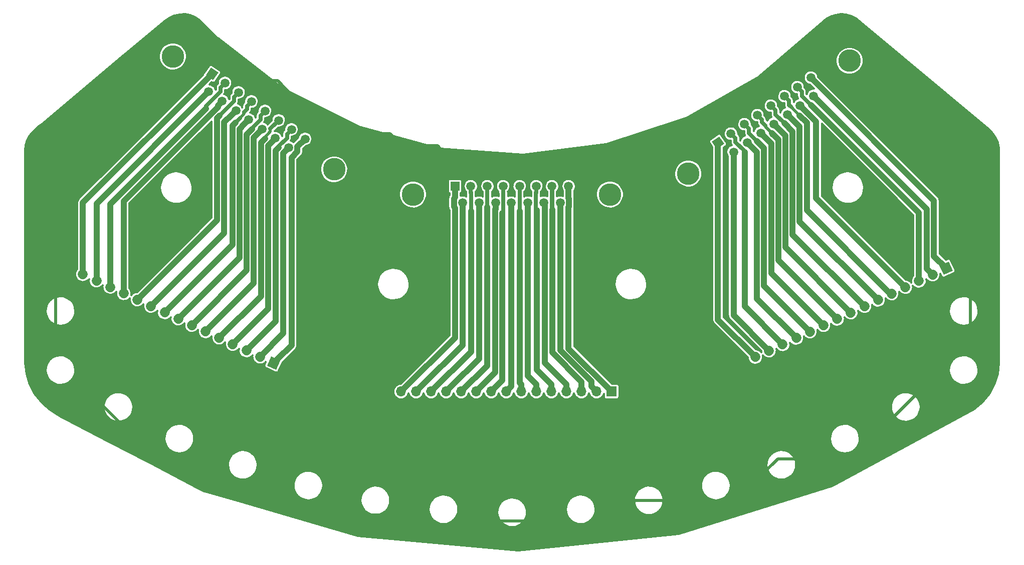
<source format=gtl>
G04 #@! TF.FileFunction,Copper,L1,Top,Signal*
%FSLAX46Y46*%
G04 Gerber Fmt 4.6, Leading zero omitted, Abs format (unit mm)*
G04 Created by KiCad (PCBNEW 4.0.6) date Fri Oct 27 18:21:38 2017*
%MOMM*%
%LPD*%
G01*
G04 APERTURE LIST*
%ADD10C,0.100000*%
%ADD11C,7.400000*%
%ADD12C,3.810000*%
%ADD13C,1.520000*%
%ADD14R,1.520000X1.520000*%
%ADD15C,1.700000*%
%ADD16R,1.700000X1.700000*%
%ADD17O,1.700000X1.700000*%
%ADD18C,0.600000*%
%ADD19C,1.000000*%
%ADD20C,0.700000*%
%ADD21C,0.500000*%
%ADD22C,0.750000*%
%ADD23C,0.300000*%
G04 APERTURE END LIST*
D10*
D11*
X175000000Y-87500000D03*
D12*
X92322822Y-58918684D03*
X119576010Y-78001572D03*
D10*
G36*
X97891526Y-62036637D02*
X98763363Y-60791526D01*
X100008474Y-61663363D01*
X99136637Y-62908474D01*
X97891526Y-62036637D01*
X97891526Y-62036637D01*
G37*
D13*
X101137136Y-63381449D03*
X103422570Y-64981727D03*
X105609706Y-66513176D03*
X107895140Y-68113455D03*
X110188766Y-69719469D03*
X112367710Y-71245182D03*
X114661336Y-72851196D03*
X98390045Y-64863876D03*
X100675479Y-66464155D03*
X102969105Y-68070169D03*
X105156241Y-69601618D03*
X107441675Y-71201896D03*
X109628811Y-72733345D03*
X111914245Y-74333623D03*
D12*
X179388235Y-78717949D03*
X206641423Y-59635061D03*
D10*
G36*
X184222762Y-74551482D02*
X183350925Y-73306371D01*
X184596036Y-72434534D01*
X185467873Y-73679645D01*
X184222762Y-74551482D01*
X184222762Y-74551482D01*
G37*
D13*
X186596535Y-71961559D03*
X188881969Y-70361281D03*
X191069105Y-68829832D03*
X193354539Y-67229553D03*
X195648165Y-65623539D03*
X197827109Y-64097826D03*
X200120735Y-62491812D03*
X187050000Y-75050000D03*
X189335435Y-73449722D03*
X191629060Y-71843708D03*
X193816196Y-70312259D03*
X196101630Y-68711981D03*
X198288766Y-67180531D03*
X200574201Y-65580253D03*
D12*
X132880000Y-82260000D03*
X166150000Y-82260000D03*
D14*
X139990000Y-80860000D03*
D13*
X142660000Y-80860000D03*
X145450000Y-80860000D03*
X148120000Y-80860000D03*
X150910000Y-80860000D03*
X153710000Y-80860000D03*
X156370000Y-80860000D03*
X159170000Y-80860000D03*
X141260000Y-83650000D03*
X144050000Y-83650000D03*
X146850000Y-83650000D03*
X149520000Y-83650000D03*
X152310000Y-83650000D03*
X154980000Y-83650000D03*
X157770000Y-83650000D03*
D10*
G36*
X108946951Y-109664215D02*
X110487674Y-110382666D01*
X109769223Y-111923389D01*
X108228500Y-111204938D01*
X108946951Y-109664215D01*
X108946951Y-109664215D01*
G37*
D15*
X107056065Y-109720352D02*
X107056065Y-109720352D01*
X104754043Y-108646901D02*
X104754043Y-108646901D01*
X102452022Y-107573451D02*
X102452022Y-107573451D01*
X100150000Y-106500000D02*
X100150000Y-106500000D01*
X97847978Y-105426550D02*
X97847978Y-105426550D01*
X95545956Y-104353100D02*
X95545956Y-104353100D01*
X93243935Y-103279649D02*
X93243935Y-103279649D01*
X90941913Y-102206199D02*
X90941913Y-102206199D01*
X88639891Y-101132749D02*
X88639891Y-101132749D01*
X86337869Y-100059298D02*
X86337869Y-100059298D01*
X84035847Y-98985848D02*
X84035847Y-98985848D01*
X81733826Y-97912397D02*
X81733826Y-97912397D01*
X79431804Y-96838947D02*
X79431804Y-96838947D01*
X77129782Y-95765497D02*
X77129782Y-95765497D01*
D10*
G36*
X221826478Y-94318513D02*
X223367201Y-93600062D01*
X224085652Y-95140785D01*
X222544929Y-95859236D01*
X221826478Y-94318513D01*
X221826478Y-94318513D01*
G37*
D15*
X220654043Y-95803099D02*
X220654043Y-95803099D01*
X218352021Y-96876550D02*
X218352021Y-96876550D01*
X216050000Y-97950000D02*
X216050000Y-97950000D01*
X213747978Y-99023451D02*
X213747978Y-99023451D01*
X211445956Y-100096901D02*
X211445956Y-100096901D01*
X209143934Y-101170351D02*
X209143934Y-101170351D01*
X206841913Y-102243802D02*
X206841913Y-102243802D01*
X204539891Y-103317252D02*
X204539891Y-103317252D01*
X202237869Y-104390702D02*
X202237869Y-104390702D01*
X199935847Y-105464153D02*
X199935847Y-105464153D01*
X197633825Y-106537603D02*
X197633825Y-106537603D01*
X195331804Y-107611054D02*
X195331804Y-107611054D01*
X193029782Y-108684504D02*
X193029782Y-108684504D01*
X190727760Y-109757954D02*
X190727760Y-109757954D01*
D16*
X166440000Y-115600000D03*
D17*
X163900000Y-115600000D03*
X161360000Y-115600000D03*
X158820000Y-115600000D03*
X156280000Y-115600000D03*
X153740000Y-115600000D03*
X151200000Y-115600000D03*
X148660000Y-115600000D03*
X146120000Y-115600000D03*
X143580000Y-115600000D03*
X141040000Y-115600000D03*
X138500000Y-115600000D03*
X135960000Y-115600000D03*
X133420000Y-115600000D03*
X130880000Y-115600000D03*
D11*
X125000000Y-87500000D03*
D18*
X186500000Y-111500000D03*
X172500000Y-115500000D03*
X125500000Y-115000000D03*
X113000000Y-112000000D03*
X227500000Y-80000000D03*
X227000000Y-90500000D03*
X227000000Y-97000000D03*
X227000000Y-107000000D03*
X222000000Y-116000000D03*
X212000000Y-122000000D03*
X201500000Y-127000000D03*
X190500000Y-131000000D03*
X179500000Y-134000000D03*
X167500000Y-136500000D03*
X156000000Y-137500000D03*
X144500000Y-137500000D03*
X132500000Y-136500000D03*
X121000000Y-134500000D03*
X109500000Y-131500000D03*
X98500000Y-127000000D03*
X87500000Y-122500000D03*
X77500000Y-115000000D03*
X72500000Y-107500000D03*
X72500000Y-97500000D03*
X72500000Y-90000000D03*
X72500000Y-80000000D03*
X215000000Y-60000000D03*
X212000000Y-57000000D03*
X209000000Y-55000000D03*
X206000000Y-53000000D03*
X202000000Y-54000000D03*
X199000000Y-57000000D03*
X196000000Y-59000000D03*
X193000000Y-62000000D03*
X189000000Y-64000000D03*
X186000000Y-67000000D03*
X182000000Y-69000000D03*
X178000000Y-71000000D03*
X174000000Y-72000000D03*
X170000000Y-73000000D03*
X166000000Y-74000000D03*
X162000000Y-75000000D03*
X158000000Y-76000000D03*
X154000000Y-76000000D03*
X150000000Y-77000000D03*
X146000000Y-76000000D03*
X142000000Y-76000000D03*
X138000000Y-75000000D03*
X134000000Y-74000000D03*
X130000000Y-73000000D03*
X126000000Y-72000000D03*
X122000000Y-71000000D03*
X117000000Y-69000000D03*
X113000000Y-66000000D03*
X108000000Y-63000000D03*
X104000000Y-60000000D03*
X99000000Y-57000000D03*
X95000000Y-54000000D03*
X91000000Y-55000000D03*
X88000000Y-58000000D03*
X85000000Y-61000000D03*
X87100000Y-95200000D03*
X90200000Y-92500000D03*
X86900000Y-90200000D03*
X215700000Y-93000000D03*
X212200000Y-90300000D03*
X216000000Y-87700000D03*
D19*
X113374246Y-74138286D02*
X113374246Y-75034424D01*
X114661336Y-72851196D02*
X113374246Y-74138286D01*
X112400000Y-107751889D02*
X110068411Y-110083478D01*
X113374246Y-75034424D02*
X112400000Y-76008670D01*
X112400000Y-76008670D02*
X112400000Y-107751889D01*
X110068411Y-110083478D02*
X109358087Y-110793802D01*
X111000000Y-75247868D02*
X111154246Y-75093622D01*
X111000000Y-105776417D02*
X111000000Y-75247868D01*
X107056065Y-109720352D02*
X111000000Y-105776417D01*
X111154246Y-75093622D02*
X111914245Y-74333623D01*
X104754043Y-108646901D02*
X109700000Y-103700944D01*
X109700000Y-103700944D02*
X109700000Y-74800000D01*
X109700000Y-74800000D02*
X110200000Y-74300000D01*
D20*
X112367710Y-71245182D02*
X111607711Y-72005181D01*
X111607711Y-72005181D02*
X111607711Y-72701355D01*
X111607711Y-72701355D02*
X110200000Y-74109066D01*
X110200000Y-74109066D02*
X110200000Y-74300000D01*
D19*
X109628811Y-72768259D02*
X109628811Y-72733345D01*
X108400055Y-73997015D02*
X109628811Y-72768259D01*
X108400055Y-101625418D02*
X108400055Y-73997015D01*
X102452022Y-107573451D02*
X108400055Y-101625418D01*
X107200044Y-73499956D02*
X107900000Y-72800000D01*
X100150000Y-106500000D02*
X107200044Y-99449956D01*
X107200044Y-99449956D02*
X107200044Y-73499956D01*
D21*
X107900000Y-72800000D02*
X107900000Y-72534373D01*
X107900000Y-72534373D02*
X108800000Y-71634373D01*
X108800000Y-71634373D02*
X108800000Y-71108235D01*
D20*
X110188766Y-69719469D02*
X108800000Y-71108235D01*
D19*
X106681676Y-71961895D02*
X107441675Y-71201896D01*
X106000033Y-72643538D02*
X106681676Y-71961895D01*
X106000033Y-97274495D02*
X106000033Y-72643538D01*
X97847978Y-105426550D02*
X106000033Y-97274495D01*
X104800022Y-95099034D02*
X104800022Y-72099978D01*
X95545956Y-104353100D02*
X104800022Y-95099034D01*
X104800022Y-72099978D02*
X105700000Y-71200000D01*
D20*
X105700000Y-71200000D02*
X105700000Y-70996661D01*
X107135141Y-69561520D02*
X107135141Y-68873454D01*
X107135141Y-68873454D02*
X107895140Y-68113455D01*
X105700000Y-70996661D02*
X107135141Y-69561520D01*
D19*
X104396242Y-70361617D02*
X105156241Y-69601618D01*
X93243935Y-103279649D02*
X103600011Y-92923573D01*
X103600011Y-92923573D02*
X103600011Y-71157848D01*
X103600011Y-71157848D02*
X104396242Y-70361617D01*
X102400000Y-70600000D02*
X102900000Y-70100000D01*
X90941913Y-102206199D02*
X102400000Y-90748112D01*
X102400000Y-90748112D02*
X102400000Y-70600000D01*
D21*
X103700000Y-69300000D02*
X104400000Y-68600000D01*
X104400000Y-68600000D02*
X104400000Y-68300000D01*
D20*
X104849707Y-67850293D02*
X104400000Y-68300000D01*
X105609706Y-66513176D02*
X104849707Y-67273175D01*
X104849707Y-67273175D02*
X104849707Y-67850293D01*
X102900000Y-70100000D02*
X103700000Y-69300000D01*
D19*
X102209106Y-68830168D02*
X102969105Y-68070169D01*
X101000011Y-70039263D02*
X102209106Y-68830168D01*
X101000011Y-88772629D02*
X101000011Y-70039263D01*
X88639891Y-101132749D02*
X101000011Y-88772629D01*
X86337869Y-100059298D02*
X87187868Y-99209299D01*
X87190701Y-99209299D02*
X99800000Y-86600000D01*
X87187868Y-99209299D02*
X87190701Y-99209299D01*
X99800000Y-86600000D02*
X99800000Y-69300472D01*
X99800000Y-69300472D02*
X100200000Y-68900472D01*
D20*
X102662571Y-66437901D02*
X100200000Y-68900472D01*
X102662571Y-66437901D02*
X102662571Y-65741726D01*
X102662571Y-65741726D02*
X103422570Y-64981727D01*
D19*
X99915480Y-67224154D02*
X100675479Y-66464155D01*
X99915480Y-67487922D02*
X99915480Y-67224154D01*
X84035847Y-83367555D02*
X99915480Y-67487922D01*
X84035847Y-98985848D02*
X84035847Y-83367555D01*
D20*
X97900000Y-67700000D02*
X97900000Y-67292723D01*
X100377137Y-64141448D02*
X101137136Y-63381449D01*
X97900000Y-67292723D02*
X100377137Y-64815586D01*
X100377137Y-64815586D02*
X100377137Y-64141448D01*
D19*
X81733826Y-97912397D02*
X81733826Y-83866174D01*
X81733826Y-83866174D02*
X97900000Y-67700000D01*
X79431804Y-96838947D02*
X79431804Y-83822117D01*
X79431804Y-83822117D02*
X98390045Y-64863876D01*
X77129782Y-95765497D02*
X77129782Y-83670218D01*
X77129782Y-83670218D02*
X98950000Y-61850000D01*
X220900000Y-83271077D02*
X220900000Y-92673584D01*
X220900000Y-92673584D02*
X222956065Y-94729649D01*
X200120735Y-62491812D02*
X220900000Y-83271077D01*
X201334200Y-66340252D02*
X200574201Y-65580253D01*
X219699989Y-84706041D02*
X201334200Y-66340252D01*
X219699989Y-94849045D02*
X219699989Y-84706041D01*
X220654043Y-95803099D02*
X219699989Y-94849045D01*
D20*
X197827109Y-64097826D02*
X198587108Y-64857825D01*
X198587108Y-64857825D02*
X198587108Y-65587108D01*
X198587108Y-65587108D02*
X200100000Y-67100000D01*
D19*
X218352021Y-85352021D02*
X200100000Y-67100000D01*
X218352021Y-96876550D02*
X218352021Y-85352021D01*
X216050000Y-97950000D02*
X201000000Y-82900000D01*
X201000000Y-82900000D02*
X201000000Y-69891765D01*
X201000000Y-69891765D02*
X198288766Y-67180531D01*
X213747978Y-99023451D02*
X213523451Y-99023451D01*
X213523451Y-99023451D02*
X199400000Y-84900000D01*
X199400000Y-84900000D02*
X199400000Y-70100000D01*
X199400000Y-70100000D02*
X198200000Y-68900000D01*
D21*
X196700000Y-67400000D02*
X198200000Y-68900000D01*
D20*
X196408164Y-67108164D02*
X196700000Y-67400000D01*
X195648165Y-65623539D02*
X196408164Y-66383538D01*
X196408164Y-66383538D02*
X196408164Y-67108164D01*
D19*
X196861629Y-69471980D02*
X196101630Y-68711981D01*
X198199989Y-70810340D02*
X196861629Y-69471980D01*
X198199989Y-86850934D02*
X198199989Y-70810340D01*
X211445956Y-100096901D02*
X198199989Y-86850934D01*
X209143934Y-101170351D02*
X196999978Y-89026395D01*
X196999978Y-71599978D02*
X195600000Y-70200000D01*
X196999978Y-89026395D02*
X196999978Y-71599978D01*
D20*
X193354539Y-67229553D02*
X194114538Y-67989552D01*
X194114538Y-67989552D02*
X194114538Y-68714538D01*
X194114538Y-68714538D02*
X195600000Y-70200000D01*
D19*
X195799967Y-72296030D02*
X194576195Y-71072258D01*
X195799967Y-91201856D02*
X195799967Y-72296030D01*
X194576195Y-71072258D02*
X193816196Y-70312259D01*
X206841913Y-102243802D02*
X195799967Y-91201856D01*
X203689892Y-102467253D02*
X204539891Y-103317252D01*
X193500000Y-71900000D02*
X194599956Y-72999956D01*
X194599956Y-72999956D02*
X194599956Y-93377317D01*
X194599956Y-93377317D02*
X203689892Y-102467253D01*
D21*
X192400000Y-70600000D02*
X192400000Y-70800000D01*
X192400000Y-70800000D02*
X193500000Y-71900000D01*
D20*
X191829104Y-70029104D02*
X192400000Y-70600000D01*
X191069105Y-68829832D02*
X191829104Y-69589831D01*
X191829104Y-69589831D02*
X191829104Y-70029104D01*
D19*
X193700000Y-72100000D02*
X193500000Y-71900000D01*
X192389059Y-72603707D02*
X191629060Y-71843708D01*
X193399945Y-73614593D02*
X192389059Y-72603707D01*
X193399945Y-95552778D02*
X193399945Y-73614593D01*
X202237869Y-104390702D02*
X193399945Y-95552778D01*
X192199934Y-97728240D02*
X192199934Y-74399934D01*
X199935847Y-105464153D02*
X192199934Y-97728240D01*
X192199934Y-74399934D02*
X191000000Y-73200000D01*
D20*
X188881969Y-70361281D02*
X189641968Y-71121280D01*
X189641968Y-71121280D02*
X189641968Y-71841968D01*
X189641968Y-71841968D02*
X191000000Y-73200000D01*
D19*
X190095434Y-74209721D02*
X189335435Y-73449722D01*
X190999923Y-75114210D02*
X190095434Y-74209721D01*
X190999923Y-99903701D02*
X190999923Y-75114210D01*
X197633825Y-106537603D02*
X190999923Y-99903701D01*
X195331804Y-107611054D02*
X188900000Y-101179250D01*
X188900000Y-101179250D02*
X188900000Y-75100000D01*
D20*
X186596535Y-71961559D02*
X187356534Y-72721558D01*
X187356534Y-72721558D02*
X187356534Y-73417732D01*
X188900000Y-74961198D02*
X188900000Y-75100000D01*
X187356534Y-73417732D02*
X188900000Y-74961198D01*
D19*
X187050000Y-76124802D02*
X187050000Y-75050000D01*
X193029782Y-108684504D02*
X187050000Y-102704722D01*
X187050000Y-102704722D02*
X187050000Y-76124802D01*
X184409399Y-73493008D02*
X184409399Y-103439593D01*
X184409399Y-103439593D02*
X190727760Y-109757954D01*
X159170000Y-80860000D02*
X159170000Y-82889198D01*
X159230001Y-84350801D02*
X159170000Y-84410802D01*
X159230001Y-82949199D02*
X159230001Y-84350801D01*
X159170000Y-82889198D02*
X159230001Y-82949199D01*
X159170000Y-84410802D02*
X159170000Y-108330000D01*
X159170000Y-108330000D02*
X166440000Y-115600000D01*
X157770000Y-108627070D02*
X157770000Y-84724802D01*
X157770000Y-84724802D02*
X157770000Y-83650000D01*
X163900000Y-115600000D02*
X163050001Y-114750001D01*
X163050001Y-114750001D02*
X163050001Y-113907071D01*
X163050001Y-113907071D02*
X157770000Y-108627070D01*
X161360000Y-113914142D02*
X156400000Y-108954142D01*
X156400000Y-108954142D02*
X156400000Y-84800000D01*
X161360000Y-115600000D02*
X161360000Y-113914142D01*
D22*
X156370000Y-80860000D02*
X156370000Y-84770000D01*
X156370000Y-84770000D02*
X156400000Y-84800000D01*
D19*
X155199991Y-83869991D02*
X155199991Y-110777910D01*
X155199991Y-110777910D02*
X158820000Y-114397919D01*
X158820000Y-114397919D02*
X158820000Y-115600000D01*
X154980000Y-83650000D02*
X155199991Y-83869991D01*
D20*
X153710000Y-80860000D02*
X153710000Y-81934802D01*
X153710000Y-81934802D02*
X153669999Y-81974803D01*
X153669999Y-81974803D02*
X153669999Y-84769999D01*
X153669999Y-84769999D02*
X153799980Y-84899980D01*
D19*
X153799980Y-86200020D02*
X153799980Y-84899980D01*
X156280000Y-115600000D02*
X156280000Y-114397919D01*
X153799980Y-86200020D02*
X153800000Y-86200000D01*
X156280000Y-114397919D02*
X153799980Y-111917899D01*
X153799980Y-111917899D02*
X153799980Y-86200020D01*
X152310000Y-83650000D02*
X152310000Y-112967919D01*
X152310000Y-112967919D02*
X153740000Y-114397919D01*
X153740000Y-114397919D02*
X153740000Y-115600000D01*
X150910000Y-85090000D02*
X150910000Y-114107919D01*
X150910000Y-114107919D02*
X151200000Y-114397919D01*
X151200000Y-114397919D02*
X151200000Y-115600000D01*
D20*
X150910000Y-80860000D02*
X150910000Y-85090000D01*
D19*
X149520000Y-83650000D02*
X149520000Y-114740000D01*
X149520000Y-114740000D02*
X148660000Y-115600000D01*
X146120000Y-115600000D02*
X148000000Y-113720000D01*
X148000000Y-113720000D02*
X148000000Y-87200001D01*
X148000000Y-87200001D02*
X148000000Y-85400000D01*
D20*
X148120000Y-80860000D02*
X148120000Y-81934802D01*
X148120000Y-81934802D02*
X148160001Y-81974803D01*
X148160001Y-85239999D02*
X148000000Y-85400000D01*
X148160001Y-81974803D02*
X148160001Y-85239999D01*
D19*
X146799989Y-84774813D02*
X146799989Y-112380011D01*
X146850000Y-83650000D02*
X146850000Y-84724802D01*
X146850000Y-84724802D02*
X146799989Y-84774813D01*
X146799989Y-112380011D02*
X144429999Y-114750001D01*
X144429999Y-114750001D02*
X143580000Y-115600000D01*
X141040000Y-115600000D02*
X145400000Y-111240000D01*
X145400000Y-111240000D02*
X145400000Y-86400000D01*
X145400000Y-86400000D02*
X145400000Y-84400000D01*
D20*
X145450000Y-80860000D02*
X145450000Y-84350000D01*
X145450000Y-84350000D02*
X145400000Y-84400000D01*
D19*
X139349999Y-114750001D02*
X138500000Y-115600000D01*
X144050000Y-110050000D02*
X139349999Y-114750001D01*
X144050000Y-83650000D02*
X144050000Y-110050000D01*
X135960000Y-115600000D02*
X142700000Y-108860000D01*
X142700000Y-108860000D02*
X142700000Y-85100000D01*
D20*
X142660000Y-80860000D02*
X142660000Y-81934802D01*
X142660000Y-81934802D02*
X142700000Y-81974802D01*
X142700000Y-81974802D02*
X142700000Y-85100000D01*
D19*
X134269999Y-114750001D02*
X133420000Y-115600000D01*
X141260000Y-107760000D02*
X134269999Y-114750001D01*
X141260000Y-83650000D02*
X141260000Y-107760000D01*
X140000000Y-84550802D02*
X139799999Y-84350801D01*
X140000000Y-80870000D02*
X139990000Y-80860000D01*
X130880000Y-115600000D02*
X140000000Y-106480000D01*
X140000000Y-106480000D02*
X140000000Y-84550802D01*
X139799999Y-84350801D02*
X139799999Y-82949199D01*
X139799999Y-82949199D02*
X140000000Y-82749198D01*
X140000000Y-82749198D02*
X140000000Y-80870000D01*
D21*
X185000000Y-117500000D02*
X185000000Y-113000000D01*
X185000000Y-113000000D02*
X186500000Y-111500000D01*
X120000000Y-110000000D02*
X125000000Y-115000000D01*
X125000000Y-115000000D02*
X125500000Y-115000000D01*
X227500000Y-85000000D02*
X227500000Y-80000000D01*
X227000000Y-90500000D02*
X227000000Y-85500000D01*
X227000000Y-85500000D02*
X227500000Y-85000000D01*
X227000000Y-107000000D02*
X227000000Y-97000000D01*
X212000000Y-122000000D02*
X218000000Y-116000000D01*
X218000000Y-116000000D02*
X222000000Y-116000000D01*
X190500000Y-131000000D02*
X194500000Y-127000000D01*
X194500000Y-127000000D02*
X201500000Y-127000000D01*
X167500000Y-136500000D02*
X170000000Y-134000000D01*
X170000000Y-134000000D02*
X179500000Y-134000000D01*
X144500000Y-137500000D02*
X156000000Y-137500000D01*
X121000000Y-134500000D02*
X123000000Y-136500000D01*
X123000000Y-136500000D02*
X132500000Y-136500000D01*
X98500000Y-127000000D02*
X103000000Y-131500000D01*
X103000000Y-131500000D02*
X109500000Y-131500000D01*
X77500000Y-115000000D02*
X85000000Y-122500000D01*
X85000000Y-122500000D02*
X87500000Y-122500000D01*
X72500000Y-97500000D02*
X72500000Y-107500000D01*
X72500000Y-85000000D02*
X72500000Y-90000000D01*
X72500000Y-85000000D02*
X72500000Y-80000000D01*
X209000000Y-55000000D02*
X210000000Y-55000000D01*
X210000000Y-55000000D02*
X212000000Y-57000000D01*
X202000000Y-54000000D02*
X205000000Y-54000000D01*
X205000000Y-54000000D02*
X206000000Y-53000000D01*
X196000000Y-59000000D02*
X197000000Y-59000000D01*
X197000000Y-59000000D02*
X199000000Y-57000000D01*
X189000000Y-64000000D02*
X191000000Y-64000000D01*
X191000000Y-64000000D02*
X193000000Y-62000000D01*
X182000000Y-69000000D02*
X184000000Y-69000000D01*
X184000000Y-69000000D02*
X186000000Y-67000000D01*
X174000000Y-72000000D02*
X177000000Y-72000000D01*
X177000000Y-72000000D02*
X178000000Y-71000000D01*
X166000000Y-74000000D02*
X169000000Y-74000000D01*
X169000000Y-74000000D02*
X170000000Y-73000000D01*
X158000000Y-76000000D02*
X161000000Y-76000000D01*
X161000000Y-76000000D02*
X162000000Y-75000000D01*
X150000000Y-77000000D02*
X153000000Y-77000000D01*
X153000000Y-77000000D02*
X154000000Y-76000000D01*
X142000000Y-76000000D02*
X146000000Y-76000000D01*
X134000000Y-74000000D02*
X137000000Y-74000000D01*
X137000000Y-74000000D02*
X138000000Y-75000000D01*
X126000000Y-72000000D02*
X129000000Y-72000000D01*
X129000000Y-72000000D02*
X130000000Y-73000000D01*
X117000000Y-69000000D02*
X120000000Y-69000000D01*
X120000000Y-69000000D02*
X122000000Y-71000000D01*
X110000000Y-63000000D02*
X113000000Y-66000000D01*
X108000000Y-63000000D02*
X110000000Y-63000000D01*
X99000000Y-57000000D02*
X101000000Y-57000000D01*
X101000000Y-57000000D02*
X104000000Y-60000000D01*
X91000000Y-55000000D02*
X94000000Y-55000000D01*
X94000000Y-55000000D02*
X95000000Y-54000000D01*
X85000000Y-61000000D02*
X88000000Y-58000000D01*
X87100000Y-95200000D02*
X87100000Y-90400000D01*
X87100000Y-90400000D02*
X86900000Y-90200000D01*
X86900000Y-90200000D02*
X87900000Y-90200000D01*
X87900000Y-90200000D02*
X90200000Y-92500000D01*
X215700000Y-93000000D02*
X216000000Y-92700000D01*
X216000000Y-92700000D02*
X216000000Y-87700000D01*
X216000000Y-87700000D02*
X214800000Y-87700000D01*
X214800000Y-87700000D02*
X212200000Y-90300000D01*
D23*
G36*
X206036594Y-51807417D02*
X206883165Y-52039380D01*
X207675102Y-52434625D01*
X208182713Y-52804260D01*
X229743268Y-70895722D01*
X229743270Y-70895724D01*
X230236604Y-71309680D01*
X230867952Y-71954391D01*
X231348588Y-72688883D01*
X231677409Y-73502742D01*
X231844360Y-74377932D01*
X231862797Y-74783944D01*
X231862797Y-110744969D01*
X231679520Y-112614176D01*
X231143768Y-114388670D01*
X230273550Y-116025312D01*
X229101992Y-117461784D01*
X227676585Y-118641403D01*
X203732500Y-131598752D01*
X177727718Y-139658551D01*
X150652691Y-142513831D01*
X123538716Y-140055833D01*
X103052884Y-134034314D01*
X124035043Y-134034314D01*
X124089430Y-134519188D01*
X124236961Y-134984264D01*
X124472015Y-135411827D01*
X124785641Y-135785591D01*
X125165891Y-136091320D01*
X125598283Y-136317369D01*
X126066346Y-136455127D01*
X126552252Y-136499348D01*
X127037494Y-136448347D01*
X127503588Y-136304067D01*
X127932781Y-136072003D01*
X128308726Y-135760995D01*
X128481805Y-135548778D01*
X135538537Y-135548778D01*
X135592924Y-136033652D01*
X135740455Y-136498728D01*
X135975509Y-136926291D01*
X136289135Y-137300055D01*
X136669385Y-137605784D01*
X137101777Y-137831833D01*
X137569840Y-137969591D01*
X138055746Y-138013812D01*
X138540988Y-137962811D01*
X139007082Y-137818531D01*
X139436275Y-137586467D01*
X139812220Y-137275459D01*
X140120596Y-136897352D01*
X140349658Y-136466549D01*
X140473947Y-136054883D01*
X147130251Y-136054883D01*
X147184638Y-136539757D01*
X147332169Y-137004833D01*
X147567223Y-137432396D01*
X147880849Y-137806160D01*
X148261099Y-138111889D01*
X148693491Y-138337938D01*
X149161554Y-138475696D01*
X149647460Y-138519917D01*
X150132702Y-138468916D01*
X150598796Y-138324636D01*
X151027989Y-138092572D01*
X151403934Y-137781564D01*
X151712310Y-137403457D01*
X151941372Y-136972654D01*
X152082395Y-136505564D01*
X152130007Y-136019978D01*
X152129032Y-135950174D01*
X152078324Y-135548778D01*
X158721965Y-135548778D01*
X158776352Y-136033652D01*
X158923883Y-136498728D01*
X159158937Y-136926291D01*
X159472563Y-137300055D01*
X159852813Y-137605784D01*
X160285205Y-137831833D01*
X160753268Y-137969591D01*
X161239174Y-138013812D01*
X161724416Y-137962811D01*
X162190510Y-137818531D01*
X162619703Y-137586467D01*
X162995648Y-137275459D01*
X163304024Y-136897352D01*
X163533086Y-136466549D01*
X163674109Y-135999459D01*
X163721721Y-135513873D01*
X163720746Y-135444069D01*
X163659594Y-134960002D01*
X163505585Y-134497031D01*
X163264583Y-134072792D01*
X163231370Y-134034314D01*
X170225459Y-134034314D01*
X170279846Y-134519188D01*
X170427377Y-134984264D01*
X170662431Y-135411827D01*
X170976057Y-135785591D01*
X171356307Y-136091320D01*
X171788699Y-136317369D01*
X172256762Y-136455127D01*
X172742668Y-136499348D01*
X173227910Y-136448347D01*
X173694004Y-136304067D01*
X174123197Y-136072003D01*
X174499142Y-135760995D01*
X174807518Y-135382888D01*
X175036580Y-134952085D01*
X175177603Y-134484995D01*
X175225215Y-133999409D01*
X175224240Y-133929605D01*
X175163088Y-133445538D01*
X175009079Y-132982567D01*
X174768077Y-132558328D01*
X174449264Y-132188979D01*
X174064782Y-131888589D01*
X173629276Y-131668599D01*
X173159335Y-131537390D01*
X172972558Y-131523018D01*
X181553184Y-131523018D01*
X181607571Y-132007892D01*
X181755102Y-132472968D01*
X181990156Y-132900531D01*
X182303782Y-133274295D01*
X182684032Y-133580024D01*
X183116424Y-133806073D01*
X183584487Y-133943831D01*
X184070393Y-133988052D01*
X184555635Y-133937051D01*
X185021729Y-133792771D01*
X185450922Y-133560707D01*
X185826867Y-133249699D01*
X186135243Y-132871592D01*
X186364305Y-132440789D01*
X186505328Y-131973699D01*
X186552940Y-131488113D01*
X186551965Y-131418309D01*
X186490813Y-130934242D01*
X186336804Y-130471271D01*
X186095802Y-130047032D01*
X185776989Y-129677683D01*
X185392507Y-129377293D01*
X184957001Y-129157303D01*
X184487060Y-129026094D01*
X184000584Y-128988661D01*
X183516102Y-129046432D01*
X183052067Y-129197206D01*
X182626156Y-129435240D01*
X182254590Y-129751467D01*
X181951523Y-130133842D01*
X181728499Y-130567802D01*
X181594011Y-131036815D01*
X181553184Y-131523018D01*
X172972558Y-131523018D01*
X172672859Y-131499957D01*
X172188377Y-131557728D01*
X171724342Y-131708502D01*
X171298431Y-131946536D01*
X170926865Y-132262763D01*
X170623798Y-132645138D01*
X170400774Y-133079098D01*
X170266286Y-133548111D01*
X170225459Y-134034314D01*
X163231370Y-134034314D01*
X162945770Y-133703443D01*
X162561288Y-133403053D01*
X162125782Y-133183063D01*
X161655841Y-133051854D01*
X161169365Y-133014421D01*
X160684883Y-133072192D01*
X160220848Y-133222966D01*
X159794937Y-133461000D01*
X159423371Y-133777227D01*
X159120304Y-134159602D01*
X158897280Y-134593562D01*
X158762792Y-135062575D01*
X158721965Y-135548778D01*
X152078324Y-135548778D01*
X152067880Y-135466107D01*
X151913871Y-135003136D01*
X151672869Y-134578897D01*
X151354056Y-134209548D01*
X150969574Y-133909158D01*
X150534068Y-133689168D01*
X150064127Y-133557959D01*
X149577651Y-133520526D01*
X149093169Y-133578297D01*
X148629134Y-133729071D01*
X148203223Y-133967105D01*
X147831657Y-134283332D01*
X147528590Y-134665707D01*
X147305566Y-135099667D01*
X147171078Y-135568680D01*
X147130251Y-136054883D01*
X140473947Y-136054883D01*
X140490681Y-135999459D01*
X140538293Y-135513873D01*
X140537318Y-135444069D01*
X140476166Y-134960002D01*
X140322157Y-134497031D01*
X140081155Y-134072792D01*
X139762342Y-133703443D01*
X139377860Y-133403053D01*
X138942354Y-133183063D01*
X138472413Y-133051854D01*
X137985937Y-133014421D01*
X137501455Y-133072192D01*
X137037420Y-133222966D01*
X136611509Y-133461000D01*
X136239943Y-133777227D01*
X135936876Y-134159602D01*
X135713852Y-134593562D01*
X135579364Y-135062575D01*
X135538537Y-135548778D01*
X128481805Y-135548778D01*
X128617102Y-135382888D01*
X128846164Y-134952085D01*
X128987187Y-134484995D01*
X129034799Y-133999409D01*
X129033824Y-133929605D01*
X128972672Y-133445538D01*
X128818663Y-132982567D01*
X128577661Y-132558328D01*
X128258848Y-132188979D01*
X127874366Y-131888589D01*
X127438860Y-131668599D01*
X126968919Y-131537390D01*
X126482443Y-131499957D01*
X125997961Y-131557728D01*
X125533926Y-131708502D01*
X125108015Y-131946536D01*
X124736449Y-132262763D01*
X124433382Y-132645138D01*
X124210358Y-133079098D01*
X124075870Y-133548111D01*
X124035043Y-134034314D01*
X103052884Y-134034314D01*
X97418554Y-132378183D01*
X95781380Y-131523018D01*
X112707318Y-131523018D01*
X112761705Y-132007892D01*
X112909236Y-132472968D01*
X113144290Y-132900531D01*
X113457916Y-133274295D01*
X113838166Y-133580024D01*
X114270558Y-133806073D01*
X114738621Y-133943831D01*
X115224527Y-133988052D01*
X115709769Y-133937051D01*
X116175863Y-133792771D01*
X116605056Y-133560707D01*
X116981001Y-133249699D01*
X117289377Y-132871592D01*
X117518439Y-132440789D01*
X117659462Y-131973699D01*
X117707074Y-131488113D01*
X117706099Y-131418309D01*
X117644947Y-130934242D01*
X117490938Y-130471271D01*
X117249936Y-130047032D01*
X116931123Y-129677683D01*
X116546641Y-129377293D01*
X116111135Y-129157303D01*
X115641194Y-129026094D01*
X115154718Y-128988661D01*
X114670236Y-129046432D01*
X114206201Y-129197206D01*
X113780290Y-129435240D01*
X113408724Y-129751467D01*
X113105657Y-130133842D01*
X112882633Y-130567802D01*
X112748145Y-131036815D01*
X112707318Y-131523018D01*
X95781380Y-131523018D01*
X89101815Y-128034002D01*
X101641572Y-128034002D01*
X101695959Y-128518876D01*
X101843490Y-128983952D01*
X102078544Y-129411515D01*
X102392170Y-129785279D01*
X102772420Y-130091008D01*
X103204812Y-130317057D01*
X103672875Y-130454815D01*
X104158781Y-130499036D01*
X104644023Y-130448035D01*
X105110117Y-130303755D01*
X105539310Y-130071691D01*
X105915255Y-129760683D01*
X106223631Y-129382576D01*
X106452693Y-128951773D01*
X106593716Y-128484683D01*
X106637905Y-128034002D01*
X192618930Y-128034002D01*
X192673317Y-128518876D01*
X192820848Y-128983952D01*
X193055902Y-129411515D01*
X193369528Y-129785279D01*
X193749778Y-130091008D01*
X194182170Y-130317057D01*
X194650233Y-130454815D01*
X195136139Y-130499036D01*
X195621381Y-130448035D01*
X196087475Y-130303755D01*
X196516668Y-130071691D01*
X196892613Y-129760683D01*
X197200989Y-129382576D01*
X197430051Y-128951773D01*
X197571074Y-128484683D01*
X197618686Y-127999097D01*
X197617711Y-127929293D01*
X197556559Y-127445226D01*
X197402550Y-126982255D01*
X197161548Y-126558016D01*
X196842735Y-126188667D01*
X196458253Y-125888277D01*
X196022747Y-125668287D01*
X195552806Y-125537078D01*
X195066330Y-125499645D01*
X194581848Y-125557416D01*
X194117813Y-125708190D01*
X193691902Y-125946224D01*
X193320336Y-126262451D01*
X193017269Y-126644826D01*
X192794245Y-127078786D01*
X192659757Y-127547799D01*
X192618930Y-128034002D01*
X106637905Y-128034002D01*
X106641328Y-127999097D01*
X106640353Y-127929293D01*
X106579201Y-127445226D01*
X106425192Y-126982255D01*
X106184190Y-126558016D01*
X105865377Y-126188667D01*
X105480895Y-125888277D01*
X105045389Y-125668287D01*
X104575448Y-125537078D01*
X104088972Y-125499645D01*
X103604490Y-125557416D01*
X103140455Y-125708190D01*
X102714544Y-125946224D01*
X102342978Y-126262451D01*
X102039911Y-126644826D01*
X101816887Y-127078786D01*
X101682399Y-127547799D01*
X101641572Y-128034002D01*
X89101815Y-128034002D01*
X80601284Y-123593819D01*
X90922022Y-123593819D01*
X90976409Y-124078693D01*
X91123940Y-124543769D01*
X91358994Y-124971332D01*
X91672620Y-125345096D01*
X92052870Y-125650825D01*
X92485262Y-125876874D01*
X92953325Y-126014632D01*
X93439231Y-126058853D01*
X93924473Y-126007852D01*
X94390567Y-125863572D01*
X94819760Y-125631508D01*
X95195705Y-125320500D01*
X95504081Y-124942393D01*
X95733143Y-124511590D01*
X95874166Y-124044500D01*
X95918355Y-123593819D01*
X203338480Y-123593819D01*
X203392867Y-124078693D01*
X203540398Y-124543769D01*
X203775452Y-124971332D01*
X204089078Y-125345096D01*
X204469328Y-125650825D01*
X204901720Y-125876874D01*
X205369783Y-126014632D01*
X205855689Y-126058853D01*
X206340931Y-126007852D01*
X206807025Y-125863572D01*
X207236218Y-125631508D01*
X207612163Y-125320500D01*
X207920539Y-124942393D01*
X208149601Y-124511590D01*
X208290624Y-124044500D01*
X208338236Y-123558914D01*
X208337261Y-123489110D01*
X208276109Y-123005043D01*
X208122100Y-122542072D01*
X207881098Y-122117833D01*
X207562285Y-121748484D01*
X207177803Y-121448094D01*
X206742297Y-121228104D01*
X206272356Y-121096895D01*
X205785880Y-121059462D01*
X205301398Y-121117233D01*
X204837363Y-121268007D01*
X204411452Y-121506041D01*
X204039886Y-121822268D01*
X203736819Y-122204643D01*
X203513795Y-122638603D01*
X203379307Y-123107616D01*
X203338480Y-123593819D01*
X95918355Y-123593819D01*
X95921778Y-123558914D01*
X95920803Y-123489110D01*
X95859651Y-123005043D01*
X95705642Y-122542072D01*
X95464640Y-122117833D01*
X95145827Y-121748484D01*
X94761345Y-121448094D01*
X94325839Y-121228104D01*
X93855898Y-121096895D01*
X93369422Y-121059462D01*
X92884940Y-121117233D01*
X92420905Y-121268007D01*
X91994994Y-121506041D01*
X91623428Y-121822268D01*
X91320361Y-122204643D01*
X91097337Y-122638603D01*
X90962849Y-123107616D01*
X90922022Y-123593819D01*
X80601284Y-123593819D01*
X73266949Y-119762789D01*
X71600962Y-118655909D01*
X71094058Y-118236262D01*
X80630251Y-118236262D01*
X80684638Y-118721136D01*
X80832169Y-119186212D01*
X81067223Y-119613775D01*
X81380849Y-119987539D01*
X81761099Y-120293268D01*
X82193491Y-120519317D01*
X82661554Y-120657075D01*
X83147460Y-120701296D01*
X83632702Y-120650295D01*
X84098796Y-120506015D01*
X84527989Y-120273951D01*
X84903934Y-119962943D01*
X85212310Y-119584836D01*
X85441372Y-119154033D01*
X85582395Y-118686943D01*
X85626584Y-118236262D01*
X213630251Y-118236262D01*
X213684638Y-118721136D01*
X213832169Y-119186212D01*
X214067223Y-119613775D01*
X214380849Y-119987539D01*
X214761099Y-120293268D01*
X215193491Y-120519317D01*
X215661554Y-120657075D01*
X216147460Y-120701296D01*
X216632702Y-120650295D01*
X217098796Y-120506015D01*
X217527989Y-120273951D01*
X217903934Y-119962943D01*
X218212310Y-119584836D01*
X218441372Y-119154033D01*
X218582395Y-118686943D01*
X218630007Y-118201357D01*
X218629032Y-118131553D01*
X218567880Y-117647486D01*
X218413871Y-117184515D01*
X218172869Y-116760276D01*
X217854056Y-116390927D01*
X217469574Y-116090537D01*
X217034068Y-115870547D01*
X216564127Y-115739338D01*
X216077651Y-115701905D01*
X215593169Y-115759676D01*
X215129134Y-115910450D01*
X214703223Y-116148484D01*
X214331657Y-116464711D01*
X214028590Y-116847086D01*
X213805566Y-117281046D01*
X213671078Y-117750059D01*
X213630251Y-118236262D01*
X85626584Y-118236262D01*
X85630007Y-118201357D01*
X85629032Y-118131553D01*
X85567880Y-117647486D01*
X85413871Y-117184515D01*
X85172869Y-116760276D01*
X84854056Y-116390927D01*
X84469574Y-116090537D01*
X84034068Y-115870547D01*
X83564127Y-115739338D01*
X83077651Y-115701905D01*
X82593169Y-115759676D01*
X82129134Y-115910450D01*
X81703223Y-116148484D01*
X81331657Y-116464711D01*
X81028590Y-116847086D01*
X80805566Y-117281046D01*
X80671078Y-117750059D01*
X80630251Y-118236262D01*
X71094058Y-118236262D01*
X70155638Y-117459380D01*
X68984607Y-116022527D01*
X68756794Y-115593710D01*
X129580000Y-115593710D01*
X129580000Y-115606290D01*
X129604758Y-115858795D01*
X129678090Y-116101681D01*
X129797202Y-116325699D01*
X129957558Y-116522314D01*
X130153049Y-116684039D01*
X130376230Y-116804712D01*
X130618599Y-116879738D01*
X130870924Y-116906258D01*
X131123596Y-116883263D01*
X131366989Y-116811629D01*
X131591832Y-116694084D01*
X131789562Y-116535104D01*
X131952648Y-116340747D01*
X132074876Y-116118414D01*
X132150841Y-115878943D01*
X132218090Y-116101681D01*
X132337202Y-116325699D01*
X132497558Y-116522314D01*
X132693049Y-116684039D01*
X132916230Y-116804712D01*
X133158599Y-116879738D01*
X133410924Y-116906258D01*
X133663596Y-116883263D01*
X133906989Y-116811629D01*
X134131832Y-116694084D01*
X134329562Y-116535104D01*
X134492648Y-116340747D01*
X134614876Y-116118414D01*
X134690841Y-115878943D01*
X134758090Y-116101681D01*
X134877202Y-116325699D01*
X135037558Y-116522314D01*
X135233049Y-116684039D01*
X135456230Y-116804712D01*
X135698599Y-116879738D01*
X135950924Y-116906258D01*
X136203596Y-116883263D01*
X136446989Y-116811629D01*
X136671832Y-116694084D01*
X136869562Y-116535104D01*
X137032648Y-116340747D01*
X137154876Y-116118414D01*
X137230841Y-115878943D01*
X137298090Y-116101681D01*
X137417202Y-116325699D01*
X137577558Y-116522314D01*
X137773049Y-116684039D01*
X137996230Y-116804712D01*
X138238599Y-116879738D01*
X138490924Y-116906258D01*
X138743596Y-116883263D01*
X138986989Y-116811629D01*
X139211832Y-116694084D01*
X139409562Y-116535104D01*
X139572648Y-116340747D01*
X139694876Y-116118414D01*
X139770841Y-115878943D01*
X139838090Y-116101681D01*
X139957202Y-116325699D01*
X140117558Y-116522314D01*
X140313049Y-116684039D01*
X140536230Y-116804712D01*
X140778599Y-116879738D01*
X141030924Y-116906258D01*
X141283596Y-116883263D01*
X141526989Y-116811629D01*
X141751832Y-116694084D01*
X141949562Y-116535104D01*
X142112648Y-116340747D01*
X142234876Y-116118414D01*
X142310841Y-115878943D01*
X142378090Y-116101681D01*
X142497202Y-116325699D01*
X142657558Y-116522314D01*
X142853049Y-116684039D01*
X143076230Y-116804712D01*
X143318599Y-116879738D01*
X143570924Y-116906258D01*
X143823596Y-116883263D01*
X144066989Y-116811629D01*
X144291832Y-116694084D01*
X144489562Y-116535104D01*
X144652648Y-116340747D01*
X144774876Y-116118414D01*
X144850841Y-115878943D01*
X144918090Y-116101681D01*
X145037202Y-116325699D01*
X145197558Y-116522314D01*
X145393049Y-116684039D01*
X145616230Y-116804712D01*
X145858599Y-116879738D01*
X146110924Y-116906258D01*
X146363596Y-116883263D01*
X146606989Y-116811629D01*
X146831832Y-116694084D01*
X147029562Y-116535104D01*
X147192648Y-116340747D01*
X147314876Y-116118414D01*
X147390841Y-115878943D01*
X147458090Y-116101681D01*
X147577202Y-116325699D01*
X147737558Y-116522314D01*
X147933049Y-116684039D01*
X148156230Y-116804712D01*
X148398599Y-116879738D01*
X148650924Y-116906258D01*
X148903596Y-116883263D01*
X149146989Y-116811629D01*
X149371832Y-116694084D01*
X149569562Y-116535104D01*
X149732648Y-116340747D01*
X149854876Y-116118414D01*
X149930841Y-115878943D01*
X149998090Y-116101681D01*
X150117202Y-116325699D01*
X150277558Y-116522314D01*
X150473049Y-116684039D01*
X150696230Y-116804712D01*
X150938599Y-116879738D01*
X151190924Y-116906258D01*
X151443596Y-116883263D01*
X151686989Y-116811629D01*
X151911832Y-116694084D01*
X152109562Y-116535104D01*
X152272648Y-116340747D01*
X152394876Y-116118414D01*
X152470841Y-115878943D01*
X152538090Y-116101681D01*
X152657202Y-116325699D01*
X152817558Y-116522314D01*
X153013049Y-116684039D01*
X153236230Y-116804712D01*
X153478599Y-116879738D01*
X153730924Y-116906258D01*
X153983596Y-116883263D01*
X154226989Y-116811629D01*
X154451832Y-116694084D01*
X154649562Y-116535104D01*
X154812648Y-116340747D01*
X154934876Y-116118414D01*
X155010841Y-115878943D01*
X155078090Y-116101681D01*
X155197202Y-116325699D01*
X155357558Y-116522314D01*
X155553049Y-116684039D01*
X155776230Y-116804712D01*
X156018599Y-116879738D01*
X156270924Y-116906258D01*
X156523596Y-116883263D01*
X156766989Y-116811629D01*
X156991832Y-116694084D01*
X157189562Y-116535104D01*
X157352648Y-116340747D01*
X157474876Y-116118414D01*
X157550841Y-115878943D01*
X157618090Y-116101681D01*
X157737202Y-116325699D01*
X157897558Y-116522314D01*
X158093049Y-116684039D01*
X158316230Y-116804712D01*
X158558599Y-116879738D01*
X158810924Y-116906258D01*
X159063596Y-116883263D01*
X159306989Y-116811629D01*
X159531832Y-116694084D01*
X159729562Y-116535104D01*
X159892648Y-116340747D01*
X160014876Y-116118414D01*
X160090841Y-115878943D01*
X160158090Y-116101681D01*
X160277202Y-116325699D01*
X160437558Y-116522314D01*
X160633049Y-116684039D01*
X160856230Y-116804712D01*
X161098599Y-116879738D01*
X161350924Y-116906258D01*
X161603596Y-116883263D01*
X161846989Y-116811629D01*
X162071832Y-116694084D01*
X162269562Y-116535104D01*
X162432648Y-116340747D01*
X162554876Y-116118414D01*
X162630841Y-115878943D01*
X162698090Y-116101681D01*
X162817202Y-116325699D01*
X162977558Y-116522314D01*
X163173049Y-116684039D01*
X163396230Y-116804712D01*
X163638599Y-116879738D01*
X163890924Y-116906258D01*
X164143596Y-116883263D01*
X164386989Y-116811629D01*
X164611832Y-116694084D01*
X164809562Y-116535104D01*
X164972648Y-116340747D01*
X165094876Y-116118414D01*
X165137823Y-115983028D01*
X165137823Y-116450000D01*
X165143537Y-116521661D01*
X165181178Y-116643205D01*
X165251189Y-116749451D01*
X165348028Y-116831986D01*
X165464026Y-116884275D01*
X165590000Y-116902177D01*
X167290000Y-116902177D01*
X167361661Y-116896463D01*
X167483205Y-116858822D01*
X167589451Y-116788811D01*
X167671986Y-116691972D01*
X167724275Y-116575974D01*
X167742177Y-116450000D01*
X167742177Y-114750000D01*
X167736463Y-114678339D01*
X167698822Y-114556795D01*
X167628811Y-114450549D01*
X167531972Y-114368014D01*
X167415974Y-114315725D01*
X167290000Y-114297823D01*
X166481326Y-114297823D01*
X164185608Y-112002105D01*
X223415917Y-112002105D01*
X223470304Y-112486979D01*
X223617835Y-112952055D01*
X223852889Y-113379618D01*
X224166515Y-113753382D01*
X224546765Y-114059111D01*
X224979157Y-114285160D01*
X225447220Y-114422918D01*
X225933126Y-114467139D01*
X226418368Y-114416138D01*
X226884462Y-114271858D01*
X227313655Y-114039794D01*
X227689600Y-113728786D01*
X227997976Y-113350679D01*
X228227038Y-112919876D01*
X228368061Y-112452786D01*
X228415673Y-111967200D01*
X228414698Y-111897396D01*
X228353546Y-111413329D01*
X228199537Y-110950358D01*
X227958535Y-110526119D01*
X227639722Y-110156770D01*
X227255240Y-109856380D01*
X226819734Y-109636390D01*
X226349793Y-109505181D01*
X225863317Y-109467748D01*
X225378835Y-109525519D01*
X224914800Y-109676293D01*
X224488889Y-109914327D01*
X224117323Y-110230554D01*
X223814256Y-110612929D01*
X223591232Y-111046889D01*
X223456744Y-111515902D01*
X223415917Y-112002105D01*
X164185608Y-112002105D01*
X160120000Y-107936498D01*
X160120000Y-97449639D01*
X166943745Y-97449639D01*
X167003571Y-97983000D01*
X167165855Y-98494583D01*
X167424415Y-98964902D01*
X167769403Y-99376043D01*
X168187678Y-99712345D01*
X168663309Y-99960999D01*
X169178178Y-100112533D01*
X169712675Y-100161176D01*
X170246441Y-100105075D01*
X170759145Y-99946367D01*
X171231257Y-99691096D01*
X171644797Y-99348987D01*
X171984010Y-98933070D01*
X172235979Y-98459187D01*
X172391104Y-97945387D01*
X172443477Y-97411243D01*
X172442405Y-97334458D01*
X172375138Y-96801985D01*
X172205727Y-96292717D01*
X171940625Y-95826054D01*
X171589931Y-95419770D01*
X171167001Y-95089341D01*
X170687945Y-94847353D01*
X170171009Y-94703022D01*
X169635885Y-94661846D01*
X169102955Y-94725394D01*
X168592517Y-94891245D01*
X168124015Y-95153083D01*
X167715293Y-95500932D01*
X167381919Y-95921545D01*
X167136592Y-96398900D01*
X166988655Y-96914815D01*
X166943745Y-97449639D01*
X160120000Y-97449639D01*
X160120000Y-84673527D01*
X160132701Y-84631983D01*
X160159241Y-84548317D01*
X160159798Y-84543350D01*
X160161258Y-84538575D01*
X160170125Y-84451284D01*
X160179908Y-84364065D01*
X160179976Y-84354299D01*
X160179995Y-84354117D01*
X160179979Y-84353947D01*
X160180001Y-84350801D01*
X160180001Y-82949199D01*
X160171442Y-82861907D01*
X160163790Y-82774445D01*
X160162395Y-82769644D01*
X160161908Y-82764676D01*
X160136560Y-82680718D01*
X160120000Y-82623718D01*
X160120000Y-82458015D01*
X163791904Y-82458015D01*
X163875275Y-82912267D01*
X164045290Y-83341674D01*
X164295472Y-83729881D01*
X164616292Y-84062100D01*
X164995531Y-84325678D01*
X165418744Y-84510575D01*
X165869809Y-84609749D01*
X166331548Y-84619421D01*
X166786371Y-84539223D01*
X167216954Y-84372211D01*
X167606898Y-84124745D01*
X167941349Y-83806251D01*
X168207568Y-83428862D01*
X168395415Y-83006950D01*
X168497735Y-82556588D01*
X168505101Y-82029080D01*
X168415396Y-81576037D01*
X168239403Y-81149045D01*
X167983825Y-80764369D01*
X167658397Y-80436661D01*
X167275515Y-80178404D01*
X166849762Y-79999434D01*
X166397356Y-79906568D01*
X165935528Y-79903344D01*
X165481869Y-79989884D01*
X165053659Y-80162892D01*
X164667208Y-80415779D01*
X164337236Y-80738911D01*
X164076312Y-81119981D01*
X163894374Y-81544473D01*
X163798353Y-81996220D01*
X163791904Y-82458015D01*
X160120000Y-82458015D01*
X160120000Y-81612499D01*
X160227180Y-81460562D01*
X160323696Y-81243783D01*
X160376268Y-81012387D01*
X160380052Y-80741353D01*
X160333962Y-80508579D01*
X160243536Y-80289191D01*
X160112220Y-80091544D01*
X159945015Y-79923168D01*
X159748290Y-79790475D01*
X159529538Y-79698520D01*
X159297091Y-79650806D01*
X159059804Y-79649149D01*
X158826714Y-79693613D01*
X158606699Y-79782505D01*
X158408141Y-79912438D01*
X158238601Y-80078463D01*
X158104538Y-80274257D01*
X158011058Y-80492362D01*
X157961722Y-80724470D01*
X157958409Y-80961740D01*
X158001245Y-81195135D01*
X158088599Y-81415765D01*
X158217142Y-81615226D01*
X158220000Y-81618186D01*
X158220000Y-82526547D01*
X158129538Y-82488520D01*
X157897091Y-82440806D01*
X157659804Y-82439149D01*
X157426714Y-82483613D01*
X157206699Y-82572505D01*
X157195000Y-82580161D01*
X157195000Y-81745309D01*
X157290396Y-81654465D01*
X157427180Y-81460562D01*
X157523696Y-81243783D01*
X157576268Y-81012387D01*
X157580052Y-80741353D01*
X157533962Y-80508579D01*
X157443536Y-80289191D01*
X157312220Y-80091544D01*
X157145015Y-79923168D01*
X156948290Y-79790475D01*
X156729538Y-79698520D01*
X156497091Y-79650806D01*
X156259804Y-79649149D01*
X156026714Y-79693613D01*
X155806699Y-79782505D01*
X155608141Y-79912438D01*
X155438601Y-80078463D01*
X155304538Y-80274257D01*
X155211058Y-80492362D01*
X155161722Y-80724470D01*
X155158409Y-80961740D01*
X155201245Y-81195135D01*
X155288599Y-81415765D01*
X155417142Y-81615226D01*
X155545000Y-81747626D01*
X155545000Y-82574888D01*
X155339538Y-82488520D01*
X155107091Y-82440806D01*
X154869804Y-82439149D01*
X154636714Y-82483613D01*
X154469999Y-82550970D01*
X154469999Y-82172141D01*
X154470180Y-82171549D01*
X154492518Y-82101131D01*
X154492987Y-82096952D01*
X154494217Y-82092928D01*
X154501685Y-82019404D01*
X154509922Y-81945972D01*
X154509979Y-81937748D01*
X154509995Y-81937595D01*
X154509981Y-81937452D01*
X154510000Y-81934802D01*
X154510000Y-81769117D01*
X154630396Y-81654465D01*
X154767180Y-81460562D01*
X154863696Y-81243783D01*
X154916268Y-81012387D01*
X154920052Y-80741353D01*
X154873962Y-80508579D01*
X154783536Y-80289191D01*
X154652220Y-80091544D01*
X154485015Y-79923168D01*
X154288290Y-79790475D01*
X154069538Y-79698520D01*
X153837091Y-79650806D01*
X153599804Y-79649149D01*
X153366714Y-79693613D01*
X153146699Y-79782505D01*
X152948141Y-79912438D01*
X152778601Y-80078463D01*
X152644538Y-80274257D01*
X152551058Y-80492362D01*
X152501722Y-80724470D01*
X152498409Y-80961740D01*
X152541245Y-81195135D01*
X152628599Y-81415765D01*
X152757142Y-81615226D01*
X152901397Y-81764606D01*
X152887481Y-81808474D01*
X152887012Y-81812653D01*
X152885782Y-81816677D01*
X152878314Y-81890201D01*
X152870077Y-81963633D01*
X152870020Y-81971857D01*
X152870004Y-81972010D01*
X152870018Y-81972153D01*
X152869999Y-81974803D01*
X152869999Y-82572786D01*
X152669538Y-82488520D01*
X152437091Y-82440806D01*
X152199804Y-82439149D01*
X151966714Y-82483613D01*
X151746699Y-82572505D01*
X151710000Y-82596520D01*
X151710000Y-81769117D01*
X151830396Y-81654465D01*
X151967180Y-81460562D01*
X152063696Y-81243783D01*
X152116268Y-81012387D01*
X152120052Y-80741353D01*
X152073962Y-80508579D01*
X151983536Y-80289191D01*
X151852220Y-80091544D01*
X151685015Y-79923168D01*
X151488290Y-79790475D01*
X151269538Y-79698520D01*
X151037091Y-79650806D01*
X150799804Y-79649149D01*
X150566714Y-79693613D01*
X150346699Y-79782505D01*
X150148141Y-79912438D01*
X149978601Y-80078463D01*
X149844538Y-80274257D01*
X149751058Y-80492362D01*
X149701722Y-80724470D01*
X149698409Y-80961740D01*
X149741245Y-81195135D01*
X149828599Y-81415765D01*
X149957142Y-81615226D01*
X150110000Y-81773514D01*
X150110000Y-82588374D01*
X150098290Y-82580475D01*
X149879538Y-82488520D01*
X149647091Y-82440806D01*
X149409804Y-82439149D01*
X149176714Y-82483613D01*
X148960001Y-82571171D01*
X148960001Y-81974803D01*
X148952794Y-81901297D01*
X148946350Y-81827642D01*
X148945175Y-81823598D01*
X148944765Y-81819416D01*
X148927440Y-81762032D01*
X149040396Y-81654465D01*
X149177180Y-81460562D01*
X149273696Y-81243783D01*
X149326268Y-81012387D01*
X149330052Y-80741353D01*
X149283962Y-80508579D01*
X149193536Y-80289191D01*
X149062220Y-80091544D01*
X148895015Y-79923168D01*
X148698290Y-79790475D01*
X148479538Y-79698520D01*
X148247091Y-79650806D01*
X148009804Y-79649149D01*
X147776714Y-79693613D01*
X147556699Y-79782505D01*
X147358141Y-79912438D01*
X147188601Y-80078463D01*
X147054538Y-80274257D01*
X146961058Y-80492362D01*
X146911722Y-80724470D01*
X146908409Y-80961740D01*
X146951245Y-81195135D01*
X147038599Y-81415765D01*
X147167142Y-81615226D01*
X147320000Y-81773514D01*
X147320000Y-81934802D01*
X147327207Y-82008308D01*
X147333651Y-82081963D01*
X147334826Y-82086007D01*
X147335236Y-82090189D01*
X147356580Y-82160883D01*
X147360001Y-82172659D01*
X147360001Y-82551769D01*
X147209538Y-82488520D01*
X146977091Y-82440806D01*
X146739804Y-82439149D01*
X146506714Y-82483613D01*
X146286699Y-82572505D01*
X146250000Y-82596520D01*
X146250000Y-81769117D01*
X146370396Y-81654465D01*
X146507180Y-81460562D01*
X146603696Y-81243783D01*
X146656268Y-81012387D01*
X146660052Y-80741353D01*
X146613962Y-80508579D01*
X146523536Y-80289191D01*
X146392220Y-80091544D01*
X146225015Y-79923168D01*
X146028290Y-79790475D01*
X145809538Y-79698520D01*
X145577091Y-79650806D01*
X145339804Y-79649149D01*
X145106714Y-79693613D01*
X144886699Y-79782505D01*
X144688141Y-79912438D01*
X144518601Y-80078463D01*
X144384538Y-80274257D01*
X144291058Y-80492362D01*
X144241722Y-80724470D01*
X144238409Y-80961740D01*
X144281245Y-81195135D01*
X144368599Y-81415765D01*
X144497142Y-81615226D01*
X144650000Y-81773514D01*
X144650000Y-82595119D01*
X144628290Y-82580475D01*
X144409538Y-82488520D01*
X144177091Y-82440806D01*
X143939804Y-82439149D01*
X143706714Y-82483613D01*
X143500000Y-82567131D01*
X143500000Y-81974802D01*
X143492797Y-81901341D01*
X143486349Y-81827641D01*
X143485174Y-81823597D01*
X143484764Y-81819415D01*
X143467439Y-81762032D01*
X143580396Y-81654465D01*
X143717180Y-81460562D01*
X143813696Y-81243783D01*
X143866268Y-81012387D01*
X143870052Y-80741353D01*
X143823962Y-80508579D01*
X143733536Y-80289191D01*
X143602220Y-80091544D01*
X143435015Y-79923168D01*
X143238290Y-79790475D01*
X143019538Y-79698520D01*
X142787091Y-79650806D01*
X142549804Y-79649149D01*
X142316714Y-79693613D01*
X142096699Y-79782505D01*
X141898141Y-79912438D01*
X141728601Y-80078463D01*
X141594538Y-80274257D01*
X141501058Y-80492362D01*
X141451722Y-80724470D01*
X141448409Y-80961740D01*
X141491245Y-81195135D01*
X141578599Y-81415765D01*
X141707142Y-81615226D01*
X141860000Y-81773514D01*
X141860000Y-81934802D01*
X141867207Y-82008308D01*
X141873651Y-82081963D01*
X141874826Y-82086007D01*
X141875236Y-82090189D01*
X141896580Y-82160883D01*
X141900000Y-82172656D01*
X141900000Y-82622099D01*
X141838290Y-82580475D01*
X141619538Y-82488520D01*
X141387091Y-82440806D01*
X141149804Y-82439149D01*
X140950000Y-82477263D01*
X140950000Y-82024344D01*
X141049451Y-81958811D01*
X141131986Y-81861972D01*
X141184275Y-81745974D01*
X141202177Y-81620000D01*
X141202177Y-80100000D01*
X141196463Y-80028339D01*
X141158822Y-79906795D01*
X141088811Y-79800549D01*
X140991972Y-79718014D01*
X140875974Y-79665725D01*
X140750000Y-79647823D01*
X139230000Y-79647823D01*
X139158339Y-79653537D01*
X139036795Y-79691178D01*
X138930549Y-79761189D01*
X138848014Y-79858028D01*
X138795725Y-79974026D01*
X138777823Y-80100000D01*
X138777823Y-81620000D01*
X138783537Y-81691661D01*
X138821178Y-81813205D01*
X138891189Y-81919451D01*
X138988028Y-82001986D01*
X139050000Y-82029921D01*
X139050000Y-82372129D01*
X139016141Y-82412480D01*
X139013732Y-82416863D01*
X139010564Y-82420719D01*
X138969118Y-82498014D01*
X138926820Y-82574954D01*
X138925310Y-82579716D01*
X138922949Y-82584118D01*
X138897286Y-82668058D01*
X138870759Y-82751683D01*
X138870202Y-82756645D01*
X138868741Y-82761425D01*
X138859870Y-82848766D01*
X138850092Y-82935935D01*
X138850024Y-82945701D01*
X138850005Y-82945883D01*
X138850021Y-82946053D01*
X138849999Y-82949199D01*
X138849999Y-84350801D01*
X138858558Y-84438093D01*
X138866210Y-84525555D01*
X138867605Y-84530356D01*
X138868092Y-84535324D01*
X138893440Y-84619282D01*
X138917937Y-84703601D01*
X138920237Y-84708038D01*
X138921680Y-84712818D01*
X138962870Y-84790284D01*
X139003262Y-84868208D01*
X139006379Y-84872112D01*
X139008724Y-84876523D01*
X139050000Y-84927132D01*
X139050000Y-106086497D01*
X130838118Y-114298380D01*
X130636404Y-114316737D01*
X130393011Y-114388371D01*
X130168168Y-114505916D01*
X129970438Y-114664896D01*
X129807352Y-114859253D01*
X129685124Y-115081586D01*
X129608408Y-115323425D01*
X129580127Y-115575559D01*
X129580000Y-115593710D01*
X68756794Y-115593710D01*
X68114964Y-114385584D01*
X67579821Y-112610862D01*
X67520240Y-112002105D01*
X70844585Y-112002105D01*
X70898972Y-112486979D01*
X71046503Y-112952055D01*
X71281557Y-113379618D01*
X71595183Y-113753382D01*
X71975433Y-114059111D01*
X72407825Y-114285160D01*
X72875888Y-114422918D01*
X73361794Y-114467139D01*
X73847036Y-114416138D01*
X74313130Y-114271858D01*
X74742323Y-114039794D01*
X75118268Y-113728786D01*
X75426644Y-113350679D01*
X75655706Y-112919876D01*
X75796729Y-112452786D01*
X75844341Y-111967200D01*
X75843366Y-111897396D01*
X75782214Y-111413329D01*
X75628205Y-110950358D01*
X75387203Y-110526119D01*
X75068390Y-110156770D01*
X74683908Y-109856380D01*
X74248402Y-109636390D01*
X73778461Y-109505181D01*
X73291985Y-109467748D01*
X72807503Y-109525519D01*
X72343468Y-109676293D01*
X71917557Y-109914327D01*
X71545991Y-110230554D01*
X71242924Y-110612929D01*
X71019900Y-111046889D01*
X70885412Y-111515902D01*
X70844585Y-112002105D01*
X67520240Y-112002105D01*
X67397201Y-110744998D01*
X67397201Y-102002105D01*
X70844585Y-102002105D01*
X70898972Y-102486979D01*
X71046503Y-102952055D01*
X71281557Y-103379618D01*
X71595183Y-103753382D01*
X71975433Y-104059111D01*
X72407825Y-104285160D01*
X72875888Y-104422918D01*
X73361794Y-104467139D01*
X73847036Y-104416138D01*
X74313130Y-104271858D01*
X74742323Y-104039794D01*
X75118268Y-103728786D01*
X75426644Y-103350679D01*
X75655706Y-102919876D01*
X75796729Y-102452786D01*
X75844341Y-101967200D01*
X75843366Y-101897396D01*
X75782214Y-101413329D01*
X75628205Y-100950358D01*
X75387203Y-100526119D01*
X75068390Y-100156770D01*
X74683908Y-99856380D01*
X74248402Y-99636390D01*
X73778461Y-99505181D01*
X73291985Y-99467748D01*
X72807503Y-99525519D01*
X72343468Y-99676293D01*
X71917557Y-99914327D01*
X71545991Y-100230554D01*
X71242924Y-100612929D01*
X71019900Y-101046889D01*
X70885412Y-101515902D01*
X70844585Y-102002105D01*
X67397201Y-102002105D01*
X67397201Y-95712304D01*
X75828459Y-95712304D01*
X75841752Y-95965672D01*
X75904006Y-96211631D01*
X76012847Y-96440815D01*
X76164131Y-96644493D01*
X76352095Y-96814908D01*
X76569579Y-96945567D01*
X76808301Y-97031496D01*
X77059166Y-97069421D01*
X77312619Y-97057896D01*
X77559008Y-96997361D01*
X77788946Y-96890123D01*
X77993675Y-96740264D01*
X78163663Y-96555382D01*
X78130481Y-96785754D01*
X78143774Y-97039122D01*
X78206028Y-97285081D01*
X78314869Y-97514265D01*
X78466153Y-97717943D01*
X78654117Y-97888358D01*
X78871601Y-98019017D01*
X79110323Y-98104946D01*
X79361188Y-98142871D01*
X79614641Y-98131346D01*
X79861030Y-98070811D01*
X80090968Y-97963573D01*
X80295697Y-97813714D01*
X80465685Y-97628832D01*
X80432503Y-97859204D01*
X80445796Y-98112572D01*
X80508050Y-98358531D01*
X80616891Y-98587715D01*
X80768175Y-98791393D01*
X80956139Y-98961808D01*
X81173623Y-99092467D01*
X81412345Y-99178396D01*
X81663210Y-99216321D01*
X81916663Y-99204796D01*
X82163052Y-99144261D01*
X82392990Y-99037023D01*
X82597719Y-98887164D01*
X82767706Y-98702283D01*
X82734524Y-98932655D01*
X82747817Y-99186023D01*
X82810071Y-99431982D01*
X82918912Y-99661166D01*
X83070196Y-99864844D01*
X83258160Y-100035259D01*
X83475644Y-100165918D01*
X83714366Y-100251847D01*
X83965231Y-100289772D01*
X84218684Y-100278247D01*
X84465073Y-100217712D01*
X84695011Y-100110474D01*
X84899740Y-99960615D01*
X85069728Y-99775733D01*
X85036546Y-100006105D01*
X85049839Y-100259473D01*
X85112093Y-100505432D01*
X85220934Y-100734616D01*
X85372218Y-100938294D01*
X85560182Y-101108709D01*
X85777666Y-101239368D01*
X86016388Y-101325297D01*
X86267253Y-101363222D01*
X86520706Y-101351697D01*
X86767095Y-101291162D01*
X86997033Y-101183924D01*
X87201762Y-101034065D01*
X87371750Y-100849183D01*
X87338568Y-101079556D01*
X87351861Y-101332924D01*
X87414115Y-101578883D01*
X87522956Y-101808067D01*
X87674240Y-102011745D01*
X87862204Y-102182160D01*
X88079688Y-102312819D01*
X88318410Y-102398748D01*
X88569275Y-102436673D01*
X88822728Y-102425148D01*
X89069117Y-102364613D01*
X89299055Y-102257375D01*
X89503784Y-102107516D01*
X89673772Y-101922634D01*
X89640590Y-102153006D01*
X89653883Y-102406374D01*
X89716137Y-102652333D01*
X89824978Y-102881517D01*
X89976262Y-103085195D01*
X90164226Y-103255610D01*
X90381710Y-103386269D01*
X90620432Y-103472198D01*
X90871297Y-103510123D01*
X91124750Y-103498598D01*
X91371139Y-103438063D01*
X91601077Y-103330825D01*
X91805806Y-103180966D01*
X91975794Y-102996084D01*
X91942612Y-103226456D01*
X91955905Y-103479824D01*
X92018159Y-103725783D01*
X92127000Y-103954967D01*
X92278284Y-104158645D01*
X92466248Y-104329060D01*
X92683732Y-104459719D01*
X92922454Y-104545648D01*
X93173319Y-104583573D01*
X93426772Y-104572048D01*
X93673161Y-104511513D01*
X93903099Y-104404275D01*
X94107828Y-104254416D01*
X94277815Y-104069535D01*
X94244633Y-104299907D01*
X94257926Y-104553275D01*
X94320180Y-104799234D01*
X94429021Y-105028418D01*
X94580305Y-105232096D01*
X94768269Y-105402511D01*
X94985753Y-105533170D01*
X95224475Y-105619099D01*
X95475340Y-105657024D01*
X95728793Y-105645499D01*
X95975182Y-105584964D01*
X96205120Y-105477726D01*
X96409849Y-105327867D01*
X96579837Y-105142985D01*
X96546655Y-105373357D01*
X96559948Y-105626725D01*
X96622202Y-105872684D01*
X96731043Y-106101868D01*
X96882327Y-106305546D01*
X97070291Y-106475961D01*
X97287775Y-106606620D01*
X97526497Y-106692549D01*
X97777362Y-106730474D01*
X98030815Y-106718949D01*
X98277204Y-106658414D01*
X98507142Y-106551176D01*
X98711871Y-106401317D01*
X98881859Y-106216435D01*
X98848677Y-106446807D01*
X98861970Y-106700175D01*
X98924224Y-106946134D01*
X99033065Y-107175318D01*
X99184349Y-107378996D01*
X99372313Y-107549411D01*
X99589797Y-107680070D01*
X99828519Y-107765999D01*
X100079384Y-107803924D01*
X100332837Y-107792399D01*
X100579226Y-107731864D01*
X100809164Y-107624626D01*
X101013893Y-107474767D01*
X101183881Y-107289885D01*
X101150699Y-107520258D01*
X101163992Y-107773626D01*
X101226246Y-108019585D01*
X101335087Y-108248769D01*
X101486371Y-108452447D01*
X101674335Y-108622862D01*
X101891819Y-108753521D01*
X102130541Y-108839450D01*
X102381406Y-108877375D01*
X102634859Y-108865850D01*
X102881248Y-108805315D01*
X103111186Y-108698077D01*
X103315915Y-108548218D01*
X103485902Y-108363337D01*
X103452720Y-108593708D01*
X103466013Y-108847076D01*
X103528267Y-109093035D01*
X103637108Y-109322219D01*
X103788392Y-109525897D01*
X103976356Y-109696312D01*
X104193840Y-109826971D01*
X104432562Y-109912900D01*
X104683427Y-109950825D01*
X104936880Y-109939300D01*
X105183269Y-109878765D01*
X105413207Y-109771527D01*
X105617936Y-109621668D01*
X105787924Y-109436786D01*
X105754742Y-109667159D01*
X105768035Y-109920527D01*
X105830289Y-110166486D01*
X105939130Y-110395670D01*
X106090414Y-110599348D01*
X106278378Y-110769763D01*
X106495862Y-110900422D01*
X106734584Y-110986351D01*
X106985449Y-111024276D01*
X107238902Y-111012751D01*
X107485291Y-110952216D01*
X107715229Y-110844978D01*
X107919958Y-110695119D01*
X108016039Y-110590620D01*
X107818688Y-111013840D01*
X107793582Y-111081202D01*
X107776329Y-111207266D01*
X107794879Y-111333145D01*
X107847764Y-111448873D01*
X107930797Y-111545286D01*
X108037402Y-111614750D01*
X109578125Y-112333201D01*
X109645487Y-112358307D01*
X109771551Y-112375560D01*
X109897430Y-112357010D01*
X110013158Y-112304125D01*
X110109571Y-112221092D01*
X110179035Y-112114487D01*
X110876393Y-110618998D01*
X113071752Y-108423640D01*
X113127428Y-108355858D01*
X113183858Y-108288608D01*
X113186267Y-108284225D01*
X113189435Y-108280369D01*
X113230870Y-108203093D01*
X113273179Y-108126134D01*
X113274690Y-108121370D01*
X113277050Y-108116969D01*
X113302709Y-108033044D01*
X113329240Y-107949405D01*
X113329797Y-107944443D01*
X113331258Y-107939663D01*
X113340129Y-107852322D01*
X113349907Y-107765153D01*
X113349975Y-107755387D01*
X113349994Y-107755205D01*
X113349978Y-107755035D01*
X113350000Y-107751889D01*
X113350000Y-97449639D01*
X126816792Y-97449639D01*
X126876618Y-97983000D01*
X127038902Y-98494583D01*
X127297462Y-98964902D01*
X127642450Y-99376043D01*
X128060725Y-99712345D01*
X128536356Y-99960999D01*
X129051225Y-100112533D01*
X129585722Y-100161176D01*
X130119488Y-100105075D01*
X130632192Y-99946367D01*
X131104304Y-99691096D01*
X131517844Y-99348987D01*
X131857057Y-98933070D01*
X132109026Y-98459187D01*
X132264151Y-97945387D01*
X132316524Y-97411243D01*
X132315452Y-97334458D01*
X132248185Y-96801985D01*
X132078774Y-96292717D01*
X131813672Y-95826054D01*
X131462978Y-95419770D01*
X131040048Y-95089341D01*
X130560992Y-94847353D01*
X130044056Y-94703022D01*
X129508932Y-94661846D01*
X128976002Y-94725394D01*
X128465564Y-94891245D01*
X127997062Y-95153083D01*
X127588340Y-95500932D01*
X127254966Y-95921545D01*
X127009639Y-96398900D01*
X126861702Y-96914815D01*
X126816792Y-97449639D01*
X113350000Y-97449639D01*
X113350000Y-82458015D01*
X130521904Y-82458015D01*
X130605275Y-82912267D01*
X130775290Y-83341674D01*
X131025472Y-83729881D01*
X131346292Y-84062100D01*
X131725531Y-84325678D01*
X132148744Y-84510575D01*
X132599809Y-84609749D01*
X133061548Y-84619421D01*
X133516371Y-84539223D01*
X133946954Y-84372211D01*
X134336898Y-84124745D01*
X134671349Y-83806251D01*
X134937568Y-83428862D01*
X135125415Y-83006950D01*
X135227735Y-82556588D01*
X135235101Y-82029080D01*
X135145396Y-81576037D01*
X134969403Y-81149045D01*
X134713825Y-80764369D01*
X134388397Y-80436661D01*
X134005515Y-80178404D01*
X133579762Y-79999434D01*
X133127356Y-79906568D01*
X132665528Y-79903344D01*
X132211869Y-79989884D01*
X131783659Y-80162892D01*
X131397208Y-80415779D01*
X131067236Y-80738911D01*
X130806312Y-81119981D01*
X130624374Y-81544473D01*
X130528353Y-81996220D01*
X130521904Y-82458015D01*
X113350000Y-82458015D01*
X113350000Y-78199587D01*
X117217914Y-78199587D01*
X117301285Y-78653839D01*
X117471300Y-79083246D01*
X117721482Y-79471453D01*
X118042302Y-79803672D01*
X118421541Y-80067250D01*
X118844754Y-80252147D01*
X119295819Y-80351321D01*
X119757558Y-80360993D01*
X120212381Y-80280795D01*
X120642964Y-80113783D01*
X121032908Y-79866317D01*
X121367359Y-79547823D01*
X121633578Y-79170434D01*
X121746875Y-78915964D01*
X177030139Y-78915964D01*
X177113510Y-79370216D01*
X177283525Y-79799623D01*
X177533707Y-80187830D01*
X177854527Y-80520049D01*
X178233766Y-80783627D01*
X178656979Y-80968524D01*
X179108044Y-81067698D01*
X179569783Y-81077370D01*
X180024606Y-80997172D01*
X180455189Y-80830160D01*
X180845133Y-80582694D01*
X181179584Y-80264200D01*
X181445803Y-79886811D01*
X181633650Y-79464899D01*
X181735970Y-79014537D01*
X181743336Y-78487029D01*
X181653631Y-78033986D01*
X181477638Y-77606994D01*
X181222060Y-77222318D01*
X180896632Y-76894610D01*
X180513750Y-76636353D01*
X180087997Y-76457383D01*
X179635591Y-76364517D01*
X179173763Y-76361293D01*
X178720104Y-76447833D01*
X178291894Y-76620841D01*
X177905443Y-76873728D01*
X177575471Y-77196860D01*
X177314547Y-77577930D01*
X177132609Y-78002422D01*
X177036588Y-78454169D01*
X177030139Y-78915964D01*
X121746875Y-78915964D01*
X121821425Y-78748522D01*
X121923745Y-78298160D01*
X121931111Y-77770652D01*
X121841406Y-77317609D01*
X121665413Y-76890617D01*
X121409835Y-76505941D01*
X121084407Y-76178233D01*
X120701525Y-75919976D01*
X120275772Y-75741006D01*
X119823366Y-75648140D01*
X119361538Y-75644916D01*
X118907879Y-75731456D01*
X118479669Y-75904464D01*
X118093218Y-76157351D01*
X117763246Y-76480483D01*
X117502322Y-76861553D01*
X117320384Y-77286045D01*
X117224363Y-77737792D01*
X117217914Y-78199587D01*
X113350000Y-78199587D01*
X113350000Y-76402172D01*
X114045998Y-75706175D01*
X114101674Y-75638393D01*
X114158104Y-75571143D01*
X114160513Y-75566760D01*
X114163681Y-75562904D01*
X114205127Y-75485609D01*
X114247425Y-75408669D01*
X114248935Y-75403907D01*
X114251296Y-75399505D01*
X114276959Y-75315565D01*
X114303486Y-75231940D01*
X114304043Y-75226978D01*
X114305504Y-75222198D01*
X114314375Y-75134857D01*
X114324153Y-75047688D01*
X114324221Y-75037922D01*
X114324240Y-75037740D01*
X114324224Y-75037570D01*
X114324246Y-75034424D01*
X114324246Y-74531788D01*
X114800691Y-74055343D01*
X114988304Y-74022262D01*
X115209538Y-73936451D01*
X115409891Y-73809303D01*
X115581732Y-73645661D01*
X115718516Y-73451758D01*
X115815032Y-73234979D01*
X115867604Y-73003583D01*
X115871388Y-72732549D01*
X115825298Y-72499775D01*
X115734872Y-72280387D01*
X115603556Y-72082740D01*
X115436351Y-71914364D01*
X115239626Y-71781671D01*
X115020874Y-71689716D01*
X114788427Y-71642002D01*
X114551140Y-71640345D01*
X114318050Y-71684809D01*
X114098035Y-71773701D01*
X113899477Y-71903634D01*
X113729937Y-72069659D01*
X113595874Y-72265453D01*
X113502394Y-72483558D01*
X113453058Y-72715666D01*
X113453054Y-72715976D01*
X112730605Y-73438425D01*
X112689260Y-73396791D01*
X112492535Y-73264098D01*
X112273783Y-73172143D01*
X112255214Y-73168331D01*
X112267802Y-73153329D01*
X112269830Y-73149640D01*
X112272498Y-73146392D01*
X112307409Y-73081284D01*
X112343019Y-73016509D01*
X112344291Y-73012500D01*
X112346279Y-73008792D01*
X112367891Y-72938102D01*
X112390229Y-72867684D01*
X112390698Y-72863505D01*
X112391928Y-72859481D01*
X112399396Y-72785957D01*
X112407633Y-72712525D01*
X112407690Y-72704301D01*
X112407706Y-72704148D01*
X112407692Y-72704005D01*
X112407711Y-72701355D01*
X112407711Y-72456338D01*
X112460989Y-72457454D01*
X112694678Y-72416248D01*
X112915912Y-72330437D01*
X113116265Y-72203289D01*
X113288106Y-72039647D01*
X113424890Y-71845744D01*
X113521406Y-71628965D01*
X113573978Y-71397569D01*
X113577762Y-71126535D01*
X113531672Y-70893761D01*
X113441246Y-70674373D01*
X113309930Y-70476726D01*
X113142725Y-70308350D01*
X112946000Y-70175657D01*
X112727248Y-70083702D01*
X112494801Y-70035988D01*
X112257514Y-70034331D01*
X112024424Y-70078795D01*
X111804409Y-70167687D01*
X111605851Y-70297620D01*
X111436311Y-70463645D01*
X111302248Y-70659439D01*
X111208768Y-70877544D01*
X111159432Y-71109652D01*
X111156424Y-71325098D01*
X111042026Y-71439496D01*
X110995161Y-71496550D01*
X110947620Y-71553207D01*
X110945592Y-71556896D01*
X110942924Y-71560144D01*
X110908013Y-71625252D01*
X110872403Y-71690027D01*
X110871131Y-71694036D01*
X110869143Y-71697744D01*
X110847531Y-71768434D01*
X110825193Y-71838852D01*
X110824724Y-71843031D01*
X110823494Y-71847055D01*
X110816026Y-71920579D01*
X110807789Y-71994011D01*
X110807732Y-72002235D01*
X110807716Y-72002388D01*
X110807730Y-72002531D01*
X110807711Y-72005181D01*
X110807711Y-72369985D01*
X110793269Y-72384427D01*
X110792773Y-72381924D01*
X110702347Y-72162536D01*
X110571031Y-71964889D01*
X110403826Y-71796513D01*
X110207101Y-71663820D01*
X109988349Y-71571865D01*
X109755902Y-71524151D01*
X109518615Y-71522494D01*
X109516757Y-71522849D01*
X110111439Y-70928167D01*
X110282045Y-70931741D01*
X110515734Y-70890535D01*
X110736968Y-70804724D01*
X110937321Y-70677576D01*
X111109162Y-70513934D01*
X111245946Y-70320031D01*
X111342462Y-70103252D01*
X111395034Y-69871856D01*
X111398818Y-69600822D01*
X111352728Y-69368048D01*
X111262302Y-69148660D01*
X111130986Y-68951013D01*
X110963781Y-68782637D01*
X110767056Y-68649944D01*
X110548304Y-68557989D01*
X110315857Y-68510275D01*
X110078570Y-68508618D01*
X109845480Y-68553082D01*
X109625465Y-68641974D01*
X109426907Y-68771907D01*
X109257367Y-68937932D01*
X109123304Y-69133726D01*
X109029824Y-69351831D01*
X108980488Y-69583939D01*
X108977480Y-69799385D01*
X108363731Y-70413134D01*
X108216690Y-70265064D01*
X108019965Y-70132371D01*
X107801213Y-70040416D01*
X107776840Y-70035413D01*
X107795232Y-70013494D01*
X107797260Y-70009805D01*
X107799928Y-70006557D01*
X107834829Y-69941467D01*
X107870449Y-69876674D01*
X107871721Y-69872663D01*
X107873709Y-69868956D01*
X107895317Y-69798281D01*
X107917659Y-69727849D01*
X107918128Y-69723670D01*
X107919358Y-69719646D01*
X107926826Y-69646122D01*
X107935063Y-69572690D01*
X107935120Y-69564466D01*
X107935136Y-69564313D01*
X107935122Y-69564170D01*
X107935141Y-69561520D01*
X107935141Y-69324611D01*
X107988419Y-69325727D01*
X108222108Y-69284521D01*
X108443342Y-69198710D01*
X108643695Y-69071562D01*
X108815536Y-68907920D01*
X108952320Y-68714017D01*
X109048836Y-68497238D01*
X109101408Y-68265842D01*
X109105192Y-67994808D01*
X109059102Y-67762034D01*
X108968676Y-67542646D01*
X108837360Y-67344999D01*
X108670155Y-67176623D01*
X108473430Y-67043930D01*
X108254678Y-66951975D01*
X108022231Y-66904261D01*
X107784944Y-66902604D01*
X107551854Y-66947068D01*
X107331839Y-67035960D01*
X107133281Y-67165893D01*
X106963741Y-67331918D01*
X106829678Y-67527712D01*
X106736198Y-67745817D01*
X106686862Y-67977925D01*
X106683854Y-68193371D01*
X106569456Y-68307769D01*
X106522591Y-68364823D01*
X106475050Y-68421480D01*
X106473022Y-68425169D01*
X106470354Y-68428417D01*
X106435443Y-68493525D01*
X106399833Y-68558300D01*
X106398561Y-68562309D01*
X106396573Y-68566017D01*
X106374961Y-68636707D01*
X106352623Y-68707125D01*
X106352154Y-68711304D01*
X106350924Y-68715328D01*
X106343456Y-68788852D01*
X106335219Y-68862284D01*
X106335162Y-68870508D01*
X106335146Y-68870661D01*
X106335160Y-68870804D01*
X106335141Y-68873454D01*
X106335141Y-69230149D01*
X106318712Y-69246579D01*
X106229777Y-69030809D01*
X106098461Y-68833162D01*
X105931256Y-68664786D01*
X105734531Y-68532093D01*
X105515779Y-68440138D01*
X105412444Y-68418927D01*
X105415393Y-68415978D01*
X105462282Y-68358894D01*
X105509798Y-68302267D01*
X105511826Y-68298578D01*
X105514494Y-68295330D01*
X105549395Y-68230240D01*
X105585015Y-68165447D01*
X105586287Y-68161436D01*
X105588275Y-68157729D01*
X105609883Y-68087054D01*
X105632225Y-68016622D01*
X105632694Y-68012443D01*
X105633924Y-68008419D01*
X105641398Y-67934840D01*
X105649629Y-67861463D01*
X105649686Y-67853239D01*
X105649702Y-67853086D01*
X105649688Y-67852943D01*
X105649707Y-67850293D01*
X105649707Y-67724332D01*
X105702985Y-67725448D01*
X105936674Y-67684242D01*
X106157908Y-67598431D01*
X106358261Y-67471283D01*
X106530102Y-67307641D01*
X106666886Y-67113738D01*
X106763402Y-66896959D01*
X106815974Y-66665563D01*
X106819758Y-66394529D01*
X106773668Y-66161755D01*
X106683242Y-65942367D01*
X106551926Y-65744720D01*
X106384721Y-65576344D01*
X106187996Y-65443651D01*
X105969244Y-65351696D01*
X105736797Y-65303982D01*
X105499510Y-65302325D01*
X105266420Y-65346789D01*
X105046405Y-65435681D01*
X104847847Y-65565614D01*
X104678307Y-65731639D01*
X104544244Y-65927433D01*
X104450764Y-66145538D01*
X104401428Y-66377646D01*
X104398420Y-66593092D01*
X104284022Y-66707490D01*
X104237157Y-66764544D01*
X104189616Y-66821201D01*
X104187588Y-66824890D01*
X104184920Y-66828138D01*
X104150009Y-66893246D01*
X104114399Y-66958021D01*
X104113127Y-66962030D01*
X104111139Y-66965738D01*
X104089542Y-67036380D01*
X104067189Y-67106846D01*
X104066720Y-67111025D01*
X104065490Y-67115049D01*
X104058022Y-67188573D01*
X104049785Y-67262005D01*
X104049728Y-67270229D01*
X104049712Y-67270382D01*
X104049726Y-67270525D01*
X104049707Y-67273175D01*
X104049707Y-67516503D01*
X104042641Y-67499360D01*
X103911325Y-67301713D01*
X103744120Y-67133337D01*
X103547395Y-67000644D01*
X103328643Y-66908689D01*
X103310074Y-66904877D01*
X103322662Y-66889875D01*
X103324690Y-66886186D01*
X103327358Y-66882938D01*
X103362269Y-66817830D01*
X103397879Y-66753055D01*
X103399151Y-66749046D01*
X103401139Y-66745338D01*
X103422751Y-66674648D01*
X103445089Y-66604230D01*
X103445558Y-66600051D01*
X103446788Y-66596027D01*
X103454256Y-66522503D01*
X103462493Y-66449071D01*
X103462550Y-66440847D01*
X103462566Y-66440694D01*
X103462552Y-66440551D01*
X103462571Y-66437901D01*
X103462571Y-66192883D01*
X103515849Y-66193999D01*
X103749538Y-66152793D01*
X103970772Y-66066982D01*
X104171125Y-65939834D01*
X104342966Y-65776192D01*
X104479750Y-65582289D01*
X104576266Y-65365510D01*
X104628838Y-65134114D01*
X104632622Y-64863080D01*
X104586532Y-64630306D01*
X104496106Y-64410918D01*
X104364790Y-64213271D01*
X104197585Y-64044895D01*
X104000860Y-63912202D01*
X103782108Y-63820247D01*
X103549661Y-63772533D01*
X103312374Y-63770876D01*
X103079284Y-63815340D01*
X102859269Y-63904232D01*
X102660711Y-64034165D01*
X102491171Y-64200190D01*
X102357108Y-64395984D01*
X102263628Y-64614089D01*
X102214292Y-64846197D01*
X102211284Y-65061643D01*
X102096886Y-65176041D01*
X102050021Y-65233095D01*
X102002480Y-65289752D01*
X102000452Y-65293441D01*
X101997784Y-65296689D01*
X101962873Y-65361797D01*
X101927263Y-65426572D01*
X101925991Y-65430581D01*
X101924003Y-65434289D01*
X101902391Y-65504979D01*
X101880053Y-65575397D01*
X101879584Y-65579576D01*
X101878354Y-65583600D01*
X101870886Y-65657124D01*
X101862649Y-65730556D01*
X101862592Y-65738780D01*
X101862576Y-65738933D01*
X101862590Y-65739076D01*
X101862571Y-65741726D01*
X101862571Y-66106530D01*
X101842239Y-66126863D01*
X101839441Y-66112734D01*
X101749015Y-65893346D01*
X101617699Y-65695699D01*
X101450494Y-65527323D01*
X101253769Y-65394630D01*
X101035017Y-65302675D01*
X101011767Y-65297903D01*
X101037228Y-65267560D01*
X101039256Y-65263871D01*
X101041924Y-65260623D01*
X101076825Y-65195533D01*
X101112445Y-65130740D01*
X101113717Y-65126729D01*
X101115705Y-65123022D01*
X101137313Y-65052347D01*
X101159655Y-64981915D01*
X101160124Y-64977736D01*
X101161354Y-64973712D01*
X101168822Y-64900188D01*
X101177059Y-64826756D01*
X101177116Y-64818532D01*
X101177132Y-64818379D01*
X101177118Y-64818236D01*
X101177137Y-64815586D01*
X101177137Y-64592605D01*
X101230415Y-64593721D01*
X101464104Y-64552515D01*
X101685338Y-64466704D01*
X101885691Y-64339556D01*
X102057532Y-64175914D01*
X102194316Y-63982011D01*
X102290832Y-63765232D01*
X102343404Y-63533836D01*
X102347188Y-63262802D01*
X102301098Y-63030028D01*
X102210672Y-62810640D01*
X102079356Y-62612993D01*
X101912151Y-62444617D01*
X101715426Y-62311924D01*
X101496674Y-62219969D01*
X101264227Y-62172255D01*
X101026940Y-62170598D01*
X100793850Y-62215062D01*
X100573835Y-62303954D01*
X100375277Y-62433887D01*
X100205737Y-62599912D01*
X100071674Y-62795706D01*
X99978194Y-63013811D01*
X99928858Y-63245919D01*
X99925850Y-63461365D01*
X99811452Y-63575763D01*
X99764587Y-63632817D01*
X99717046Y-63689474D01*
X99715018Y-63693163D01*
X99712350Y-63696411D01*
X99677439Y-63761519D01*
X99641829Y-63826294D01*
X99640557Y-63830303D01*
X99638569Y-63834011D01*
X99616957Y-63904701D01*
X99594619Y-63975119D01*
X99594150Y-63979298D01*
X99592920Y-63983322D01*
X99585452Y-64056846D01*
X99577215Y-64130278D01*
X99577158Y-64138502D01*
X99577142Y-64138655D01*
X99577156Y-64138798D01*
X99577137Y-64141448D01*
X99577137Y-64484215D01*
X99552516Y-64508837D01*
X99463581Y-64293067D01*
X99332265Y-64095420D01*
X99165060Y-63927044D01*
X98968335Y-63794351D01*
X98749583Y-63702396D01*
X98517136Y-63654682D01*
X98489017Y-63654486D01*
X98869838Y-63273665D01*
X98877279Y-63278876D01*
X98939258Y-63315298D01*
X99060410Y-63354180D01*
X99187599Y-63357770D01*
X99310752Y-63325784D01*
X99420119Y-63260755D01*
X99507039Y-63167832D01*
X100378876Y-61922721D01*
X100415298Y-61860742D01*
X100454180Y-61739590D01*
X100457770Y-61612401D01*
X100425784Y-61489248D01*
X100360755Y-61379881D01*
X100267832Y-61292961D01*
X99022721Y-60421124D01*
X98960742Y-60384702D01*
X98839590Y-60345820D01*
X98712401Y-60342230D01*
X98589248Y-60374216D01*
X98479881Y-60439245D01*
X98392961Y-60532168D01*
X97521124Y-61777279D01*
X97484702Y-61839258D01*
X97445820Y-61960410D01*
X97444360Y-62012137D01*
X76458031Y-82998467D01*
X76402379Y-83066219D01*
X76345924Y-83133499D01*
X76343515Y-83137882D01*
X76340347Y-83141738D01*
X76298901Y-83219033D01*
X76256603Y-83295973D01*
X76255093Y-83300735D01*
X76252732Y-83305137D01*
X76227069Y-83389077D01*
X76200542Y-83472702D01*
X76199985Y-83477664D01*
X76198524Y-83482444D01*
X76189653Y-83569785D01*
X76179875Y-83656954D01*
X76179807Y-83666720D01*
X76179788Y-83666902D01*
X76179804Y-83667072D01*
X76179782Y-83670218D01*
X76179782Y-94884382D01*
X76094166Y-94977500D01*
X75961992Y-95194067D01*
X75954206Y-95210464D01*
X75948891Y-95221866D01*
X75864630Y-95461181D01*
X75828459Y-95712304D01*
X67397201Y-95712304D01*
X67397201Y-74797068D01*
X67485256Y-73899012D01*
X67738962Y-73058698D01*
X68151055Y-72283666D01*
X68714170Y-71593218D01*
X69013355Y-71318103D01*
X69516728Y-70895722D01*
X69853873Y-70612824D01*
X70282772Y-70252936D01*
X70282780Y-70252928D01*
X83554418Y-59116699D01*
X89964726Y-59116699D01*
X90048097Y-59570951D01*
X90218112Y-60000358D01*
X90468294Y-60388565D01*
X90789114Y-60720784D01*
X91168353Y-60984362D01*
X91591566Y-61169259D01*
X92042631Y-61268433D01*
X92504370Y-61278105D01*
X92959193Y-61197907D01*
X93389776Y-61030895D01*
X93779720Y-60783429D01*
X94114171Y-60464935D01*
X94380390Y-60087546D01*
X94568237Y-59665634D01*
X94670557Y-59215272D01*
X94677923Y-58687764D01*
X94588218Y-58234721D01*
X94412225Y-57807729D01*
X94156647Y-57423053D01*
X93831219Y-57095345D01*
X93448337Y-56837088D01*
X93022584Y-56658118D01*
X92570178Y-56565252D01*
X92108350Y-56562028D01*
X91654691Y-56648568D01*
X91226481Y-56821576D01*
X90840030Y-57074463D01*
X90510058Y-57397595D01*
X90249134Y-57778665D01*
X90067196Y-58203157D01*
X89971175Y-58654904D01*
X89964726Y-59116699D01*
X83554418Y-59116699D01*
X91071687Y-52808960D01*
X91816267Y-52299136D01*
X92623066Y-51953341D01*
X93481664Y-51770840D01*
X94359351Y-51758585D01*
X95222716Y-51917042D01*
X96038849Y-52240171D01*
X96782824Y-52719630D01*
X97251757Y-53146902D01*
X99877618Y-55754495D01*
X99898857Y-55771817D01*
X99918520Y-55790887D01*
X99924012Y-55795197D01*
X111038767Y-64392824D01*
X111077183Y-64416944D01*
X111115186Y-64441551D01*
X111121397Y-64444705D01*
X111121410Y-64444713D01*
X111121423Y-64444718D01*
X123694441Y-70719731D01*
X123736823Y-70735935D01*
X123778870Y-70752687D01*
X123785576Y-70754575D01*
X123785589Y-70754580D01*
X123785601Y-70754582D01*
X137337994Y-74467976D01*
X137382656Y-74475629D01*
X137427216Y-74483906D01*
X137434173Y-74484457D01*
X137434175Y-74484457D01*
X151449744Y-75494791D01*
X151495055Y-75493623D01*
X151540361Y-75493087D01*
X151547295Y-75492276D01*
X165492181Y-73761063D01*
X165536412Y-73751114D01*
X165580741Y-73741791D01*
X165587378Y-73739651D01*
X165587385Y-73739649D01*
X165587391Y-73739646D01*
X166836030Y-73327257D01*
X182899231Y-73327257D01*
X182922932Y-73452270D01*
X182980523Y-73565729D01*
X183459399Y-74249634D01*
X183459399Y-103439593D01*
X183467958Y-103526885D01*
X183475610Y-103614347D01*
X183477005Y-103619148D01*
X183477492Y-103624116D01*
X183502840Y-103708074D01*
X183527337Y-103792393D01*
X183529637Y-103796830D01*
X183531080Y-103801610D01*
X183572270Y-103879076D01*
X183612662Y-103957000D01*
X183615779Y-103960904D01*
X183618124Y-103965315D01*
X183673571Y-104033299D01*
X183728334Y-104101900D01*
X183735191Y-104108852D01*
X183735307Y-104108995D01*
X183735439Y-104109104D01*
X183737648Y-104111344D01*
X189426700Y-109800397D01*
X189458403Y-110044613D01*
X189539314Y-110285081D01*
X189546869Y-110301585D01*
X189552184Y-110312987D01*
X189681323Y-110531379D01*
X189850421Y-110720527D01*
X190053038Y-110873230D01*
X190281456Y-110983668D01*
X190526975Y-111047637D01*
X190780244Y-111062699D01*
X191031614Y-111028282D01*
X191271511Y-110945694D01*
X191490799Y-110818083D01*
X191681124Y-110650310D01*
X191835237Y-110448764D01*
X191947267Y-110221122D01*
X192012949Y-109976056D01*
X192029779Y-109722899D01*
X191997427Y-109473680D01*
X192152443Y-109647077D01*
X192355060Y-109799780D01*
X192583478Y-109910218D01*
X192828997Y-109974187D01*
X193082266Y-109989249D01*
X193333636Y-109954832D01*
X193573533Y-109872244D01*
X193792821Y-109744633D01*
X193983146Y-109576860D01*
X194137259Y-109375314D01*
X194249289Y-109147672D01*
X194314971Y-108902606D01*
X194331801Y-108649449D01*
X194299449Y-108400230D01*
X194454465Y-108573627D01*
X194657082Y-108726330D01*
X194885500Y-108836768D01*
X195131019Y-108900737D01*
X195384288Y-108915799D01*
X195635658Y-108881382D01*
X195875555Y-108798794D01*
X196094843Y-108671183D01*
X196285168Y-108503410D01*
X196439281Y-108301864D01*
X196551311Y-108074222D01*
X196616993Y-107829156D01*
X196633823Y-107575999D01*
X196601471Y-107326780D01*
X196756486Y-107500176D01*
X196959103Y-107652879D01*
X197187521Y-107763317D01*
X197433040Y-107827286D01*
X197686309Y-107842348D01*
X197937679Y-107807931D01*
X198177576Y-107725343D01*
X198396864Y-107597732D01*
X198587189Y-107429959D01*
X198741302Y-107228413D01*
X198853332Y-107000771D01*
X198919014Y-106755705D01*
X198935844Y-106502548D01*
X198903492Y-106253329D01*
X199058508Y-106426726D01*
X199261125Y-106579429D01*
X199489543Y-106689867D01*
X199735062Y-106753836D01*
X199988331Y-106768898D01*
X200239701Y-106734481D01*
X200479598Y-106651893D01*
X200698886Y-106524282D01*
X200889211Y-106356509D01*
X201043324Y-106154963D01*
X201155354Y-105927321D01*
X201221036Y-105682255D01*
X201237866Y-105429098D01*
X201205513Y-105179878D01*
X201360530Y-105353275D01*
X201563147Y-105505978D01*
X201791565Y-105616416D01*
X202037084Y-105680385D01*
X202290353Y-105695447D01*
X202541723Y-105661030D01*
X202781620Y-105578442D01*
X203000908Y-105450831D01*
X203191233Y-105283058D01*
X203345346Y-105081512D01*
X203457376Y-104853870D01*
X203523058Y-104608804D01*
X203539888Y-104355647D01*
X203507536Y-104106428D01*
X203662552Y-104279825D01*
X203865169Y-104432528D01*
X204093587Y-104542966D01*
X204339106Y-104606935D01*
X204592375Y-104621997D01*
X204843745Y-104587580D01*
X205083642Y-104504992D01*
X205302930Y-104377381D01*
X205493255Y-104209608D01*
X205647368Y-104008062D01*
X205759398Y-103780420D01*
X205825080Y-103535354D01*
X205841910Y-103282197D01*
X205809558Y-103032978D01*
X205964574Y-103206375D01*
X206167191Y-103359078D01*
X206395609Y-103469516D01*
X206641128Y-103533485D01*
X206894397Y-103548547D01*
X207145767Y-103514130D01*
X207385664Y-103431542D01*
X207604952Y-103303931D01*
X207795277Y-103136158D01*
X207949390Y-102934612D01*
X208061420Y-102706970D01*
X208127102Y-102461904D01*
X208143932Y-102208747D01*
X208111580Y-101959528D01*
X208266595Y-102132924D01*
X208469212Y-102285627D01*
X208697630Y-102396065D01*
X208943149Y-102460034D01*
X209196418Y-102475096D01*
X209447788Y-102440679D01*
X209687685Y-102358091D01*
X209906973Y-102230480D01*
X210097298Y-102062707D01*
X210143637Y-102002105D01*
X223415917Y-102002105D01*
X223470304Y-102486979D01*
X223617835Y-102952055D01*
X223852889Y-103379618D01*
X224166515Y-103753382D01*
X224546765Y-104059111D01*
X224979157Y-104285160D01*
X225447220Y-104422918D01*
X225933126Y-104467139D01*
X226418368Y-104416138D01*
X226884462Y-104271858D01*
X227313655Y-104039794D01*
X227689600Y-103728786D01*
X227997976Y-103350679D01*
X228227038Y-102919876D01*
X228368061Y-102452786D01*
X228415673Y-101967200D01*
X228414698Y-101897396D01*
X228353546Y-101413329D01*
X228199537Y-100950358D01*
X227958535Y-100526119D01*
X227639722Y-100156770D01*
X227255240Y-99856380D01*
X226819734Y-99636390D01*
X226349793Y-99505181D01*
X225863317Y-99467748D01*
X225378835Y-99525519D01*
X224914800Y-99676293D01*
X224488889Y-99914327D01*
X224117323Y-100230554D01*
X223814256Y-100612929D01*
X223591232Y-101046889D01*
X223456744Y-101515902D01*
X223415917Y-102002105D01*
X210143637Y-102002105D01*
X210251411Y-101861161D01*
X210363441Y-101633519D01*
X210429123Y-101388453D01*
X210445953Y-101135296D01*
X210413601Y-100886077D01*
X210568617Y-101059474D01*
X210771234Y-101212177D01*
X210999652Y-101322615D01*
X211245171Y-101386584D01*
X211498440Y-101401646D01*
X211749810Y-101367229D01*
X211989707Y-101284641D01*
X212208995Y-101157030D01*
X212399320Y-100989257D01*
X212553433Y-100787711D01*
X212665463Y-100560069D01*
X212731145Y-100315003D01*
X212747975Y-100061846D01*
X212715623Y-99812627D01*
X212870639Y-99986024D01*
X213073256Y-100138727D01*
X213301674Y-100249165D01*
X213547193Y-100313134D01*
X213800462Y-100328196D01*
X214051832Y-100293779D01*
X214291729Y-100211191D01*
X214511017Y-100083580D01*
X214701342Y-99915807D01*
X214855455Y-99714261D01*
X214967485Y-99486619D01*
X215033167Y-99241553D01*
X215049997Y-98988396D01*
X215017644Y-98739176D01*
X215172661Y-98912573D01*
X215375278Y-99065276D01*
X215603696Y-99175714D01*
X215849215Y-99239683D01*
X216102484Y-99254745D01*
X216353854Y-99220328D01*
X216593751Y-99137740D01*
X216813039Y-99010129D01*
X217003364Y-98842356D01*
X217157477Y-98640810D01*
X217269507Y-98413168D01*
X217335189Y-98168102D01*
X217352019Y-97914945D01*
X217319667Y-97665728D01*
X217474682Y-97839123D01*
X217677299Y-97991826D01*
X217905717Y-98102264D01*
X218151236Y-98166233D01*
X218404505Y-98181295D01*
X218655875Y-98146878D01*
X218895772Y-98064290D01*
X219115060Y-97936679D01*
X219305385Y-97768906D01*
X219459498Y-97567360D01*
X219571528Y-97339718D01*
X219637210Y-97094652D01*
X219654040Y-96841495D01*
X219621687Y-96592275D01*
X219776704Y-96765672D01*
X219979321Y-96918375D01*
X220207739Y-97028813D01*
X220453258Y-97092782D01*
X220706527Y-97107844D01*
X220957897Y-97073427D01*
X221197794Y-96990839D01*
X221417082Y-96863228D01*
X221607407Y-96695455D01*
X221761520Y-96493909D01*
X221873550Y-96266267D01*
X221939232Y-96021201D01*
X221956062Y-95768044D01*
X221937768Y-95627117D01*
X222135117Y-96050334D01*
X222170582Y-96112866D01*
X222256062Y-96207115D01*
X222364415Y-96273819D01*
X222487062Y-96307695D01*
X222614291Y-96306061D01*
X222736027Y-96269048D01*
X224276750Y-95550597D01*
X224339282Y-95515132D01*
X224433531Y-95429652D01*
X224500235Y-95321299D01*
X224534111Y-95198652D01*
X224532477Y-95071423D01*
X224495464Y-94949687D01*
X223777013Y-93408964D01*
X223741548Y-93346432D01*
X223656068Y-93252183D01*
X223547715Y-93185479D01*
X223425068Y-93151603D01*
X223297839Y-93153237D01*
X223176103Y-93190250D01*
X222892442Y-93322524D01*
X221850000Y-92280082D01*
X221850000Y-83271077D01*
X221841436Y-83183741D01*
X221833789Y-83096323D01*
X221832394Y-83091522D01*
X221831907Y-83086554D01*
X221806559Y-83002596D01*
X221782062Y-82918277D01*
X221779762Y-82913840D01*
X221778319Y-82909060D01*
X221737129Y-82831594D01*
X221696737Y-82753670D01*
X221693620Y-82749766D01*
X221691275Y-82745355D01*
X221635803Y-82677340D01*
X221581064Y-82608770D01*
X221574206Y-82601815D01*
X221574092Y-82601675D01*
X221573963Y-82601568D01*
X221571751Y-82599325D01*
X201327132Y-62354707D01*
X201284697Y-62140391D01*
X201194271Y-61921003D01*
X201062955Y-61723356D01*
X200895750Y-61554980D01*
X200699025Y-61422287D01*
X200480273Y-61330332D01*
X200247826Y-61282618D01*
X200010539Y-61280961D01*
X199777449Y-61325425D01*
X199557434Y-61414317D01*
X199358876Y-61544250D01*
X199189336Y-61710275D01*
X199055273Y-61906069D01*
X198961793Y-62124174D01*
X198912457Y-62356282D01*
X198909144Y-62593552D01*
X198951980Y-62826947D01*
X199039334Y-63047577D01*
X199167877Y-63247038D01*
X199332715Y-63417732D01*
X199527568Y-63553159D01*
X199745015Y-63648159D01*
X199976773Y-63699114D01*
X199984701Y-63699280D01*
X200656165Y-64370744D01*
X200464005Y-64369402D01*
X200230915Y-64413866D01*
X200010900Y-64502758D01*
X199812342Y-64632691D01*
X199642802Y-64798716D01*
X199508739Y-64994510D01*
X199415259Y-65212615D01*
X199402765Y-65271395D01*
X199387108Y-65255738D01*
X199387108Y-64857825D01*
X199379901Y-64784319D01*
X199373457Y-64710664D01*
X199372282Y-64706620D01*
X199371872Y-64702438D01*
X199350528Y-64631744D01*
X199329897Y-64560731D01*
X199327961Y-64556995D01*
X199326745Y-64552969D01*
X199292046Y-64487709D01*
X199258044Y-64422114D01*
X199255421Y-64418828D01*
X199253445Y-64415112D01*
X199206739Y-64357844D01*
X199160637Y-64300093D01*
X199154862Y-64294237D01*
X199154765Y-64294118D01*
X199154654Y-64294027D01*
X199152794Y-64292140D01*
X199034444Y-64173790D01*
X199037161Y-63979179D01*
X198991071Y-63746405D01*
X198900645Y-63527017D01*
X198769329Y-63329370D01*
X198602124Y-63160994D01*
X198405399Y-63028301D01*
X198186647Y-62936346D01*
X197954200Y-62888632D01*
X197716913Y-62886975D01*
X197483823Y-62931439D01*
X197263808Y-63020331D01*
X197065250Y-63150264D01*
X196895710Y-63316289D01*
X196761647Y-63512083D01*
X196668167Y-63730188D01*
X196618831Y-63962296D01*
X196615518Y-64199566D01*
X196658354Y-64432961D01*
X196745708Y-64653591D01*
X196874251Y-64853052D01*
X197039089Y-65023746D01*
X197233942Y-65159173D01*
X197451389Y-65254173D01*
X197683147Y-65305128D01*
X197787108Y-65307306D01*
X197787108Y-65587108D01*
X197794315Y-65660614D01*
X197800759Y-65734269D01*
X197801934Y-65738313D01*
X197802344Y-65742495D01*
X197823688Y-65813189D01*
X197844319Y-65884202D01*
X197846255Y-65887938D01*
X197847471Y-65891964D01*
X197882170Y-65957224D01*
X197916172Y-66022819D01*
X197918083Y-66025213D01*
X197725465Y-66103036D01*
X197526907Y-66232969D01*
X197357367Y-66398994D01*
X197223304Y-66594788D01*
X197208164Y-66630112D01*
X197208164Y-66383538D01*
X197200957Y-66310032D01*
X197194513Y-66236377D01*
X197193338Y-66232333D01*
X197192928Y-66228151D01*
X197171584Y-66157457D01*
X197150953Y-66086444D01*
X197149017Y-66082708D01*
X197147801Y-66078682D01*
X197113102Y-66013422D01*
X197079100Y-65947827D01*
X197076477Y-65944541D01*
X197074501Y-65940825D01*
X197027795Y-65883557D01*
X196981693Y-65825806D01*
X196975918Y-65819950D01*
X196975821Y-65819831D01*
X196975710Y-65819740D01*
X196973850Y-65817853D01*
X196855500Y-65699503D01*
X196858217Y-65504892D01*
X196812127Y-65272118D01*
X196721701Y-65052730D01*
X196590385Y-64855083D01*
X196423180Y-64686707D01*
X196226455Y-64554014D01*
X196007703Y-64462059D01*
X195775256Y-64414345D01*
X195537969Y-64412688D01*
X195304879Y-64457152D01*
X195084864Y-64546044D01*
X194886306Y-64675977D01*
X194716766Y-64842002D01*
X194582703Y-65037796D01*
X194489223Y-65255901D01*
X194439887Y-65488009D01*
X194436574Y-65725279D01*
X194479410Y-65958674D01*
X194566764Y-66179304D01*
X194695307Y-66378765D01*
X194860145Y-66549459D01*
X195054998Y-66684886D01*
X195272445Y-66779886D01*
X195504203Y-66830841D01*
X195608164Y-66833019D01*
X195608164Y-67108164D01*
X195615371Y-67181670D01*
X195621815Y-67255325D01*
X195622990Y-67259369D01*
X195623400Y-67263551D01*
X195644744Y-67334245D01*
X195665375Y-67405258D01*
X195667311Y-67408994D01*
X195668527Y-67413020D01*
X195703226Y-67478280D01*
X195737228Y-67543875D01*
X195739851Y-67547161D01*
X195741827Y-67550877D01*
X195742680Y-67551923D01*
X195538329Y-67634486D01*
X195339771Y-67764419D01*
X195170231Y-67930444D01*
X195036168Y-68126238D01*
X194942688Y-68344343D01*
X194930948Y-68399577D01*
X194914538Y-68383168D01*
X194914538Y-67989552D01*
X194907331Y-67916046D01*
X194900887Y-67842391D01*
X194899712Y-67838347D01*
X194899302Y-67834165D01*
X194877958Y-67763471D01*
X194857327Y-67692458D01*
X194855391Y-67688722D01*
X194854175Y-67684696D01*
X194819476Y-67619436D01*
X194785474Y-67553841D01*
X194782851Y-67550555D01*
X194780875Y-67546839D01*
X194734169Y-67489571D01*
X194688067Y-67431820D01*
X194682292Y-67425964D01*
X194682195Y-67425845D01*
X194682084Y-67425754D01*
X194680224Y-67423867D01*
X194561874Y-67305517D01*
X194564591Y-67110906D01*
X194518501Y-66878132D01*
X194428075Y-66658744D01*
X194296759Y-66461097D01*
X194129554Y-66292721D01*
X193932829Y-66160028D01*
X193714077Y-66068073D01*
X193481630Y-66020359D01*
X193244343Y-66018702D01*
X193011253Y-66063166D01*
X192791238Y-66152058D01*
X192592680Y-66281991D01*
X192423140Y-66448016D01*
X192289077Y-66643810D01*
X192195597Y-66861915D01*
X192146261Y-67094023D01*
X192142948Y-67331293D01*
X192185784Y-67564688D01*
X192273138Y-67785318D01*
X192401681Y-67984779D01*
X192566519Y-68155473D01*
X192761372Y-68290900D01*
X192978819Y-68385900D01*
X193210577Y-68436855D01*
X193314538Y-68439033D01*
X193314538Y-68714538D01*
X193321745Y-68788044D01*
X193328189Y-68861699D01*
X193329364Y-68865743D01*
X193329774Y-68869925D01*
X193351118Y-68940619D01*
X193371749Y-69011632D01*
X193373685Y-69015368D01*
X193374901Y-69019394D01*
X193409600Y-69084654D01*
X193443602Y-69150249D01*
X193446225Y-69153535D01*
X193447590Y-69156102D01*
X193252895Y-69234764D01*
X193054337Y-69364697D01*
X192884797Y-69530722D01*
X192750734Y-69726516D01*
X192722878Y-69791508D01*
X192629104Y-69697734D01*
X192629104Y-69589831D01*
X192621897Y-69516325D01*
X192615453Y-69442670D01*
X192614278Y-69438626D01*
X192613868Y-69434444D01*
X192592524Y-69363750D01*
X192571893Y-69292737D01*
X192569957Y-69289001D01*
X192568741Y-69284975D01*
X192534042Y-69219715D01*
X192500040Y-69154120D01*
X192497417Y-69150834D01*
X192495441Y-69147118D01*
X192448735Y-69089850D01*
X192402633Y-69032099D01*
X192396858Y-69026243D01*
X192396761Y-69026124D01*
X192396650Y-69026033D01*
X192394790Y-69024146D01*
X192276440Y-68905796D01*
X192279157Y-68711185D01*
X192233067Y-68478411D01*
X192142641Y-68259023D01*
X192011325Y-68061376D01*
X191844120Y-67893000D01*
X191647395Y-67760307D01*
X191428643Y-67668352D01*
X191196196Y-67620638D01*
X190958909Y-67618981D01*
X190725819Y-67663445D01*
X190505804Y-67752337D01*
X190307246Y-67882270D01*
X190137706Y-68048295D01*
X190003643Y-68244089D01*
X189910163Y-68462194D01*
X189860827Y-68694302D01*
X189857514Y-68931572D01*
X189900350Y-69164967D01*
X189987704Y-69385597D01*
X190116247Y-69585058D01*
X190281085Y-69755752D01*
X190475938Y-69891179D01*
X190693385Y-69986179D01*
X190925143Y-70037134D01*
X191030107Y-70039333D01*
X191036311Y-70102610D01*
X191042755Y-70176265D01*
X191043930Y-70180309D01*
X191044340Y-70184491D01*
X191065684Y-70255185D01*
X191086315Y-70326198D01*
X191088251Y-70329934D01*
X191089467Y-70333960D01*
X191124166Y-70399220D01*
X191158168Y-70464815D01*
X191160791Y-70468101D01*
X191162767Y-70471817D01*
X191209473Y-70529085D01*
X191255575Y-70586836D01*
X191261346Y-70592687D01*
X191261447Y-70592811D01*
X191261562Y-70592906D01*
X191263419Y-70594789D01*
X191336311Y-70667681D01*
X191285774Y-70677321D01*
X191065759Y-70766213D01*
X190867201Y-70896146D01*
X190697661Y-71062171D01*
X190563598Y-71257965D01*
X190470118Y-71476070D01*
X190459131Y-71527761D01*
X190441968Y-71510598D01*
X190441968Y-71121280D01*
X190434761Y-71047774D01*
X190428317Y-70974119D01*
X190427142Y-70970074D01*
X190426732Y-70965893D01*
X190405388Y-70895199D01*
X190384757Y-70824186D01*
X190382821Y-70820450D01*
X190381605Y-70816424D01*
X190346906Y-70751164D01*
X190312904Y-70685569D01*
X190310281Y-70682283D01*
X190308305Y-70678567D01*
X190261599Y-70621299D01*
X190215497Y-70563548D01*
X190209722Y-70557692D01*
X190209625Y-70557573D01*
X190209514Y-70557482D01*
X190207654Y-70555595D01*
X190089304Y-70437245D01*
X190092021Y-70242634D01*
X190045931Y-70009860D01*
X189955505Y-69790472D01*
X189824189Y-69592825D01*
X189656984Y-69424449D01*
X189460259Y-69291756D01*
X189241507Y-69199801D01*
X189009060Y-69152087D01*
X188771773Y-69150430D01*
X188538683Y-69194894D01*
X188318668Y-69283786D01*
X188120110Y-69413719D01*
X187950570Y-69579744D01*
X187816507Y-69775538D01*
X187723027Y-69993643D01*
X187673691Y-70225751D01*
X187670378Y-70463021D01*
X187713214Y-70696416D01*
X187800568Y-70917046D01*
X187929111Y-71116507D01*
X188093949Y-71287201D01*
X188288802Y-71422628D01*
X188506249Y-71517628D01*
X188738007Y-71568583D01*
X188841968Y-71570761D01*
X188841968Y-71841968D01*
X188849174Y-71915455D01*
X188855619Y-71989129D01*
X188856794Y-71993173D01*
X188857204Y-71997355D01*
X188878548Y-72068049D01*
X188899179Y-72139062D01*
X188901115Y-72142798D01*
X188902331Y-72146824D01*
X188937030Y-72212084D01*
X188971032Y-72277679D01*
X188973655Y-72280965D01*
X188975631Y-72284681D01*
X188978899Y-72288688D01*
X188772134Y-72372227D01*
X188573576Y-72502160D01*
X188404036Y-72668185D01*
X188269973Y-72863979D01*
X188176493Y-73082084D01*
X188172244Y-73102072D01*
X188156534Y-73086362D01*
X188156534Y-72721558D01*
X188149327Y-72648052D01*
X188142883Y-72574397D01*
X188141708Y-72570353D01*
X188141298Y-72566171D01*
X188119954Y-72495477D01*
X188099323Y-72424464D01*
X188097387Y-72420728D01*
X188096171Y-72416702D01*
X188061472Y-72351442D01*
X188027470Y-72285847D01*
X188024847Y-72282561D01*
X188022871Y-72278845D01*
X187976165Y-72221577D01*
X187930063Y-72163826D01*
X187924288Y-72157970D01*
X187924191Y-72157851D01*
X187924080Y-72157760D01*
X187922220Y-72155873D01*
X187803870Y-72037523D01*
X187806587Y-71842912D01*
X187760497Y-71610138D01*
X187670071Y-71390750D01*
X187538755Y-71193103D01*
X187371550Y-71024727D01*
X187174825Y-70892034D01*
X186956073Y-70800079D01*
X186723626Y-70752365D01*
X186486339Y-70750708D01*
X186253249Y-70795172D01*
X186033234Y-70884064D01*
X185834676Y-71013997D01*
X185665136Y-71180022D01*
X185531073Y-71375816D01*
X185437593Y-71593921D01*
X185388257Y-71826029D01*
X185384944Y-72063299D01*
X185427780Y-72296694D01*
X185515134Y-72517324D01*
X185643677Y-72716785D01*
X185808515Y-72887479D01*
X186003368Y-73022906D01*
X186220815Y-73117906D01*
X186452573Y-73168861D01*
X186556534Y-73171039D01*
X186556534Y-73417732D01*
X186563741Y-73491238D01*
X186570185Y-73564893D01*
X186571360Y-73568937D01*
X186571770Y-73573119D01*
X186593114Y-73643813D01*
X186613745Y-73714826D01*
X186615681Y-73718562D01*
X186616897Y-73722588D01*
X186651596Y-73787848D01*
X186685598Y-73853443D01*
X186688221Y-73856729D01*
X186690197Y-73860445D01*
X186708772Y-73883220D01*
X186706714Y-73883613D01*
X186486699Y-73972505D01*
X186288141Y-74102438D01*
X186118601Y-74268463D01*
X185984538Y-74464257D01*
X185891058Y-74682362D01*
X185841722Y-74914470D01*
X185838409Y-75151740D01*
X185881245Y-75385135D01*
X185968599Y-75605765D01*
X186097142Y-75805226D01*
X186100000Y-75808186D01*
X186100000Y-102704722D01*
X186108559Y-102792014D01*
X186116211Y-102879476D01*
X186117606Y-102884277D01*
X186118093Y-102889245D01*
X186143441Y-102973203D01*
X186167938Y-103057522D01*
X186170238Y-103061959D01*
X186171681Y-103066739D01*
X186212871Y-103144205D01*
X186253263Y-103222129D01*
X186256380Y-103226033D01*
X186258725Y-103230444D01*
X186314172Y-103298428D01*
X186368935Y-103367029D01*
X186375792Y-103373981D01*
X186375908Y-103374124D01*
X186376040Y-103374233D01*
X186378249Y-103376473D01*
X191728722Y-108726947D01*
X191760115Y-108968778D01*
X191605099Y-108795380D01*
X191402482Y-108642678D01*
X191174064Y-108532240D01*
X190928545Y-108468270D01*
X190772286Y-108458977D01*
X185359399Y-103046091D01*
X185359399Y-74307606D01*
X185727231Y-74050047D01*
X185782655Y-74004263D01*
X185860628Y-73903715D01*
X185907503Y-73785424D01*
X185919567Y-73658759D01*
X185895866Y-73533746D01*
X185838275Y-73420287D01*
X184966438Y-72175176D01*
X184920654Y-72119752D01*
X184820106Y-72041779D01*
X184701815Y-71994904D01*
X184575150Y-71982840D01*
X184450137Y-72006541D01*
X184336678Y-72064132D01*
X183091567Y-72935969D01*
X183036143Y-72981753D01*
X182958170Y-73082301D01*
X182911295Y-73200592D01*
X182899231Y-73327257D01*
X166836030Y-73327257D01*
X178930433Y-69332830D01*
X178971884Y-69314482D01*
X179013563Y-69296724D01*
X179019660Y-69293333D01*
X179019665Y-69293331D01*
X179019669Y-69293328D01*
X191252640Y-62378761D01*
X191289733Y-62352714D01*
X191327174Y-62327196D01*
X191332495Y-62322687D01*
X191332501Y-62322683D01*
X191332506Y-62322678D01*
X194229299Y-59833076D01*
X204283327Y-59833076D01*
X204366698Y-60287328D01*
X204536713Y-60716735D01*
X204786895Y-61104942D01*
X205107715Y-61437161D01*
X205486954Y-61700739D01*
X205910167Y-61885636D01*
X206361232Y-61984810D01*
X206822971Y-61994482D01*
X207277794Y-61914284D01*
X207708377Y-61747272D01*
X208098321Y-61499806D01*
X208432772Y-61181312D01*
X208698991Y-60803923D01*
X208886838Y-60382011D01*
X208989158Y-59931649D01*
X208996524Y-59404141D01*
X208906819Y-58951098D01*
X208730826Y-58524106D01*
X208475248Y-58139430D01*
X208149820Y-57811722D01*
X207766938Y-57553465D01*
X207341185Y-57374495D01*
X206888779Y-57281629D01*
X206426951Y-57278405D01*
X205973292Y-57364945D01*
X205545082Y-57537953D01*
X205158631Y-57790840D01*
X204828659Y-58113972D01*
X204567735Y-58495042D01*
X204385797Y-58919534D01*
X204289776Y-59371281D01*
X204283327Y-59833076D01*
X194229299Y-59833076D01*
X201988772Y-53164323D01*
X201989459Y-53163741D01*
X202692346Y-52559656D01*
X203456497Y-52127728D01*
X204289994Y-51852448D01*
X205161085Y-51744305D01*
X206036594Y-51807417D01*
X206036594Y-51807417D01*
G37*
X206036594Y-51807417D02*
X206883165Y-52039380D01*
X207675102Y-52434625D01*
X208182713Y-52804260D01*
X229743268Y-70895722D01*
X229743270Y-70895724D01*
X230236604Y-71309680D01*
X230867952Y-71954391D01*
X231348588Y-72688883D01*
X231677409Y-73502742D01*
X231844360Y-74377932D01*
X231862797Y-74783944D01*
X231862797Y-110744969D01*
X231679520Y-112614176D01*
X231143768Y-114388670D01*
X230273550Y-116025312D01*
X229101992Y-117461784D01*
X227676585Y-118641403D01*
X203732500Y-131598752D01*
X177727718Y-139658551D01*
X150652691Y-142513831D01*
X123538716Y-140055833D01*
X103052884Y-134034314D01*
X124035043Y-134034314D01*
X124089430Y-134519188D01*
X124236961Y-134984264D01*
X124472015Y-135411827D01*
X124785641Y-135785591D01*
X125165891Y-136091320D01*
X125598283Y-136317369D01*
X126066346Y-136455127D01*
X126552252Y-136499348D01*
X127037494Y-136448347D01*
X127503588Y-136304067D01*
X127932781Y-136072003D01*
X128308726Y-135760995D01*
X128481805Y-135548778D01*
X135538537Y-135548778D01*
X135592924Y-136033652D01*
X135740455Y-136498728D01*
X135975509Y-136926291D01*
X136289135Y-137300055D01*
X136669385Y-137605784D01*
X137101777Y-137831833D01*
X137569840Y-137969591D01*
X138055746Y-138013812D01*
X138540988Y-137962811D01*
X139007082Y-137818531D01*
X139436275Y-137586467D01*
X139812220Y-137275459D01*
X140120596Y-136897352D01*
X140349658Y-136466549D01*
X140473947Y-136054883D01*
X147130251Y-136054883D01*
X147184638Y-136539757D01*
X147332169Y-137004833D01*
X147567223Y-137432396D01*
X147880849Y-137806160D01*
X148261099Y-138111889D01*
X148693491Y-138337938D01*
X149161554Y-138475696D01*
X149647460Y-138519917D01*
X150132702Y-138468916D01*
X150598796Y-138324636D01*
X151027989Y-138092572D01*
X151403934Y-137781564D01*
X151712310Y-137403457D01*
X151941372Y-136972654D01*
X152082395Y-136505564D01*
X152130007Y-136019978D01*
X152129032Y-135950174D01*
X152078324Y-135548778D01*
X158721965Y-135548778D01*
X158776352Y-136033652D01*
X158923883Y-136498728D01*
X159158937Y-136926291D01*
X159472563Y-137300055D01*
X159852813Y-137605784D01*
X160285205Y-137831833D01*
X160753268Y-137969591D01*
X161239174Y-138013812D01*
X161724416Y-137962811D01*
X162190510Y-137818531D01*
X162619703Y-137586467D01*
X162995648Y-137275459D01*
X163304024Y-136897352D01*
X163533086Y-136466549D01*
X163674109Y-135999459D01*
X163721721Y-135513873D01*
X163720746Y-135444069D01*
X163659594Y-134960002D01*
X163505585Y-134497031D01*
X163264583Y-134072792D01*
X163231370Y-134034314D01*
X170225459Y-134034314D01*
X170279846Y-134519188D01*
X170427377Y-134984264D01*
X170662431Y-135411827D01*
X170976057Y-135785591D01*
X171356307Y-136091320D01*
X171788699Y-136317369D01*
X172256762Y-136455127D01*
X172742668Y-136499348D01*
X173227910Y-136448347D01*
X173694004Y-136304067D01*
X174123197Y-136072003D01*
X174499142Y-135760995D01*
X174807518Y-135382888D01*
X175036580Y-134952085D01*
X175177603Y-134484995D01*
X175225215Y-133999409D01*
X175224240Y-133929605D01*
X175163088Y-133445538D01*
X175009079Y-132982567D01*
X174768077Y-132558328D01*
X174449264Y-132188979D01*
X174064782Y-131888589D01*
X173629276Y-131668599D01*
X173159335Y-131537390D01*
X172972558Y-131523018D01*
X181553184Y-131523018D01*
X181607571Y-132007892D01*
X181755102Y-132472968D01*
X181990156Y-132900531D01*
X182303782Y-133274295D01*
X182684032Y-133580024D01*
X183116424Y-133806073D01*
X183584487Y-133943831D01*
X184070393Y-133988052D01*
X184555635Y-133937051D01*
X185021729Y-133792771D01*
X185450922Y-133560707D01*
X185826867Y-133249699D01*
X186135243Y-132871592D01*
X186364305Y-132440789D01*
X186505328Y-131973699D01*
X186552940Y-131488113D01*
X186551965Y-131418309D01*
X186490813Y-130934242D01*
X186336804Y-130471271D01*
X186095802Y-130047032D01*
X185776989Y-129677683D01*
X185392507Y-129377293D01*
X184957001Y-129157303D01*
X184487060Y-129026094D01*
X184000584Y-128988661D01*
X183516102Y-129046432D01*
X183052067Y-129197206D01*
X182626156Y-129435240D01*
X182254590Y-129751467D01*
X181951523Y-130133842D01*
X181728499Y-130567802D01*
X181594011Y-131036815D01*
X181553184Y-131523018D01*
X172972558Y-131523018D01*
X172672859Y-131499957D01*
X172188377Y-131557728D01*
X171724342Y-131708502D01*
X171298431Y-131946536D01*
X170926865Y-132262763D01*
X170623798Y-132645138D01*
X170400774Y-133079098D01*
X170266286Y-133548111D01*
X170225459Y-134034314D01*
X163231370Y-134034314D01*
X162945770Y-133703443D01*
X162561288Y-133403053D01*
X162125782Y-133183063D01*
X161655841Y-133051854D01*
X161169365Y-133014421D01*
X160684883Y-133072192D01*
X160220848Y-133222966D01*
X159794937Y-133461000D01*
X159423371Y-133777227D01*
X159120304Y-134159602D01*
X158897280Y-134593562D01*
X158762792Y-135062575D01*
X158721965Y-135548778D01*
X152078324Y-135548778D01*
X152067880Y-135466107D01*
X151913871Y-135003136D01*
X151672869Y-134578897D01*
X151354056Y-134209548D01*
X150969574Y-133909158D01*
X150534068Y-133689168D01*
X150064127Y-133557959D01*
X149577651Y-133520526D01*
X149093169Y-133578297D01*
X148629134Y-133729071D01*
X148203223Y-133967105D01*
X147831657Y-134283332D01*
X147528590Y-134665707D01*
X147305566Y-135099667D01*
X147171078Y-135568680D01*
X147130251Y-136054883D01*
X140473947Y-136054883D01*
X140490681Y-135999459D01*
X140538293Y-135513873D01*
X140537318Y-135444069D01*
X140476166Y-134960002D01*
X140322157Y-134497031D01*
X140081155Y-134072792D01*
X139762342Y-133703443D01*
X139377860Y-133403053D01*
X138942354Y-133183063D01*
X138472413Y-133051854D01*
X137985937Y-133014421D01*
X137501455Y-133072192D01*
X137037420Y-133222966D01*
X136611509Y-133461000D01*
X136239943Y-133777227D01*
X135936876Y-134159602D01*
X135713852Y-134593562D01*
X135579364Y-135062575D01*
X135538537Y-135548778D01*
X128481805Y-135548778D01*
X128617102Y-135382888D01*
X128846164Y-134952085D01*
X128987187Y-134484995D01*
X129034799Y-133999409D01*
X129033824Y-133929605D01*
X128972672Y-133445538D01*
X128818663Y-132982567D01*
X128577661Y-132558328D01*
X128258848Y-132188979D01*
X127874366Y-131888589D01*
X127438860Y-131668599D01*
X126968919Y-131537390D01*
X126482443Y-131499957D01*
X125997961Y-131557728D01*
X125533926Y-131708502D01*
X125108015Y-131946536D01*
X124736449Y-132262763D01*
X124433382Y-132645138D01*
X124210358Y-133079098D01*
X124075870Y-133548111D01*
X124035043Y-134034314D01*
X103052884Y-134034314D01*
X97418554Y-132378183D01*
X95781380Y-131523018D01*
X112707318Y-131523018D01*
X112761705Y-132007892D01*
X112909236Y-132472968D01*
X113144290Y-132900531D01*
X113457916Y-133274295D01*
X113838166Y-133580024D01*
X114270558Y-133806073D01*
X114738621Y-133943831D01*
X115224527Y-133988052D01*
X115709769Y-133937051D01*
X116175863Y-133792771D01*
X116605056Y-133560707D01*
X116981001Y-133249699D01*
X117289377Y-132871592D01*
X117518439Y-132440789D01*
X117659462Y-131973699D01*
X117707074Y-131488113D01*
X117706099Y-131418309D01*
X117644947Y-130934242D01*
X117490938Y-130471271D01*
X117249936Y-130047032D01*
X116931123Y-129677683D01*
X116546641Y-129377293D01*
X116111135Y-129157303D01*
X115641194Y-129026094D01*
X115154718Y-128988661D01*
X114670236Y-129046432D01*
X114206201Y-129197206D01*
X113780290Y-129435240D01*
X113408724Y-129751467D01*
X113105657Y-130133842D01*
X112882633Y-130567802D01*
X112748145Y-131036815D01*
X112707318Y-131523018D01*
X95781380Y-131523018D01*
X89101815Y-128034002D01*
X101641572Y-128034002D01*
X101695959Y-128518876D01*
X101843490Y-128983952D01*
X102078544Y-129411515D01*
X102392170Y-129785279D01*
X102772420Y-130091008D01*
X103204812Y-130317057D01*
X103672875Y-130454815D01*
X104158781Y-130499036D01*
X104644023Y-130448035D01*
X105110117Y-130303755D01*
X105539310Y-130071691D01*
X105915255Y-129760683D01*
X106223631Y-129382576D01*
X106452693Y-128951773D01*
X106593716Y-128484683D01*
X106637905Y-128034002D01*
X192618930Y-128034002D01*
X192673317Y-128518876D01*
X192820848Y-128983952D01*
X193055902Y-129411515D01*
X193369528Y-129785279D01*
X193749778Y-130091008D01*
X194182170Y-130317057D01*
X194650233Y-130454815D01*
X195136139Y-130499036D01*
X195621381Y-130448035D01*
X196087475Y-130303755D01*
X196516668Y-130071691D01*
X196892613Y-129760683D01*
X197200989Y-129382576D01*
X197430051Y-128951773D01*
X197571074Y-128484683D01*
X197618686Y-127999097D01*
X197617711Y-127929293D01*
X197556559Y-127445226D01*
X197402550Y-126982255D01*
X197161548Y-126558016D01*
X196842735Y-126188667D01*
X196458253Y-125888277D01*
X196022747Y-125668287D01*
X195552806Y-125537078D01*
X195066330Y-125499645D01*
X194581848Y-125557416D01*
X194117813Y-125708190D01*
X193691902Y-125946224D01*
X193320336Y-126262451D01*
X193017269Y-126644826D01*
X192794245Y-127078786D01*
X192659757Y-127547799D01*
X192618930Y-128034002D01*
X106637905Y-128034002D01*
X106641328Y-127999097D01*
X106640353Y-127929293D01*
X106579201Y-127445226D01*
X106425192Y-126982255D01*
X106184190Y-126558016D01*
X105865377Y-126188667D01*
X105480895Y-125888277D01*
X105045389Y-125668287D01*
X104575448Y-125537078D01*
X104088972Y-125499645D01*
X103604490Y-125557416D01*
X103140455Y-125708190D01*
X102714544Y-125946224D01*
X102342978Y-126262451D01*
X102039911Y-126644826D01*
X101816887Y-127078786D01*
X101682399Y-127547799D01*
X101641572Y-128034002D01*
X89101815Y-128034002D01*
X80601284Y-123593819D01*
X90922022Y-123593819D01*
X90976409Y-124078693D01*
X91123940Y-124543769D01*
X91358994Y-124971332D01*
X91672620Y-125345096D01*
X92052870Y-125650825D01*
X92485262Y-125876874D01*
X92953325Y-126014632D01*
X93439231Y-126058853D01*
X93924473Y-126007852D01*
X94390567Y-125863572D01*
X94819760Y-125631508D01*
X95195705Y-125320500D01*
X95504081Y-124942393D01*
X95733143Y-124511590D01*
X95874166Y-124044500D01*
X95918355Y-123593819D01*
X203338480Y-123593819D01*
X203392867Y-124078693D01*
X203540398Y-124543769D01*
X203775452Y-124971332D01*
X204089078Y-125345096D01*
X204469328Y-125650825D01*
X204901720Y-125876874D01*
X205369783Y-126014632D01*
X205855689Y-126058853D01*
X206340931Y-126007852D01*
X206807025Y-125863572D01*
X207236218Y-125631508D01*
X207612163Y-125320500D01*
X207920539Y-124942393D01*
X208149601Y-124511590D01*
X208290624Y-124044500D01*
X208338236Y-123558914D01*
X208337261Y-123489110D01*
X208276109Y-123005043D01*
X208122100Y-122542072D01*
X207881098Y-122117833D01*
X207562285Y-121748484D01*
X207177803Y-121448094D01*
X206742297Y-121228104D01*
X206272356Y-121096895D01*
X205785880Y-121059462D01*
X205301398Y-121117233D01*
X204837363Y-121268007D01*
X204411452Y-121506041D01*
X204039886Y-121822268D01*
X203736819Y-122204643D01*
X203513795Y-122638603D01*
X203379307Y-123107616D01*
X203338480Y-123593819D01*
X95918355Y-123593819D01*
X95921778Y-123558914D01*
X95920803Y-123489110D01*
X95859651Y-123005043D01*
X95705642Y-122542072D01*
X95464640Y-122117833D01*
X95145827Y-121748484D01*
X94761345Y-121448094D01*
X94325839Y-121228104D01*
X93855898Y-121096895D01*
X93369422Y-121059462D01*
X92884940Y-121117233D01*
X92420905Y-121268007D01*
X91994994Y-121506041D01*
X91623428Y-121822268D01*
X91320361Y-122204643D01*
X91097337Y-122638603D01*
X90962849Y-123107616D01*
X90922022Y-123593819D01*
X80601284Y-123593819D01*
X73266949Y-119762789D01*
X71600962Y-118655909D01*
X71094058Y-118236262D01*
X80630251Y-118236262D01*
X80684638Y-118721136D01*
X80832169Y-119186212D01*
X81067223Y-119613775D01*
X81380849Y-119987539D01*
X81761099Y-120293268D01*
X82193491Y-120519317D01*
X82661554Y-120657075D01*
X83147460Y-120701296D01*
X83632702Y-120650295D01*
X84098796Y-120506015D01*
X84527989Y-120273951D01*
X84903934Y-119962943D01*
X85212310Y-119584836D01*
X85441372Y-119154033D01*
X85582395Y-118686943D01*
X85626584Y-118236262D01*
X213630251Y-118236262D01*
X213684638Y-118721136D01*
X213832169Y-119186212D01*
X214067223Y-119613775D01*
X214380849Y-119987539D01*
X214761099Y-120293268D01*
X215193491Y-120519317D01*
X215661554Y-120657075D01*
X216147460Y-120701296D01*
X216632702Y-120650295D01*
X217098796Y-120506015D01*
X217527989Y-120273951D01*
X217903934Y-119962943D01*
X218212310Y-119584836D01*
X218441372Y-119154033D01*
X218582395Y-118686943D01*
X218630007Y-118201357D01*
X218629032Y-118131553D01*
X218567880Y-117647486D01*
X218413871Y-117184515D01*
X218172869Y-116760276D01*
X217854056Y-116390927D01*
X217469574Y-116090537D01*
X217034068Y-115870547D01*
X216564127Y-115739338D01*
X216077651Y-115701905D01*
X215593169Y-115759676D01*
X215129134Y-115910450D01*
X214703223Y-116148484D01*
X214331657Y-116464711D01*
X214028590Y-116847086D01*
X213805566Y-117281046D01*
X213671078Y-117750059D01*
X213630251Y-118236262D01*
X85626584Y-118236262D01*
X85630007Y-118201357D01*
X85629032Y-118131553D01*
X85567880Y-117647486D01*
X85413871Y-117184515D01*
X85172869Y-116760276D01*
X84854056Y-116390927D01*
X84469574Y-116090537D01*
X84034068Y-115870547D01*
X83564127Y-115739338D01*
X83077651Y-115701905D01*
X82593169Y-115759676D01*
X82129134Y-115910450D01*
X81703223Y-116148484D01*
X81331657Y-116464711D01*
X81028590Y-116847086D01*
X80805566Y-117281046D01*
X80671078Y-117750059D01*
X80630251Y-118236262D01*
X71094058Y-118236262D01*
X70155638Y-117459380D01*
X68984607Y-116022527D01*
X68756794Y-115593710D01*
X129580000Y-115593710D01*
X129580000Y-115606290D01*
X129604758Y-115858795D01*
X129678090Y-116101681D01*
X129797202Y-116325699D01*
X129957558Y-116522314D01*
X130153049Y-116684039D01*
X130376230Y-116804712D01*
X130618599Y-116879738D01*
X130870924Y-116906258D01*
X131123596Y-116883263D01*
X131366989Y-116811629D01*
X131591832Y-116694084D01*
X131789562Y-116535104D01*
X131952648Y-116340747D01*
X132074876Y-116118414D01*
X132150841Y-115878943D01*
X132218090Y-116101681D01*
X132337202Y-116325699D01*
X132497558Y-116522314D01*
X132693049Y-116684039D01*
X132916230Y-116804712D01*
X133158599Y-116879738D01*
X133410924Y-116906258D01*
X133663596Y-116883263D01*
X133906989Y-116811629D01*
X134131832Y-116694084D01*
X134329562Y-116535104D01*
X134492648Y-116340747D01*
X134614876Y-116118414D01*
X134690841Y-115878943D01*
X134758090Y-116101681D01*
X134877202Y-116325699D01*
X135037558Y-116522314D01*
X135233049Y-116684039D01*
X135456230Y-116804712D01*
X135698599Y-116879738D01*
X135950924Y-116906258D01*
X136203596Y-116883263D01*
X136446989Y-116811629D01*
X136671832Y-116694084D01*
X136869562Y-116535104D01*
X137032648Y-116340747D01*
X137154876Y-116118414D01*
X137230841Y-115878943D01*
X137298090Y-116101681D01*
X137417202Y-116325699D01*
X137577558Y-116522314D01*
X137773049Y-116684039D01*
X137996230Y-116804712D01*
X138238599Y-116879738D01*
X138490924Y-116906258D01*
X138743596Y-116883263D01*
X138986989Y-116811629D01*
X139211832Y-116694084D01*
X139409562Y-116535104D01*
X139572648Y-116340747D01*
X139694876Y-116118414D01*
X139770841Y-115878943D01*
X139838090Y-116101681D01*
X139957202Y-116325699D01*
X140117558Y-116522314D01*
X140313049Y-116684039D01*
X140536230Y-116804712D01*
X140778599Y-116879738D01*
X141030924Y-116906258D01*
X141283596Y-116883263D01*
X141526989Y-116811629D01*
X141751832Y-116694084D01*
X141949562Y-116535104D01*
X142112648Y-116340747D01*
X142234876Y-116118414D01*
X142310841Y-115878943D01*
X142378090Y-116101681D01*
X142497202Y-116325699D01*
X142657558Y-116522314D01*
X142853049Y-116684039D01*
X143076230Y-116804712D01*
X143318599Y-116879738D01*
X143570924Y-116906258D01*
X143823596Y-116883263D01*
X144066989Y-116811629D01*
X144291832Y-116694084D01*
X144489562Y-116535104D01*
X144652648Y-116340747D01*
X144774876Y-116118414D01*
X144850841Y-115878943D01*
X144918090Y-116101681D01*
X145037202Y-116325699D01*
X145197558Y-116522314D01*
X145393049Y-116684039D01*
X145616230Y-116804712D01*
X145858599Y-116879738D01*
X146110924Y-116906258D01*
X146363596Y-116883263D01*
X146606989Y-116811629D01*
X146831832Y-116694084D01*
X147029562Y-116535104D01*
X147192648Y-116340747D01*
X147314876Y-116118414D01*
X147390841Y-115878943D01*
X147458090Y-116101681D01*
X147577202Y-116325699D01*
X147737558Y-116522314D01*
X147933049Y-116684039D01*
X148156230Y-116804712D01*
X148398599Y-116879738D01*
X148650924Y-116906258D01*
X148903596Y-116883263D01*
X149146989Y-116811629D01*
X149371832Y-116694084D01*
X149569562Y-116535104D01*
X149732648Y-116340747D01*
X149854876Y-116118414D01*
X149930841Y-115878943D01*
X149998090Y-116101681D01*
X150117202Y-116325699D01*
X150277558Y-116522314D01*
X150473049Y-116684039D01*
X150696230Y-116804712D01*
X150938599Y-116879738D01*
X151190924Y-116906258D01*
X151443596Y-116883263D01*
X151686989Y-116811629D01*
X151911832Y-116694084D01*
X152109562Y-116535104D01*
X152272648Y-116340747D01*
X152394876Y-116118414D01*
X152470841Y-115878943D01*
X152538090Y-116101681D01*
X152657202Y-116325699D01*
X152817558Y-116522314D01*
X153013049Y-116684039D01*
X153236230Y-116804712D01*
X153478599Y-116879738D01*
X153730924Y-116906258D01*
X153983596Y-116883263D01*
X154226989Y-116811629D01*
X154451832Y-116694084D01*
X154649562Y-116535104D01*
X154812648Y-116340747D01*
X154934876Y-116118414D01*
X155010841Y-115878943D01*
X155078090Y-116101681D01*
X155197202Y-116325699D01*
X155357558Y-116522314D01*
X155553049Y-116684039D01*
X155776230Y-116804712D01*
X156018599Y-116879738D01*
X156270924Y-116906258D01*
X156523596Y-116883263D01*
X156766989Y-116811629D01*
X156991832Y-116694084D01*
X157189562Y-116535104D01*
X157352648Y-116340747D01*
X157474876Y-116118414D01*
X157550841Y-115878943D01*
X157618090Y-116101681D01*
X157737202Y-116325699D01*
X157897558Y-116522314D01*
X158093049Y-116684039D01*
X158316230Y-116804712D01*
X158558599Y-116879738D01*
X158810924Y-116906258D01*
X159063596Y-116883263D01*
X159306989Y-116811629D01*
X159531832Y-116694084D01*
X159729562Y-116535104D01*
X159892648Y-116340747D01*
X160014876Y-116118414D01*
X160090841Y-115878943D01*
X160158090Y-116101681D01*
X160277202Y-116325699D01*
X160437558Y-116522314D01*
X160633049Y-116684039D01*
X160856230Y-116804712D01*
X161098599Y-116879738D01*
X161350924Y-116906258D01*
X161603596Y-116883263D01*
X161846989Y-116811629D01*
X162071832Y-116694084D01*
X162269562Y-116535104D01*
X162432648Y-116340747D01*
X162554876Y-116118414D01*
X162630841Y-115878943D01*
X162698090Y-116101681D01*
X162817202Y-116325699D01*
X162977558Y-116522314D01*
X163173049Y-116684039D01*
X163396230Y-116804712D01*
X163638599Y-116879738D01*
X163890924Y-116906258D01*
X164143596Y-116883263D01*
X164386989Y-116811629D01*
X164611832Y-116694084D01*
X164809562Y-116535104D01*
X164972648Y-116340747D01*
X165094876Y-116118414D01*
X165137823Y-115983028D01*
X165137823Y-116450000D01*
X165143537Y-116521661D01*
X165181178Y-116643205D01*
X165251189Y-116749451D01*
X165348028Y-116831986D01*
X165464026Y-116884275D01*
X165590000Y-116902177D01*
X167290000Y-116902177D01*
X167361661Y-116896463D01*
X167483205Y-116858822D01*
X167589451Y-116788811D01*
X167671986Y-116691972D01*
X167724275Y-116575974D01*
X167742177Y-116450000D01*
X167742177Y-114750000D01*
X167736463Y-114678339D01*
X167698822Y-114556795D01*
X167628811Y-114450549D01*
X167531972Y-114368014D01*
X167415974Y-114315725D01*
X167290000Y-114297823D01*
X166481326Y-114297823D01*
X164185608Y-112002105D01*
X223415917Y-112002105D01*
X223470304Y-112486979D01*
X223617835Y-112952055D01*
X223852889Y-113379618D01*
X224166515Y-113753382D01*
X224546765Y-114059111D01*
X224979157Y-114285160D01*
X225447220Y-114422918D01*
X225933126Y-114467139D01*
X226418368Y-114416138D01*
X226884462Y-114271858D01*
X227313655Y-114039794D01*
X227689600Y-113728786D01*
X227997976Y-113350679D01*
X228227038Y-112919876D01*
X228368061Y-112452786D01*
X228415673Y-111967200D01*
X228414698Y-111897396D01*
X228353546Y-111413329D01*
X228199537Y-110950358D01*
X227958535Y-110526119D01*
X227639722Y-110156770D01*
X227255240Y-109856380D01*
X226819734Y-109636390D01*
X226349793Y-109505181D01*
X225863317Y-109467748D01*
X225378835Y-109525519D01*
X224914800Y-109676293D01*
X224488889Y-109914327D01*
X224117323Y-110230554D01*
X223814256Y-110612929D01*
X223591232Y-111046889D01*
X223456744Y-111515902D01*
X223415917Y-112002105D01*
X164185608Y-112002105D01*
X160120000Y-107936498D01*
X160120000Y-97449639D01*
X166943745Y-97449639D01*
X167003571Y-97983000D01*
X167165855Y-98494583D01*
X167424415Y-98964902D01*
X167769403Y-99376043D01*
X168187678Y-99712345D01*
X168663309Y-99960999D01*
X169178178Y-100112533D01*
X169712675Y-100161176D01*
X170246441Y-100105075D01*
X170759145Y-99946367D01*
X171231257Y-99691096D01*
X171644797Y-99348987D01*
X171984010Y-98933070D01*
X172235979Y-98459187D01*
X172391104Y-97945387D01*
X172443477Y-97411243D01*
X172442405Y-97334458D01*
X172375138Y-96801985D01*
X172205727Y-96292717D01*
X171940625Y-95826054D01*
X171589931Y-95419770D01*
X171167001Y-95089341D01*
X170687945Y-94847353D01*
X170171009Y-94703022D01*
X169635885Y-94661846D01*
X169102955Y-94725394D01*
X168592517Y-94891245D01*
X168124015Y-95153083D01*
X167715293Y-95500932D01*
X167381919Y-95921545D01*
X167136592Y-96398900D01*
X166988655Y-96914815D01*
X166943745Y-97449639D01*
X160120000Y-97449639D01*
X160120000Y-84673527D01*
X160132701Y-84631983D01*
X160159241Y-84548317D01*
X160159798Y-84543350D01*
X160161258Y-84538575D01*
X160170125Y-84451284D01*
X160179908Y-84364065D01*
X160179976Y-84354299D01*
X160179995Y-84354117D01*
X160179979Y-84353947D01*
X160180001Y-84350801D01*
X160180001Y-82949199D01*
X160171442Y-82861907D01*
X160163790Y-82774445D01*
X160162395Y-82769644D01*
X160161908Y-82764676D01*
X160136560Y-82680718D01*
X160120000Y-82623718D01*
X160120000Y-82458015D01*
X163791904Y-82458015D01*
X163875275Y-82912267D01*
X164045290Y-83341674D01*
X164295472Y-83729881D01*
X164616292Y-84062100D01*
X164995531Y-84325678D01*
X165418744Y-84510575D01*
X165869809Y-84609749D01*
X166331548Y-84619421D01*
X166786371Y-84539223D01*
X167216954Y-84372211D01*
X167606898Y-84124745D01*
X167941349Y-83806251D01*
X168207568Y-83428862D01*
X168395415Y-83006950D01*
X168497735Y-82556588D01*
X168505101Y-82029080D01*
X168415396Y-81576037D01*
X168239403Y-81149045D01*
X167983825Y-80764369D01*
X167658397Y-80436661D01*
X167275515Y-80178404D01*
X166849762Y-79999434D01*
X166397356Y-79906568D01*
X165935528Y-79903344D01*
X165481869Y-79989884D01*
X165053659Y-80162892D01*
X164667208Y-80415779D01*
X164337236Y-80738911D01*
X164076312Y-81119981D01*
X163894374Y-81544473D01*
X163798353Y-81996220D01*
X163791904Y-82458015D01*
X160120000Y-82458015D01*
X160120000Y-81612499D01*
X160227180Y-81460562D01*
X160323696Y-81243783D01*
X160376268Y-81012387D01*
X160380052Y-80741353D01*
X160333962Y-80508579D01*
X160243536Y-80289191D01*
X160112220Y-80091544D01*
X159945015Y-79923168D01*
X159748290Y-79790475D01*
X159529538Y-79698520D01*
X159297091Y-79650806D01*
X159059804Y-79649149D01*
X158826714Y-79693613D01*
X158606699Y-79782505D01*
X158408141Y-79912438D01*
X158238601Y-80078463D01*
X158104538Y-80274257D01*
X158011058Y-80492362D01*
X157961722Y-80724470D01*
X157958409Y-80961740D01*
X158001245Y-81195135D01*
X158088599Y-81415765D01*
X158217142Y-81615226D01*
X158220000Y-81618186D01*
X158220000Y-82526547D01*
X158129538Y-82488520D01*
X157897091Y-82440806D01*
X157659804Y-82439149D01*
X157426714Y-82483613D01*
X157206699Y-82572505D01*
X157195000Y-82580161D01*
X157195000Y-81745309D01*
X157290396Y-81654465D01*
X157427180Y-81460562D01*
X157523696Y-81243783D01*
X157576268Y-81012387D01*
X157580052Y-80741353D01*
X157533962Y-80508579D01*
X157443536Y-80289191D01*
X157312220Y-80091544D01*
X157145015Y-79923168D01*
X156948290Y-79790475D01*
X156729538Y-79698520D01*
X156497091Y-79650806D01*
X156259804Y-79649149D01*
X156026714Y-79693613D01*
X155806699Y-79782505D01*
X155608141Y-79912438D01*
X155438601Y-80078463D01*
X155304538Y-80274257D01*
X155211058Y-80492362D01*
X155161722Y-80724470D01*
X155158409Y-80961740D01*
X155201245Y-81195135D01*
X155288599Y-81415765D01*
X155417142Y-81615226D01*
X155545000Y-81747626D01*
X155545000Y-82574888D01*
X155339538Y-82488520D01*
X155107091Y-82440806D01*
X154869804Y-82439149D01*
X154636714Y-82483613D01*
X154469999Y-82550970D01*
X154469999Y-82172141D01*
X154470180Y-82171549D01*
X154492518Y-82101131D01*
X154492987Y-82096952D01*
X154494217Y-82092928D01*
X154501685Y-82019404D01*
X154509922Y-81945972D01*
X154509979Y-81937748D01*
X154509995Y-81937595D01*
X154509981Y-81937452D01*
X154510000Y-81934802D01*
X154510000Y-81769117D01*
X154630396Y-81654465D01*
X154767180Y-81460562D01*
X154863696Y-81243783D01*
X154916268Y-81012387D01*
X154920052Y-80741353D01*
X154873962Y-80508579D01*
X154783536Y-80289191D01*
X154652220Y-80091544D01*
X154485015Y-79923168D01*
X154288290Y-79790475D01*
X154069538Y-79698520D01*
X153837091Y-79650806D01*
X153599804Y-79649149D01*
X153366714Y-79693613D01*
X153146699Y-79782505D01*
X152948141Y-79912438D01*
X152778601Y-80078463D01*
X152644538Y-80274257D01*
X152551058Y-80492362D01*
X152501722Y-80724470D01*
X152498409Y-80961740D01*
X152541245Y-81195135D01*
X152628599Y-81415765D01*
X152757142Y-81615226D01*
X152901397Y-81764606D01*
X152887481Y-81808474D01*
X152887012Y-81812653D01*
X152885782Y-81816677D01*
X152878314Y-81890201D01*
X152870077Y-81963633D01*
X152870020Y-81971857D01*
X152870004Y-81972010D01*
X152870018Y-81972153D01*
X152869999Y-81974803D01*
X152869999Y-82572786D01*
X152669538Y-82488520D01*
X152437091Y-82440806D01*
X152199804Y-82439149D01*
X151966714Y-82483613D01*
X151746699Y-82572505D01*
X151710000Y-82596520D01*
X151710000Y-81769117D01*
X151830396Y-81654465D01*
X151967180Y-81460562D01*
X152063696Y-81243783D01*
X152116268Y-81012387D01*
X152120052Y-80741353D01*
X152073962Y-80508579D01*
X151983536Y-80289191D01*
X151852220Y-80091544D01*
X151685015Y-79923168D01*
X151488290Y-79790475D01*
X151269538Y-79698520D01*
X151037091Y-79650806D01*
X150799804Y-79649149D01*
X150566714Y-79693613D01*
X150346699Y-79782505D01*
X150148141Y-79912438D01*
X149978601Y-80078463D01*
X149844538Y-80274257D01*
X149751058Y-80492362D01*
X149701722Y-80724470D01*
X149698409Y-80961740D01*
X149741245Y-81195135D01*
X149828599Y-81415765D01*
X149957142Y-81615226D01*
X150110000Y-81773514D01*
X150110000Y-82588374D01*
X150098290Y-82580475D01*
X149879538Y-82488520D01*
X149647091Y-82440806D01*
X149409804Y-82439149D01*
X149176714Y-82483613D01*
X148960001Y-82571171D01*
X148960001Y-81974803D01*
X148952794Y-81901297D01*
X148946350Y-81827642D01*
X148945175Y-81823598D01*
X148944765Y-81819416D01*
X148927440Y-81762032D01*
X149040396Y-81654465D01*
X149177180Y-81460562D01*
X149273696Y-81243783D01*
X149326268Y-81012387D01*
X149330052Y-80741353D01*
X149283962Y-80508579D01*
X149193536Y-80289191D01*
X149062220Y-80091544D01*
X148895015Y-79923168D01*
X148698290Y-79790475D01*
X148479538Y-79698520D01*
X148247091Y-79650806D01*
X148009804Y-79649149D01*
X147776714Y-79693613D01*
X147556699Y-79782505D01*
X147358141Y-79912438D01*
X147188601Y-80078463D01*
X147054538Y-80274257D01*
X146961058Y-80492362D01*
X146911722Y-80724470D01*
X146908409Y-80961740D01*
X146951245Y-81195135D01*
X147038599Y-81415765D01*
X147167142Y-81615226D01*
X147320000Y-81773514D01*
X147320000Y-81934802D01*
X147327207Y-82008308D01*
X147333651Y-82081963D01*
X147334826Y-82086007D01*
X147335236Y-82090189D01*
X147356580Y-82160883D01*
X147360001Y-82172659D01*
X147360001Y-82551769D01*
X147209538Y-82488520D01*
X146977091Y-82440806D01*
X146739804Y-82439149D01*
X146506714Y-82483613D01*
X146286699Y-82572505D01*
X146250000Y-82596520D01*
X146250000Y-81769117D01*
X146370396Y-81654465D01*
X146507180Y-81460562D01*
X146603696Y-81243783D01*
X146656268Y-81012387D01*
X146660052Y-80741353D01*
X146613962Y-80508579D01*
X146523536Y-80289191D01*
X146392220Y-80091544D01*
X146225015Y-79923168D01*
X146028290Y-79790475D01*
X145809538Y-79698520D01*
X145577091Y-79650806D01*
X145339804Y-79649149D01*
X145106714Y-79693613D01*
X144886699Y-79782505D01*
X144688141Y-79912438D01*
X144518601Y-80078463D01*
X144384538Y-80274257D01*
X144291058Y-80492362D01*
X144241722Y-80724470D01*
X144238409Y-80961740D01*
X144281245Y-81195135D01*
X144368599Y-81415765D01*
X144497142Y-81615226D01*
X144650000Y-81773514D01*
X144650000Y-82595119D01*
X144628290Y-82580475D01*
X144409538Y-82488520D01*
X144177091Y-82440806D01*
X143939804Y-82439149D01*
X143706714Y-82483613D01*
X143500000Y-82567131D01*
X143500000Y-81974802D01*
X143492797Y-81901341D01*
X143486349Y-81827641D01*
X143485174Y-81823597D01*
X143484764Y-81819415D01*
X143467439Y-81762032D01*
X143580396Y-81654465D01*
X143717180Y-81460562D01*
X143813696Y-81243783D01*
X143866268Y-81012387D01*
X143870052Y-80741353D01*
X143823962Y-80508579D01*
X143733536Y-80289191D01*
X143602220Y-80091544D01*
X143435015Y-79923168D01*
X143238290Y-79790475D01*
X143019538Y-79698520D01*
X142787091Y-79650806D01*
X142549804Y-79649149D01*
X142316714Y-79693613D01*
X142096699Y-79782505D01*
X141898141Y-79912438D01*
X141728601Y-80078463D01*
X141594538Y-80274257D01*
X141501058Y-80492362D01*
X141451722Y-80724470D01*
X141448409Y-80961740D01*
X141491245Y-81195135D01*
X141578599Y-81415765D01*
X141707142Y-81615226D01*
X141860000Y-81773514D01*
X141860000Y-81934802D01*
X141867207Y-82008308D01*
X141873651Y-82081963D01*
X141874826Y-82086007D01*
X141875236Y-82090189D01*
X141896580Y-82160883D01*
X141900000Y-82172656D01*
X141900000Y-82622099D01*
X141838290Y-82580475D01*
X141619538Y-82488520D01*
X141387091Y-82440806D01*
X141149804Y-82439149D01*
X140950000Y-82477263D01*
X140950000Y-82024344D01*
X141049451Y-81958811D01*
X141131986Y-81861972D01*
X141184275Y-81745974D01*
X141202177Y-81620000D01*
X141202177Y-80100000D01*
X141196463Y-80028339D01*
X141158822Y-79906795D01*
X141088811Y-79800549D01*
X140991972Y-79718014D01*
X140875974Y-79665725D01*
X140750000Y-79647823D01*
X139230000Y-79647823D01*
X139158339Y-79653537D01*
X139036795Y-79691178D01*
X138930549Y-79761189D01*
X138848014Y-79858028D01*
X138795725Y-79974026D01*
X138777823Y-80100000D01*
X138777823Y-81620000D01*
X138783537Y-81691661D01*
X138821178Y-81813205D01*
X138891189Y-81919451D01*
X138988028Y-82001986D01*
X139050000Y-82029921D01*
X139050000Y-82372129D01*
X139016141Y-82412480D01*
X139013732Y-82416863D01*
X139010564Y-82420719D01*
X138969118Y-82498014D01*
X138926820Y-82574954D01*
X138925310Y-82579716D01*
X138922949Y-82584118D01*
X138897286Y-82668058D01*
X138870759Y-82751683D01*
X138870202Y-82756645D01*
X138868741Y-82761425D01*
X138859870Y-82848766D01*
X138850092Y-82935935D01*
X138850024Y-82945701D01*
X138850005Y-82945883D01*
X138850021Y-82946053D01*
X138849999Y-82949199D01*
X138849999Y-84350801D01*
X138858558Y-84438093D01*
X138866210Y-84525555D01*
X138867605Y-84530356D01*
X138868092Y-84535324D01*
X138893440Y-84619282D01*
X138917937Y-84703601D01*
X138920237Y-84708038D01*
X138921680Y-84712818D01*
X138962870Y-84790284D01*
X139003262Y-84868208D01*
X139006379Y-84872112D01*
X139008724Y-84876523D01*
X139050000Y-84927132D01*
X139050000Y-106086497D01*
X130838118Y-114298380D01*
X130636404Y-114316737D01*
X130393011Y-114388371D01*
X130168168Y-114505916D01*
X129970438Y-114664896D01*
X129807352Y-114859253D01*
X129685124Y-115081586D01*
X129608408Y-115323425D01*
X129580127Y-115575559D01*
X129580000Y-115593710D01*
X68756794Y-115593710D01*
X68114964Y-114385584D01*
X67579821Y-112610862D01*
X67520240Y-112002105D01*
X70844585Y-112002105D01*
X70898972Y-112486979D01*
X71046503Y-112952055D01*
X71281557Y-113379618D01*
X71595183Y-113753382D01*
X71975433Y-114059111D01*
X72407825Y-114285160D01*
X72875888Y-114422918D01*
X73361794Y-114467139D01*
X73847036Y-114416138D01*
X74313130Y-114271858D01*
X74742323Y-114039794D01*
X75118268Y-113728786D01*
X75426644Y-113350679D01*
X75655706Y-112919876D01*
X75796729Y-112452786D01*
X75844341Y-111967200D01*
X75843366Y-111897396D01*
X75782214Y-111413329D01*
X75628205Y-110950358D01*
X75387203Y-110526119D01*
X75068390Y-110156770D01*
X74683908Y-109856380D01*
X74248402Y-109636390D01*
X73778461Y-109505181D01*
X73291985Y-109467748D01*
X72807503Y-109525519D01*
X72343468Y-109676293D01*
X71917557Y-109914327D01*
X71545991Y-110230554D01*
X71242924Y-110612929D01*
X71019900Y-111046889D01*
X70885412Y-111515902D01*
X70844585Y-112002105D01*
X67520240Y-112002105D01*
X67397201Y-110744998D01*
X67397201Y-102002105D01*
X70844585Y-102002105D01*
X70898972Y-102486979D01*
X71046503Y-102952055D01*
X71281557Y-103379618D01*
X71595183Y-103753382D01*
X71975433Y-104059111D01*
X72407825Y-104285160D01*
X72875888Y-104422918D01*
X73361794Y-104467139D01*
X73847036Y-104416138D01*
X74313130Y-104271858D01*
X74742323Y-104039794D01*
X75118268Y-103728786D01*
X75426644Y-103350679D01*
X75655706Y-102919876D01*
X75796729Y-102452786D01*
X75844341Y-101967200D01*
X75843366Y-101897396D01*
X75782214Y-101413329D01*
X75628205Y-100950358D01*
X75387203Y-100526119D01*
X75068390Y-100156770D01*
X74683908Y-99856380D01*
X74248402Y-99636390D01*
X73778461Y-99505181D01*
X73291985Y-99467748D01*
X72807503Y-99525519D01*
X72343468Y-99676293D01*
X71917557Y-99914327D01*
X71545991Y-100230554D01*
X71242924Y-100612929D01*
X71019900Y-101046889D01*
X70885412Y-101515902D01*
X70844585Y-102002105D01*
X67397201Y-102002105D01*
X67397201Y-95712304D01*
X75828459Y-95712304D01*
X75841752Y-95965672D01*
X75904006Y-96211631D01*
X76012847Y-96440815D01*
X76164131Y-96644493D01*
X76352095Y-96814908D01*
X76569579Y-96945567D01*
X76808301Y-97031496D01*
X77059166Y-97069421D01*
X77312619Y-97057896D01*
X77559008Y-96997361D01*
X77788946Y-96890123D01*
X77993675Y-96740264D01*
X78163663Y-96555382D01*
X78130481Y-96785754D01*
X78143774Y-97039122D01*
X78206028Y-97285081D01*
X78314869Y-97514265D01*
X78466153Y-97717943D01*
X78654117Y-97888358D01*
X78871601Y-98019017D01*
X79110323Y-98104946D01*
X79361188Y-98142871D01*
X79614641Y-98131346D01*
X79861030Y-98070811D01*
X80090968Y-97963573D01*
X80295697Y-97813714D01*
X80465685Y-97628832D01*
X80432503Y-97859204D01*
X80445796Y-98112572D01*
X80508050Y-98358531D01*
X80616891Y-98587715D01*
X80768175Y-98791393D01*
X80956139Y-98961808D01*
X81173623Y-99092467D01*
X81412345Y-99178396D01*
X81663210Y-99216321D01*
X81916663Y-99204796D01*
X82163052Y-99144261D01*
X82392990Y-99037023D01*
X82597719Y-98887164D01*
X82767706Y-98702283D01*
X82734524Y-98932655D01*
X82747817Y-99186023D01*
X82810071Y-99431982D01*
X82918912Y-99661166D01*
X83070196Y-99864844D01*
X83258160Y-100035259D01*
X83475644Y-100165918D01*
X83714366Y-100251847D01*
X83965231Y-100289772D01*
X84218684Y-100278247D01*
X84465073Y-100217712D01*
X84695011Y-100110474D01*
X84899740Y-99960615D01*
X85069728Y-99775733D01*
X85036546Y-100006105D01*
X85049839Y-100259473D01*
X85112093Y-100505432D01*
X85220934Y-100734616D01*
X85372218Y-100938294D01*
X85560182Y-101108709D01*
X85777666Y-101239368D01*
X86016388Y-101325297D01*
X86267253Y-101363222D01*
X86520706Y-101351697D01*
X86767095Y-101291162D01*
X86997033Y-101183924D01*
X87201762Y-101034065D01*
X87371750Y-100849183D01*
X87338568Y-101079556D01*
X87351861Y-101332924D01*
X87414115Y-101578883D01*
X87522956Y-101808067D01*
X87674240Y-102011745D01*
X87862204Y-102182160D01*
X88079688Y-102312819D01*
X88318410Y-102398748D01*
X88569275Y-102436673D01*
X88822728Y-102425148D01*
X89069117Y-102364613D01*
X89299055Y-102257375D01*
X89503784Y-102107516D01*
X89673772Y-101922634D01*
X89640590Y-102153006D01*
X89653883Y-102406374D01*
X89716137Y-102652333D01*
X89824978Y-102881517D01*
X89976262Y-103085195D01*
X90164226Y-103255610D01*
X90381710Y-103386269D01*
X90620432Y-103472198D01*
X90871297Y-103510123D01*
X91124750Y-103498598D01*
X91371139Y-103438063D01*
X91601077Y-103330825D01*
X91805806Y-103180966D01*
X91975794Y-102996084D01*
X91942612Y-103226456D01*
X91955905Y-103479824D01*
X92018159Y-103725783D01*
X92127000Y-103954967D01*
X92278284Y-104158645D01*
X92466248Y-104329060D01*
X92683732Y-104459719D01*
X92922454Y-104545648D01*
X93173319Y-104583573D01*
X93426772Y-104572048D01*
X93673161Y-104511513D01*
X93903099Y-104404275D01*
X94107828Y-104254416D01*
X94277815Y-104069535D01*
X94244633Y-104299907D01*
X94257926Y-104553275D01*
X94320180Y-104799234D01*
X94429021Y-105028418D01*
X94580305Y-105232096D01*
X94768269Y-105402511D01*
X94985753Y-105533170D01*
X95224475Y-105619099D01*
X95475340Y-105657024D01*
X95728793Y-105645499D01*
X95975182Y-105584964D01*
X96205120Y-105477726D01*
X96409849Y-105327867D01*
X96579837Y-105142985D01*
X96546655Y-105373357D01*
X96559948Y-105626725D01*
X96622202Y-105872684D01*
X96731043Y-106101868D01*
X96882327Y-106305546D01*
X97070291Y-106475961D01*
X97287775Y-106606620D01*
X97526497Y-106692549D01*
X97777362Y-106730474D01*
X98030815Y-106718949D01*
X98277204Y-106658414D01*
X98507142Y-106551176D01*
X98711871Y-106401317D01*
X98881859Y-106216435D01*
X98848677Y-106446807D01*
X98861970Y-106700175D01*
X98924224Y-106946134D01*
X99033065Y-107175318D01*
X99184349Y-107378996D01*
X99372313Y-107549411D01*
X99589797Y-107680070D01*
X99828519Y-107765999D01*
X100079384Y-107803924D01*
X100332837Y-107792399D01*
X100579226Y-107731864D01*
X100809164Y-107624626D01*
X101013893Y-107474767D01*
X101183881Y-107289885D01*
X101150699Y-107520258D01*
X101163992Y-107773626D01*
X101226246Y-108019585D01*
X101335087Y-108248769D01*
X101486371Y-108452447D01*
X101674335Y-108622862D01*
X101891819Y-108753521D01*
X102130541Y-108839450D01*
X102381406Y-108877375D01*
X102634859Y-108865850D01*
X102881248Y-108805315D01*
X103111186Y-108698077D01*
X103315915Y-108548218D01*
X103485902Y-108363337D01*
X103452720Y-108593708D01*
X103466013Y-108847076D01*
X103528267Y-109093035D01*
X103637108Y-109322219D01*
X103788392Y-109525897D01*
X103976356Y-109696312D01*
X104193840Y-109826971D01*
X104432562Y-109912900D01*
X104683427Y-109950825D01*
X104936880Y-109939300D01*
X105183269Y-109878765D01*
X105413207Y-109771527D01*
X105617936Y-109621668D01*
X105787924Y-109436786D01*
X105754742Y-109667159D01*
X105768035Y-109920527D01*
X105830289Y-110166486D01*
X105939130Y-110395670D01*
X106090414Y-110599348D01*
X106278378Y-110769763D01*
X106495862Y-110900422D01*
X106734584Y-110986351D01*
X106985449Y-111024276D01*
X107238902Y-111012751D01*
X107485291Y-110952216D01*
X107715229Y-110844978D01*
X107919958Y-110695119D01*
X108016039Y-110590620D01*
X107818688Y-111013840D01*
X107793582Y-111081202D01*
X107776329Y-111207266D01*
X107794879Y-111333145D01*
X107847764Y-111448873D01*
X107930797Y-111545286D01*
X108037402Y-111614750D01*
X109578125Y-112333201D01*
X109645487Y-112358307D01*
X109771551Y-112375560D01*
X109897430Y-112357010D01*
X110013158Y-112304125D01*
X110109571Y-112221092D01*
X110179035Y-112114487D01*
X110876393Y-110618998D01*
X113071752Y-108423640D01*
X113127428Y-108355858D01*
X113183858Y-108288608D01*
X113186267Y-108284225D01*
X113189435Y-108280369D01*
X113230870Y-108203093D01*
X113273179Y-108126134D01*
X113274690Y-108121370D01*
X113277050Y-108116969D01*
X113302709Y-108033044D01*
X113329240Y-107949405D01*
X113329797Y-107944443D01*
X113331258Y-107939663D01*
X113340129Y-107852322D01*
X113349907Y-107765153D01*
X113349975Y-107755387D01*
X113349994Y-107755205D01*
X113349978Y-107755035D01*
X113350000Y-107751889D01*
X113350000Y-97449639D01*
X126816792Y-97449639D01*
X126876618Y-97983000D01*
X127038902Y-98494583D01*
X127297462Y-98964902D01*
X127642450Y-99376043D01*
X128060725Y-99712345D01*
X128536356Y-99960999D01*
X129051225Y-100112533D01*
X129585722Y-100161176D01*
X130119488Y-100105075D01*
X130632192Y-99946367D01*
X131104304Y-99691096D01*
X131517844Y-99348987D01*
X131857057Y-98933070D01*
X132109026Y-98459187D01*
X132264151Y-97945387D01*
X132316524Y-97411243D01*
X132315452Y-97334458D01*
X132248185Y-96801985D01*
X132078774Y-96292717D01*
X131813672Y-95826054D01*
X131462978Y-95419770D01*
X131040048Y-95089341D01*
X130560992Y-94847353D01*
X130044056Y-94703022D01*
X129508932Y-94661846D01*
X128976002Y-94725394D01*
X128465564Y-94891245D01*
X127997062Y-95153083D01*
X127588340Y-95500932D01*
X127254966Y-95921545D01*
X127009639Y-96398900D01*
X126861702Y-96914815D01*
X126816792Y-97449639D01*
X113350000Y-97449639D01*
X113350000Y-82458015D01*
X130521904Y-82458015D01*
X130605275Y-82912267D01*
X130775290Y-83341674D01*
X131025472Y-83729881D01*
X131346292Y-84062100D01*
X131725531Y-84325678D01*
X132148744Y-84510575D01*
X132599809Y-84609749D01*
X133061548Y-84619421D01*
X133516371Y-84539223D01*
X133946954Y-84372211D01*
X134336898Y-84124745D01*
X134671349Y-83806251D01*
X134937568Y-83428862D01*
X135125415Y-83006950D01*
X135227735Y-82556588D01*
X135235101Y-82029080D01*
X135145396Y-81576037D01*
X134969403Y-81149045D01*
X134713825Y-80764369D01*
X134388397Y-80436661D01*
X134005515Y-80178404D01*
X133579762Y-79999434D01*
X133127356Y-79906568D01*
X132665528Y-79903344D01*
X132211869Y-79989884D01*
X131783659Y-80162892D01*
X131397208Y-80415779D01*
X131067236Y-80738911D01*
X130806312Y-81119981D01*
X130624374Y-81544473D01*
X130528353Y-81996220D01*
X130521904Y-82458015D01*
X113350000Y-82458015D01*
X113350000Y-78199587D01*
X117217914Y-78199587D01*
X117301285Y-78653839D01*
X117471300Y-79083246D01*
X117721482Y-79471453D01*
X118042302Y-79803672D01*
X118421541Y-80067250D01*
X118844754Y-80252147D01*
X119295819Y-80351321D01*
X119757558Y-80360993D01*
X120212381Y-80280795D01*
X120642964Y-80113783D01*
X121032908Y-79866317D01*
X121367359Y-79547823D01*
X121633578Y-79170434D01*
X121746875Y-78915964D01*
X177030139Y-78915964D01*
X177113510Y-79370216D01*
X177283525Y-79799623D01*
X177533707Y-80187830D01*
X177854527Y-80520049D01*
X178233766Y-80783627D01*
X178656979Y-80968524D01*
X179108044Y-81067698D01*
X179569783Y-81077370D01*
X180024606Y-80997172D01*
X180455189Y-80830160D01*
X180845133Y-80582694D01*
X181179584Y-80264200D01*
X181445803Y-79886811D01*
X181633650Y-79464899D01*
X181735970Y-79014537D01*
X181743336Y-78487029D01*
X181653631Y-78033986D01*
X181477638Y-77606994D01*
X181222060Y-77222318D01*
X180896632Y-76894610D01*
X180513750Y-76636353D01*
X180087997Y-76457383D01*
X179635591Y-76364517D01*
X179173763Y-76361293D01*
X178720104Y-76447833D01*
X178291894Y-76620841D01*
X177905443Y-76873728D01*
X177575471Y-77196860D01*
X177314547Y-77577930D01*
X177132609Y-78002422D01*
X177036588Y-78454169D01*
X177030139Y-78915964D01*
X121746875Y-78915964D01*
X121821425Y-78748522D01*
X121923745Y-78298160D01*
X121931111Y-77770652D01*
X121841406Y-77317609D01*
X121665413Y-76890617D01*
X121409835Y-76505941D01*
X121084407Y-76178233D01*
X120701525Y-75919976D01*
X120275772Y-75741006D01*
X119823366Y-75648140D01*
X119361538Y-75644916D01*
X118907879Y-75731456D01*
X118479669Y-75904464D01*
X118093218Y-76157351D01*
X117763246Y-76480483D01*
X117502322Y-76861553D01*
X117320384Y-77286045D01*
X117224363Y-77737792D01*
X117217914Y-78199587D01*
X113350000Y-78199587D01*
X113350000Y-76402172D01*
X114045998Y-75706175D01*
X114101674Y-75638393D01*
X114158104Y-75571143D01*
X114160513Y-75566760D01*
X114163681Y-75562904D01*
X114205127Y-75485609D01*
X114247425Y-75408669D01*
X114248935Y-75403907D01*
X114251296Y-75399505D01*
X114276959Y-75315565D01*
X114303486Y-75231940D01*
X114304043Y-75226978D01*
X114305504Y-75222198D01*
X114314375Y-75134857D01*
X114324153Y-75047688D01*
X114324221Y-75037922D01*
X114324240Y-75037740D01*
X114324224Y-75037570D01*
X114324246Y-75034424D01*
X114324246Y-74531788D01*
X114800691Y-74055343D01*
X114988304Y-74022262D01*
X115209538Y-73936451D01*
X115409891Y-73809303D01*
X115581732Y-73645661D01*
X115718516Y-73451758D01*
X115815032Y-73234979D01*
X115867604Y-73003583D01*
X115871388Y-72732549D01*
X115825298Y-72499775D01*
X115734872Y-72280387D01*
X115603556Y-72082740D01*
X115436351Y-71914364D01*
X115239626Y-71781671D01*
X115020874Y-71689716D01*
X114788427Y-71642002D01*
X114551140Y-71640345D01*
X114318050Y-71684809D01*
X114098035Y-71773701D01*
X113899477Y-71903634D01*
X113729937Y-72069659D01*
X113595874Y-72265453D01*
X113502394Y-72483558D01*
X113453058Y-72715666D01*
X113453054Y-72715976D01*
X112730605Y-73438425D01*
X112689260Y-73396791D01*
X112492535Y-73264098D01*
X112273783Y-73172143D01*
X112255214Y-73168331D01*
X112267802Y-73153329D01*
X112269830Y-73149640D01*
X112272498Y-73146392D01*
X112307409Y-73081284D01*
X112343019Y-73016509D01*
X112344291Y-73012500D01*
X112346279Y-73008792D01*
X112367891Y-72938102D01*
X112390229Y-72867684D01*
X112390698Y-72863505D01*
X112391928Y-72859481D01*
X112399396Y-72785957D01*
X112407633Y-72712525D01*
X112407690Y-72704301D01*
X112407706Y-72704148D01*
X112407692Y-72704005D01*
X112407711Y-72701355D01*
X112407711Y-72456338D01*
X112460989Y-72457454D01*
X112694678Y-72416248D01*
X112915912Y-72330437D01*
X113116265Y-72203289D01*
X113288106Y-72039647D01*
X113424890Y-71845744D01*
X113521406Y-71628965D01*
X113573978Y-71397569D01*
X113577762Y-71126535D01*
X113531672Y-70893761D01*
X113441246Y-70674373D01*
X113309930Y-70476726D01*
X113142725Y-70308350D01*
X112946000Y-70175657D01*
X112727248Y-70083702D01*
X112494801Y-70035988D01*
X112257514Y-70034331D01*
X112024424Y-70078795D01*
X111804409Y-70167687D01*
X111605851Y-70297620D01*
X111436311Y-70463645D01*
X111302248Y-70659439D01*
X111208768Y-70877544D01*
X111159432Y-71109652D01*
X111156424Y-71325098D01*
X111042026Y-71439496D01*
X110995161Y-71496550D01*
X110947620Y-71553207D01*
X110945592Y-71556896D01*
X110942924Y-71560144D01*
X110908013Y-71625252D01*
X110872403Y-71690027D01*
X110871131Y-71694036D01*
X110869143Y-71697744D01*
X110847531Y-71768434D01*
X110825193Y-71838852D01*
X110824724Y-71843031D01*
X110823494Y-71847055D01*
X110816026Y-71920579D01*
X110807789Y-71994011D01*
X110807732Y-72002235D01*
X110807716Y-72002388D01*
X110807730Y-72002531D01*
X110807711Y-72005181D01*
X110807711Y-72369985D01*
X110793269Y-72384427D01*
X110792773Y-72381924D01*
X110702347Y-72162536D01*
X110571031Y-71964889D01*
X110403826Y-71796513D01*
X110207101Y-71663820D01*
X109988349Y-71571865D01*
X109755902Y-71524151D01*
X109518615Y-71522494D01*
X109516757Y-71522849D01*
X110111439Y-70928167D01*
X110282045Y-70931741D01*
X110515734Y-70890535D01*
X110736968Y-70804724D01*
X110937321Y-70677576D01*
X111109162Y-70513934D01*
X111245946Y-70320031D01*
X111342462Y-70103252D01*
X111395034Y-69871856D01*
X111398818Y-69600822D01*
X111352728Y-69368048D01*
X111262302Y-69148660D01*
X111130986Y-68951013D01*
X110963781Y-68782637D01*
X110767056Y-68649944D01*
X110548304Y-68557989D01*
X110315857Y-68510275D01*
X110078570Y-68508618D01*
X109845480Y-68553082D01*
X109625465Y-68641974D01*
X109426907Y-68771907D01*
X109257367Y-68937932D01*
X109123304Y-69133726D01*
X109029824Y-69351831D01*
X108980488Y-69583939D01*
X108977480Y-69799385D01*
X108363731Y-70413134D01*
X108216690Y-70265064D01*
X108019965Y-70132371D01*
X107801213Y-70040416D01*
X107776840Y-70035413D01*
X107795232Y-70013494D01*
X107797260Y-70009805D01*
X107799928Y-70006557D01*
X107834829Y-69941467D01*
X107870449Y-69876674D01*
X107871721Y-69872663D01*
X107873709Y-69868956D01*
X107895317Y-69798281D01*
X107917659Y-69727849D01*
X107918128Y-69723670D01*
X107919358Y-69719646D01*
X107926826Y-69646122D01*
X107935063Y-69572690D01*
X107935120Y-69564466D01*
X107935136Y-69564313D01*
X107935122Y-69564170D01*
X107935141Y-69561520D01*
X107935141Y-69324611D01*
X107988419Y-69325727D01*
X108222108Y-69284521D01*
X108443342Y-69198710D01*
X108643695Y-69071562D01*
X108815536Y-68907920D01*
X108952320Y-68714017D01*
X109048836Y-68497238D01*
X109101408Y-68265842D01*
X109105192Y-67994808D01*
X109059102Y-67762034D01*
X108968676Y-67542646D01*
X108837360Y-67344999D01*
X108670155Y-67176623D01*
X108473430Y-67043930D01*
X108254678Y-66951975D01*
X108022231Y-66904261D01*
X107784944Y-66902604D01*
X107551854Y-66947068D01*
X107331839Y-67035960D01*
X107133281Y-67165893D01*
X106963741Y-67331918D01*
X106829678Y-67527712D01*
X106736198Y-67745817D01*
X106686862Y-67977925D01*
X106683854Y-68193371D01*
X106569456Y-68307769D01*
X106522591Y-68364823D01*
X106475050Y-68421480D01*
X106473022Y-68425169D01*
X106470354Y-68428417D01*
X106435443Y-68493525D01*
X106399833Y-68558300D01*
X106398561Y-68562309D01*
X106396573Y-68566017D01*
X106374961Y-68636707D01*
X106352623Y-68707125D01*
X106352154Y-68711304D01*
X106350924Y-68715328D01*
X106343456Y-68788852D01*
X106335219Y-68862284D01*
X106335162Y-68870508D01*
X106335146Y-68870661D01*
X106335160Y-68870804D01*
X106335141Y-68873454D01*
X106335141Y-69230149D01*
X106318712Y-69246579D01*
X106229777Y-69030809D01*
X106098461Y-68833162D01*
X105931256Y-68664786D01*
X105734531Y-68532093D01*
X105515779Y-68440138D01*
X105412444Y-68418927D01*
X105415393Y-68415978D01*
X105462282Y-68358894D01*
X105509798Y-68302267D01*
X105511826Y-68298578D01*
X105514494Y-68295330D01*
X105549395Y-68230240D01*
X105585015Y-68165447D01*
X105586287Y-68161436D01*
X105588275Y-68157729D01*
X105609883Y-68087054D01*
X105632225Y-68016622D01*
X105632694Y-68012443D01*
X105633924Y-68008419D01*
X105641398Y-67934840D01*
X105649629Y-67861463D01*
X105649686Y-67853239D01*
X105649702Y-67853086D01*
X105649688Y-67852943D01*
X105649707Y-67850293D01*
X105649707Y-67724332D01*
X105702985Y-67725448D01*
X105936674Y-67684242D01*
X106157908Y-67598431D01*
X106358261Y-67471283D01*
X106530102Y-67307641D01*
X106666886Y-67113738D01*
X106763402Y-66896959D01*
X106815974Y-66665563D01*
X106819758Y-66394529D01*
X106773668Y-66161755D01*
X106683242Y-65942367D01*
X106551926Y-65744720D01*
X106384721Y-65576344D01*
X106187996Y-65443651D01*
X105969244Y-65351696D01*
X105736797Y-65303982D01*
X105499510Y-65302325D01*
X105266420Y-65346789D01*
X105046405Y-65435681D01*
X104847847Y-65565614D01*
X104678307Y-65731639D01*
X104544244Y-65927433D01*
X104450764Y-66145538D01*
X104401428Y-66377646D01*
X104398420Y-66593092D01*
X104284022Y-66707490D01*
X104237157Y-66764544D01*
X104189616Y-66821201D01*
X104187588Y-66824890D01*
X104184920Y-66828138D01*
X104150009Y-66893246D01*
X104114399Y-66958021D01*
X104113127Y-66962030D01*
X104111139Y-66965738D01*
X104089542Y-67036380D01*
X104067189Y-67106846D01*
X104066720Y-67111025D01*
X104065490Y-67115049D01*
X104058022Y-67188573D01*
X104049785Y-67262005D01*
X104049728Y-67270229D01*
X104049712Y-67270382D01*
X104049726Y-67270525D01*
X104049707Y-67273175D01*
X104049707Y-67516503D01*
X104042641Y-67499360D01*
X103911325Y-67301713D01*
X103744120Y-67133337D01*
X103547395Y-67000644D01*
X103328643Y-66908689D01*
X103310074Y-66904877D01*
X103322662Y-66889875D01*
X103324690Y-66886186D01*
X103327358Y-66882938D01*
X103362269Y-66817830D01*
X103397879Y-66753055D01*
X103399151Y-66749046D01*
X103401139Y-66745338D01*
X103422751Y-66674648D01*
X103445089Y-66604230D01*
X103445558Y-66600051D01*
X103446788Y-66596027D01*
X103454256Y-66522503D01*
X103462493Y-66449071D01*
X103462550Y-66440847D01*
X103462566Y-66440694D01*
X103462552Y-66440551D01*
X103462571Y-66437901D01*
X103462571Y-66192883D01*
X103515849Y-66193999D01*
X103749538Y-66152793D01*
X103970772Y-66066982D01*
X104171125Y-65939834D01*
X104342966Y-65776192D01*
X104479750Y-65582289D01*
X104576266Y-65365510D01*
X104628838Y-65134114D01*
X104632622Y-64863080D01*
X104586532Y-64630306D01*
X104496106Y-64410918D01*
X104364790Y-64213271D01*
X104197585Y-64044895D01*
X104000860Y-63912202D01*
X103782108Y-63820247D01*
X103549661Y-63772533D01*
X103312374Y-63770876D01*
X103079284Y-63815340D01*
X102859269Y-63904232D01*
X102660711Y-64034165D01*
X102491171Y-64200190D01*
X102357108Y-64395984D01*
X102263628Y-64614089D01*
X102214292Y-64846197D01*
X102211284Y-65061643D01*
X102096886Y-65176041D01*
X102050021Y-65233095D01*
X102002480Y-65289752D01*
X102000452Y-65293441D01*
X101997784Y-65296689D01*
X101962873Y-65361797D01*
X101927263Y-65426572D01*
X101925991Y-65430581D01*
X101924003Y-65434289D01*
X101902391Y-65504979D01*
X101880053Y-65575397D01*
X101879584Y-65579576D01*
X101878354Y-65583600D01*
X101870886Y-65657124D01*
X101862649Y-65730556D01*
X101862592Y-65738780D01*
X101862576Y-65738933D01*
X101862590Y-65739076D01*
X101862571Y-65741726D01*
X101862571Y-66106530D01*
X101842239Y-66126863D01*
X101839441Y-66112734D01*
X101749015Y-65893346D01*
X101617699Y-65695699D01*
X101450494Y-65527323D01*
X101253769Y-65394630D01*
X101035017Y-65302675D01*
X101011767Y-65297903D01*
X101037228Y-65267560D01*
X101039256Y-65263871D01*
X101041924Y-65260623D01*
X101076825Y-65195533D01*
X101112445Y-65130740D01*
X101113717Y-65126729D01*
X101115705Y-65123022D01*
X101137313Y-65052347D01*
X101159655Y-64981915D01*
X101160124Y-64977736D01*
X101161354Y-64973712D01*
X101168822Y-64900188D01*
X101177059Y-64826756D01*
X101177116Y-64818532D01*
X101177132Y-64818379D01*
X101177118Y-64818236D01*
X101177137Y-64815586D01*
X101177137Y-64592605D01*
X101230415Y-64593721D01*
X101464104Y-64552515D01*
X101685338Y-64466704D01*
X101885691Y-64339556D01*
X102057532Y-64175914D01*
X102194316Y-63982011D01*
X102290832Y-63765232D01*
X102343404Y-63533836D01*
X102347188Y-63262802D01*
X102301098Y-63030028D01*
X102210672Y-62810640D01*
X102079356Y-62612993D01*
X101912151Y-62444617D01*
X101715426Y-62311924D01*
X101496674Y-62219969D01*
X101264227Y-62172255D01*
X101026940Y-62170598D01*
X100793850Y-62215062D01*
X100573835Y-62303954D01*
X100375277Y-62433887D01*
X100205737Y-62599912D01*
X100071674Y-62795706D01*
X99978194Y-63013811D01*
X99928858Y-63245919D01*
X99925850Y-63461365D01*
X99811452Y-63575763D01*
X99764587Y-63632817D01*
X99717046Y-63689474D01*
X99715018Y-63693163D01*
X99712350Y-63696411D01*
X99677439Y-63761519D01*
X99641829Y-63826294D01*
X99640557Y-63830303D01*
X99638569Y-63834011D01*
X99616957Y-63904701D01*
X99594619Y-63975119D01*
X99594150Y-63979298D01*
X99592920Y-63983322D01*
X99585452Y-64056846D01*
X99577215Y-64130278D01*
X99577158Y-64138502D01*
X99577142Y-64138655D01*
X99577156Y-64138798D01*
X99577137Y-64141448D01*
X99577137Y-64484215D01*
X99552516Y-64508837D01*
X99463581Y-64293067D01*
X99332265Y-64095420D01*
X99165060Y-63927044D01*
X98968335Y-63794351D01*
X98749583Y-63702396D01*
X98517136Y-63654682D01*
X98489017Y-63654486D01*
X98869838Y-63273665D01*
X98877279Y-63278876D01*
X98939258Y-63315298D01*
X99060410Y-63354180D01*
X99187599Y-63357770D01*
X99310752Y-63325784D01*
X99420119Y-63260755D01*
X99507039Y-63167832D01*
X100378876Y-61922721D01*
X100415298Y-61860742D01*
X100454180Y-61739590D01*
X100457770Y-61612401D01*
X100425784Y-61489248D01*
X100360755Y-61379881D01*
X100267832Y-61292961D01*
X99022721Y-60421124D01*
X98960742Y-60384702D01*
X98839590Y-60345820D01*
X98712401Y-60342230D01*
X98589248Y-60374216D01*
X98479881Y-60439245D01*
X98392961Y-60532168D01*
X97521124Y-61777279D01*
X97484702Y-61839258D01*
X97445820Y-61960410D01*
X97444360Y-62012137D01*
X76458031Y-82998467D01*
X76402379Y-83066219D01*
X76345924Y-83133499D01*
X76343515Y-83137882D01*
X76340347Y-83141738D01*
X76298901Y-83219033D01*
X76256603Y-83295973D01*
X76255093Y-83300735D01*
X76252732Y-83305137D01*
X76227069Y-83389077D01*
X76200542Y-83472702D01*
X76199985Y-83477664D01*
X76198524Y-83482444D01*
X76189653Y-83569785D01*
X76179875Y-83656954D01*
X76179807Y-83666720D01*
X76179788Y-83666902D01*
X76179804Y-83667072D01*
X76179782Y-83670218D01*
X76179782Y-94884382D01*
X76094166Y-94977500D01*
X75961992Y-95194067D01*
X75954206Y-95210464D01*
X75948891Y-95221866D01*
X75864630Y-95461181D01*
X75828459Y-95712304D01*
X67397201Y-95712304D01*
X67397201Y-74797068D01*
X67485256Y-73899012D01*
X67738962Y-73058698D01*
X68151055Y-72283666D01*
X68714170Y-71593218D01*
X69013355Y-71318103D01*
X69516728Y-70895722D01*
X69853873Y-70612824D01*
X70282772Y-70252936D01*
X70282780Y-70252928D01*
X83554418Y-59116699D01*
X89964726Y-59116699D01*
X90048097Y-59570951D01*
X90218112Y-60000358D01*
X90468294Y-60388565D01*
X90789114Y-60720784D01*
X91168353Y-60984362D01*
X91591566Y-61169259D01*
X92042631Y-61268433D01*
X92504370Y-61278105D01*
X92959193Y-61197907D01*
X93389776Y-61030895D01*
X93779720Y-60783429D01*
X94114171Y-60464935D01*
X94380390Y-60087546D01*
X94568237Y-59665634D01*
X94670557Y-59215272D01*
X94677923Y-58687764D01*
X94588218Y-58234721D01*
X94412225Y-57807729D01*
X94156647Y-57423053D01*
X93831219Y-57095345D01*
X93448337Y-56837088D01*
X93022584Y-56658118D01*
X92570178Y-56565252D01*
X92108350Y-56562028D01*
X91654691Y-56648568D01*
X91226481Y-56821576D01*
X90840030Y-57074463D01*
X90510058Y-57397595D01*
X90249134Y-57778665D01*
X90067196Y-58203157D01*
X89971175Y-58654904D01*
X89964726Y-59116699D01*
X83554418Y-59116699D01*
X91071687Y-52808960D01*
X91816267Y-52299136D01*
X92623066Y-51953341D01*
X93481664Y-51770840D01*
X94359351Y-51758585D01*
X95222716Y-51917042D01*
X96038849Y-52240171D01*
X96782824Y-52719630D01*
X97251757Y-53146902D01*
X99877618Y-55754495D01*
X99898857Y-55771817D01*
X99918520Y-55790887D01*
X99924012Y-55795197D01*
X111038767Y-64392824D01*
X111077183Y-64416944D01*
X111115186Y-64441551D01*
X111121397Y-64444705D01*
X111121410Y-64444713D01*
X111121423Y-64444718D01*
X123694441Y-70719731D01*
X123736823Y-70735935D01*
X123778870Y-70752687D01*
X123785576Y-70754575D01*
X123785589Y-70754580D01*
X123785601Y-70754582D01*
X137337994Y-74467976D01*
X137382656Y-74475629D01*
X137427216Y-74483906D01*
X137434173Y-74484457D01*
X137434175Y-74484457D01*
X151449744Y-75494791D01*
X151495055Y-75493623D01*
X151540361Y-75493087D01*
X151547295Y-75492276D01*
X165492181Y-73761063D01*
X165536412Y-73751114D01*
X165580741Y-73741791D01*
X165587378Y-73739651D01*
X165587385Y-73739649D01*
X165587391Y-73739646D01*
X166836030Y-73327257D01*
X182899231Y-73327257D01*
X182922932Y-73452270D01*
X182980523Y-73565729D01*
X183459399Y-74249634D01*
X183459399Y-103439593D01*
X183467958Y-103526885D01*
X183475610Y-103614347D01*
X183477005Y-103619148D01*
X183477492Y-103624116D01*
X183502840Y-103708074D01*
X183527337Y-103792393D01*
X183529637Y-103796830D01*
X183531080Y-103801610D01*
X183572270Y-103879076D01*
X183612662Y-103957000D01*
X183615779Y-103960904D01*
X183618124Y-103965315D01*
X183673571Y-104033299D01*
X183728334Y-104101900D01*
X183735191Y-104108852D01*
X183735307Y-104108995D01*
X183735439Y-104109104D01*
X183737648Y-104111344D01*
X189426700Y-109800397D01*
X189458403Y-110044613D01*
X189539314Y-110285081D01*
X189546869Y-110301585D01*
X189552184Y-110312987D01*
X189681323Y-110531379D01*
X189850421Y-110720527D01*
X190053038Y-110873230D01*
X190281456Y-110983668D01*
X190526975Y-111047637D01*
X190780244Y-111062699D01*
X191031614Y-111028282D01*
X191271511Y-110945694D01*
X191490799Y-110818083D01*
X191681124Y-110650310D01*
X191835237Y-110448764D01*
X191947267Y-110221122D01*
X192012949Y-109976056D01*
X192029779Y-109722899D01*
X191997427Y-109473680D01*
X192152443Y-109647077D01*
X192355060Y-109799780D01*
X192583478Y-109910218D01*
X192828997Y-109974187D01*
X193082266Y-109989249D01*
X193333636Y-109954832D01*
X193573533Y-109872244D01*
X193792821Y-109744633D01*
X193983146Y-109576860D01*
X194137259Y-109375314D01*
X194249289Y-109147672D01*
X194314971Y-108902606D01*
X194331801Y-108649449D01*
X194299449Y-108400230D01*
X194454465Y-108573627D01*
X194657082Y-108726330D01*
X194885500Y-108836768D01*
X195131019Y-108900737D01*
X195384288Y-108915799D01*
X195635658Y-108881382D01*
X195875555Y-108798794D01*
X196094843Y-108671183D01*
X196285168Y-108503410D01*
X196439281Y-108301864D01*
X196551311Y-108074222D01*
X196616993Y-107829156D01*
X196633823Y-107575999D01*
X196601471Y-107326780D01*
X196756486Y-107500176D01*
X196959103Y-107652879D01*
X197187521Y-107763317D01*
X197433040Y-107827286D01*
X197686309Y-107842348D01*
X197937679Y-107807931D01*
X198177576Y-107725343D01*
X198396864Y-107597732D01*
X198587189Y-107429959D01*
X198741302Y-107228413D01*
X198853332Y-107000771D01*
X198919014Y-106755705D01*
X198935844Y-106502548D01*
X198903492Y-106253329D01*
X199058508Y-106426726D01*
X199261125Y-106579429D01*
X199489543Y-106689867D01*
X199735062Y-106753836D01*
X199988331Y-106768898D01*
X200239701Y-106734481D01*
X200479598Y-106651893D01*
X200698886Y-106524282D01*
X200889211Y-106356509D01*
X201043324Y-106154963D01*
X201155354Y-105927321D01*
X201221036Y-105682255D01*
X201237866Y-105429098D01*
X201205513Y-105179878D01*
X201360530Y-105353275D01*
X201563147Y-105505978D01*
X201791565Y-105616416D01*
X202037084Y-105680385D01*
X202290353Y-105695447D01*
X202541723Y-105661030D01*
X202781620Y-105578442D01*
X203000908Y-105450831D01*
X203191233Y-105283058D01*
X203345346Y-105081512D01*
X203457376Y-104853870D01*
X203523058Y-104608804D01*
X203539888Y-104355647D01*
X203507536Y-104106428D01*
X203662552Y-104279825D01*
X203865169Y-104432528D01*
X204093587Y-104542966D01*
X204339106Y-104606935D01*
X204592375Y-104621997D01*
X204843745Y-104587580D01*
X205083642Y-104504992D01*
X205302930Y-104377381D01*
X205493255Y-104209608D01*
X205647368Y-104008062D01*
X205759398Y-103780420D01*
X205825080Y-103535354D01*
X205841910Y-103282197D01*
X205809558Y-103032978D01*
X205964574Y-103206375D01*
X206167191Y-103359078D01*
X206395609Y-103469516D01*
X206641128Y-103533485D01*
X206894397Y-103548547D01*
X207145767Y-103514130D01*
X207385664Y-103431542D01*
X207604952Y-103303931D01*
X207795277Y-103136158D01*
X207949390Y-102934612D01*
X208061420Y-102706970D01*
X208127102Y-102461904D01*
X208143932Y-102208747D01*
X208111580Y-101959528D01*
X208266595Y-102132924D01*
X208469212Y-102285627D01*
X208697630Y-102396065D01*
X208943149Y-102460034D01*
X209196418Y-102475096D01*
X209447788Y-102440679D01*
X209687685Y-102358091D01*
X209906973Y-102230480D01*
X210097298Y-102062707D01*
X210143637Y-102002105D01*
X223415917Y-102002105D01*
X223470304Y-102486979D01*
X223617835Y-102952055D01*
X223852889Y-103379618D01*
X224166515Y-103753382D01*
X224546765Y-104059111D01*
X224979157Y-104285160D01*
X225447220Y-104422918D01*
X225933126Y-104467139D01*
X226418368Y-104416138D01*
X226884462Y-104271858D01*
X227313655Y-104039794D01*
X227689600Y-103728786D01*
X227997976Y-103350679D01*
X228227038Y-102919876D01*
X228368061Y-102452786D01*
X228415673Y-101967200D01*
X228414698Y-101897396D01*
X228353546Y-101413329D01*
X228199537Y-100950358D01*
X227958535Y-100526119D01*
X227639722Y-100156770D01*
X227255240Y-99856380D01*
X226819734Y-99636390D01*
X226349793Y-99505181D01*
X225863317Y-99467748D01*
X225378835Y-99525519D01*
X224914800Y-99676293D01*
X224488889Y-99914327D01*
X224117323Y-100230554D01*
X223814256Y-100612929D01*
X223591232Y-101046889D01*
X223456744Y-101515902D01*
X223415917Y-102002105D01*
X210143637Y-102002105D01*
X210251411Y-101861161D01*
X210363441Y-101633519D01*
X210429123Y-101388453D01*
X210445953Y-101135296D01*
X210413601Y-100886077D01*
X210568617Y-101059474D01*
X210771234Y-101212177D01*
X210999652Y-101322615D01*
X211245171Y-101386584D01*
X211498440Y-101401646D01*
X211749810Y-101367229D01*
X211989707Y-101284641D01*
X212208995Y-101157030D01*
X212399320Y-100989257D01*
X212553433Y-100787711D01*
X212665463Y-100560069D01*
X212731145Y-100315003D01*
X212747975Y-100061846D01*
X212715623Y-99812627D01*
X212870639Y-99986024D01*
X213073256Y-100138727D01*
X213301674Y-100249165D01*
X213547193Y-100313134D01*
X213800462Y-100328196D01*
X214051832Y-100293779D01*
X214291729Y-100211191D01*
X214511017Y-100083580D01*
X214701342Y-99915807D01*
X214855455Y-99714261D01*
X214967485Y-99486619D01*
X215033167Y-99241553D01*
X215049997Y-98988396D01*
X215017644Y-98739176D01*
X215172661Y-98912573D01*
X215375278Y-99065276D01*
X215603696Y-99175714D01*
X215849215Y-99239683D01*
X216102484Y-99254745D01*
X216353854Y-99220328D01*
X216593751Y-99137740D01*
X216813039Y-99010129D01*
X217003364Y-98842356D01*
X217157477Y-98640810D01*
X217269507Y-98413168D01*
X217335189Y-98168102D01*
X217352019Y-97914945D01*
X217319667Y-97665728D01*
X217474682Y-97839123D01*
X217677299Y-97991826D01*
X217905717Y-98102264D01*
X218151236Y-98166233D01*
X218404505Y-98181295D01*
X218655875Y-98146878D01*
X218895772Y-98064290D01*
X219115060Y-97936679D01*
X219305385Y-97768906D01*
X219459498Y-97567360D01*
X219571528Y-97339718D01*
X219637210Y-97094652D01*
X219654040Y-96841495D01*
X219621687Y-96592275D01*
X219776704Y-96765672D01*
X219979321Y-96918375D01*
X220207739Y-97028813D01*
X220453258Y-97092782D01*
X220706527Y-97107844D01*
X220957897Y-97073427D01*
X221197794Y-96990839D01*
X221417082Y-96863228D01*
X221607407Y-96695455D01*
X221761520Y-96493909D01*
X221873550Y-96266267D01*
X221939232Y-96021201D01*
X221956062Y-95768044D01*
X221937768Y-95627117D01*
X222135117Y-96050334D01*
X222170582Y-96112866D01*
X222256062Y-96207115D01*
X222364415Y-96273819D01*
X222487062Y-96307695D01*
X222614291Y-96306061D01*
X222736027Y-96269048D01*
X224276750Y-95550597D01*
X224339282Y-95515132D01*
X224433531Y-95429652D01*
X224500235Y-95321299D01*
X224534111Y-95198652D01*
X224532477Y-95071423D01*
X224495464Y-94949687D01*
X223777013Y-93408964D01*
X223741548Y-93346432D01*
X223656068Y-93252183D01*
X223547715Y-93185479D01*
X223425068Y-93151603D01*
X223297839Y-93153237D01*
X223176103Y-93190250D01*
X222892442Y-93322524D01*
X221850000Y-92280082D01*
X221850000Y-83271077D01*
X221841436Y-83183741D01*
X221833789Y-83096323D01*
X221832394Y-83091522D01*
X221831907Y-83086554D01*
X221806559Y-83002596D01*
X221782062Y-82918277D01*
X221779762Y-82913840D01*
X221778319Y-82909060D01*
X221737129Y-82831594D01*
X221696737Y-82753670D01*
X221693620Y-82749766D01*
X221691275Y-82745355D01*
X221635803Y-82677340D01*
X221581064Y-82608770D01*
X221574206Y-82601815D01*
X221574092Y-82601675D01*
X221573963Y-82601568D01*
X221571751Y-82599325D01*
X201327132Y-62354707D01*
X201284697Y-62140391D01*
X201194271Y-61921003D01*
X201062955Y-61723356D01*
X200895750Y-61554980D01*
X200699025Y-61422287D01*
X200480273Y-61330332D01*
X200247826Y-61282618D01*
X200010539Y-61280961D01*
X199777449Y-61325425D01*
X199557434Y-61414317D01*
X199358876Y-61544250D01*
X199189336Y-61710275D01*
X199055273Y-61906069D01*
X198961793Y-62124174D01*
X198912457Y-62356282D01*
X198909144Y-62593552D01*
X198951980Y-62826947D01*
X199039334Y-63047577D01*
X199167877Y-63247038D01*
X199332715Y-63417732D01*
X199527568Y-63553159D01*
X199745015Y-63648159D01*
X199976773Y-63699114D01*
X199984701Y-63699280D01*
X200656165Y-64370744D01*
X200464005Y-64369402D01*
X200230915Y-64413866D01*
X200010900Y-64502758D01*
X199812342Y-64632691D01*
X199642802Y-64798716D01*
X199508739Y-64994510D01*
X199415259Y-65212615D01*
X199402765Y-65271395D01*
X199387108Y-65255738D01*
X199387108Y-64857825D01*
X199379901Y-64784319D01*
X199373457Y-64710664D01*
X199372282Y-64706620D01*
X199371872Y-64702438D01*
X199350528Y-64631744D01*
X199329897Y-64560731D01*
X199327961Y-64556995D01*
X199326745Y-64552969D01*
X199292046Y-64487709D01*
X199258044Y-64422114D01*
X199255421Y-64418828D01*
X199253445Y-64415112D01*
X199206739Y-64357844D01*
X199160637Y-64300093D01*
X199154862Y-64294237D01*
X199154765Y-64294118D01*
X199154654Y-64294027D01*
X199152794Y-64292140D01*
X199034444Y-64173790D01*
X199037161Y-63979179D01*
X198991071Y-63746405D01*
X198900645Y-63527017D01*
X198769329Y-63329370D01*
X198602124Y-63160994D01*
X198405399Y-63028301D01*
X198186647Y-62936346D01*
X197954200Y-62888632D01*
X197716913Y-62886975D01*
X197483823Y-62931439D01*
X197263808Y-63020331D01*
X197065250Y-63150264D01*
X196895710Y-63316289D01*
X196761647Y-63512083D01*
X196668167Y-63730188D01*
X196618831Y-63962296D01*
X196615518Y-64199566D01*
X196658354Y-64432961D01*
X196745708Y-64653591D01*
X196874251Y-64853052D01*
X197039089Y-65023746D01*
X197233942Y-65159173D01*
X197451389Y-65254173D01*
X197683147Y-65305128D01*
X197787108Y-65307306D01*
X197787108Y-65587108D01*
X197794315Y-65660614D01*
X197800759Y-65734269D01*
X197801934Y-65738313D01*
X197802344Y-65742495D01*
X197823688Y-65813189D01*
X197844319Y-65884202D01*
X197846255Y-65887938D01*
X197847471Y-65891964D01*
X197882170Y-65957224D01*
X197916172Y-66022819D01*
X197918083Y-66025213D01*
X197725465Y-66103036D01*
X197526907Y-66232969D01*
X197357367Y-66398994D01*
X197223304Y-66594788D01*
X197208164Y-66630112D01*
X197208164Y-66383538D01*
X197200957Y-66310032D01*
X197194513Y-66236377D01*
X197193338Y-66232333D01*
X197192928Y-66228151D01*
X197171584Y-66157457D01*
X197150953Y-66086444D01*
X197149017Y-66082708D01*
X197147801Y-66078682D01*
X197113102Y-66013422D01*
X197079100Y-65947827D01*
X197076477Y-65944541D01*
X197074501Y-65940825D01*
X197027795Y-65883557D01*
X196981693Y-65825806D01*
X196975918Y-65819950D01*
X196975821Y-65819831D01*
X196975710Y-65819740D01*
X196973850Y-65817853D01*
X196855500Y-65699503D01*
X196858217Y-65504892D01*
X196812127Y-65272118D01*
X196721701Y-65052730D01*
X196590385Y-64855083D01*
X196423180Y-64686707D01*
X196226455Y-64554014D01*
X196007703Y-64462059D01*
X195775256Y-64414345D01*
X195537969Y-64412688D01*
X195304879Y-64457152D01*
X195084864Y-64546044D01*
X194886306Y-64675977D01*
X194716766Y-64842002D01*
X194582703Y-65037796D01*
X194489223Y-65255901D01*
X194439887Y-65488009D01*
X194436574Y-65725279D01*
X194479410Y-65958674D01*
X194566764Y-66179304D01*
X194695307Y-66378765D01*
X194860145Y-66549459D01*
X195054998Y-66684886D01*
X195272445Y-66779886D01*
X195504203Y-66830841D01*
X195608164Y-66833019D01*
X195608164Y-67108164D01*
X195615371Y-67181670D01*
X195621815Y-67255325D01*
X195622990Y-67259369D01*
X195623400Y-67263551D01*
X195644744Y-67334245D01*
X195665375Y-67405258D01*
X195667311Y-67408994D01*
X195668527Y-67413020D01*
X195703226Y-67478280D01*
X195737228Y-67543875D01*
X195739851Y-67547161D01*
X195741827Y-67550877D01*
X195742680Y-67551923D01*
X195538329Y-67634486D01*
X195339771Y-67764419D01*
X195170231Y-67930444D01*
X195036168Y-68126238D01*
X194942688Y-68344343D01*
X194930948Y-68399577D01*
X194914538Y-68383168D01*
X194914538Y-67989552D01*
X194907331Y-67916046D01*
X194900887Y-67842391D01*
X194899712Y-67838347D01*
X194899302Y-67834165D01*
X194877958Y-67763471D01*
X194857327Y-67692458D01*
X194855391Y-67688722D01*
X194854175Y-67684696D01*
X194819476Y-67619436D01*
X194785474Y-67553841D01*
X194782851Y-67550555D01*
X194780875Y-67546839D01*
X194734169Y-67489571D01*
X194688067Y-67431820D01*
X194682292Y-67425964D01*
X194682195Y-67425845D01*
X194682084Y-67425754D01*
X194680224Y-67423867D01*
X194561874Y-67305517D01*
X194564591Y-67110906D01*
X194518501Y-66878132D01*
X194428075Y-66658744D01*
X194296759Y-66461097D01*
X194129554Y-66292721D01*
X193932829Y-66160028D01*
X193714077Y-66068073D01*
X193481630Y-66020359D01*
X193244343Y-66018702D01*
X193011253Y-66063166D01*
X192791238Y-66152058D01*
X192592680Y-66281991D01*
X192423140Y-66448016D01*
X192289077Y-66643810D01*
X192195597Y-66861915D01*
X192146261Y-67094023D01*
X192142948Y-67331293D01*
X192185784Y-67564688D01*
X192273138Y-67785318D01*
X192401681Y-67984779D01*
X192566519Y-68155473D01*
X192761372Y-68290900D01*
X192978819Y-68385900D01*
X193210577Y-68436855D01*
X193314538Y-68439033D01*
X193314538Y-68714538D01*
X193321745Y-68788044D01*
X193328189Y-68861699D01*
X193329364Y-68865743D01*
X193329774Y-68869925D01*
X193351118Y-68940619D01*
X193371749Y-69011632D01*
X193373685Y-69015368D01*
X193374901Y-69019394D01*
X193409600Y-69084654D01*
X193443602Y-69150249D01*
X193446225Y-69153535D01*
X193447590Y-69156102D01*
X193252895Y-69234764D01*
X193054337Y-69364697D01*
X192884797Y-69530722D01*
X192750734Y-69726516D01*
X192722878Y-69791508D01*
X192629104Y-69697734D01*
X192629104Y-69589831D01*
X192621897Y-69516325D01*
X192615453Y-69442670D01*
X192614278Y-69438626D01*
X192613868Y-69434444D01*
X192592524Y-69363750D01*
X192571893Y-69292737D01*
X192569957Y-69289001D01*
X192568741Y-69284975D01*
X192534042Y-69219715D01*
X192500040Y-69154120D01*
X192497417Y-69150834D01*
X192495441Y-69147118D01*
X192448735Y-69089850D01*
X192402633Y-69032099D01*
X192396858Y-69026243D01*
X192396761Y-69026124D01*
X192396650Y-69026033D01*
X192394790Y-69024146D01*
X192276440Y-68905796D01*
X192279157Y-68711185D01*
X192233067Y-68478411D01*
X192142641Y-68259023D01*
X192011325Y-68061376D01*
X191844120Y-67893000D01*
X191647395Y-67760307D01*
X191428643Y-67668352D01*
X191196196Y-67620638D01*
X190958909Y-67618981D01*
X190725819Y-67663445D01*
X190505804Y-67752337D01*
X190307246Y-67882270D01*
X190137706Y-68048295D01*
X190003643Y-68244089D01*
X189910163Y-68462194D01*
X189860827Y-68694302D01*
X189857514Y-68931572D01*
X189900350Y-69164967D01*
X189987704Y-69385597D01*
X190116247Y-69585058D01*
X190281085Y-69755752D01*
X190475938Y-69891179D01*
X190693385Y-69986179D01*
X190925143Y-70037134D01*
X191030107Y-70039333D01*
X191036311Y-70102610D01*
X191042755Y-70176265D01*
X191043930Y-70180309D01*
X191044340Y-70184491D01*
X191065684Y-70255185D01*
X191086315Y-70326198D01*
X191088251Y-70329934D01*
X191089467Y-70333960D01*
X191124166Y-70399220D01*
X191158168Y-70464815D01*
X191160791Y-70468101D01*
X191162767Y-70471817D01*
X191209473Y-70529085D01*
X191255575Y-70586836D01*
X191261346Y-70592687D01*
X191261447Y-70592811D01*
X191261562Y-70592906D01*
X191263419Y-70594789D01*
X191336311Y-70667681D01*
X191285774Y-70677321D01*
X191065759Y-70766213D01*
X190867201Y-70896146D01*
X190697661Y-71062171D01*
X190563598Y-71257965D01*
X190470118Y-71476070D01*
X190459131Y-71527761D01*
X190441968Y-71510598D01*
X190441968Y-71121280D01*
X190434761Y-71047774D01*
X190428317Y-70974119D01*
X190427142Y-70970074D01*
X190426732Y-70965893D01*
X190405388Y-70895199D01*
X190384757Y-70824186D01*
X190382821Y-70820450D01*
X190381605Y-70816424D01*
X190346906Y-70751164D01*
X190312904Y-70685569D01*
X190310281Y-70682283D01*
X190308305Y-70678567D01*
X190261599Y-70621299D01*
X190215497Y-70563548D01*
X190209722Y-70557692D01*
X190209625Y-70557573D01*
X190209514Y-70557482D01*
X190207654Y-70555595D01*
X190089304Y-70437245D01*
X190092021Y-70242634D01*
X190045931Y-70009860D01*
X189955505Y-69790472D01*
X189824189Y-69592825D01*
X189656984Y-69424449D01*
X189460259Y-69291756D01*
X189241507Y-69199801D01*
X189009060Y-69152087D01*
X188771773Y-69150430D01*
X188538683Y-69194894D01*
X188318668Y-69283786D01*
X188120110Y-69413719D01*
X187950570Y-69579744D01*
X187816507Y-69775538D01*
X187723027Y-69993643D01*
X187673691Y-70225751D01*
X187670378Y-70463021D01*
X187713214Y-70696416D01*
X187800568Y-70917046D01*
X187929111Y-71116507D01*
X188093949Y-71287201D01*
X188288802Y-71422628D01*
X188506249Y-71517628D01*
X188738007Y-71568583D01*
X188841968Y-71570761D01*
X188841968Y-71841968D01*
X188849174Y-71915455D01*
X188855619Y-71989129D01*
X188856794Y-71993173D01*
X188857204Y-71997355D01*
X188878548Y-72068049D01*
X188899179Y-72139062D01*
X188901115Y-72142798D01*
X188902331Y-72146824D01*
X188937030Y-72212084D01*
X188971032Y-72277679D01*
X188973655Y-72280965D01*
X188975631Y-72284681D01*
X188978899Y-72288688D01*
X188772134Y-72372227D01*
X188573576Y-72502160D01*
X188404036Y-72668185D01*
X188269973Y-72863979D01*
X188176493Y-73082084D01*
X188172244Y-73102072D01*
X188156534Y-73086362D01*
X188156534Y-72721558D01*
X188149327Y-72648052D01*
X188142883Y-72574397D01*
X188141708Y-72570353D01*
X188141298Y-72566171D01*
X188119954Y-72495477D01*
X188099323Y-72424464D01*
X188097387Y-72420728D01*
X188096171Y-72416702D01*
X188061472Y-72351442D01*
X188027470Y-72285847D01*
X188024847Y-72282561D01*
X188022871Y-72278845D01*
X187976165Y-72221577D01*
X187930063Y-72163826D01*
X187924288Y-72157970D01*
X187924191Y-72157851D01*
X187924080Y-72157760D01*
X187922220Y-72155873D01*
X187803870Y-72037523D01*
X187806587Y-71842912D01*
X187760497Y-71610138D01*
X187670071Y-71390750D01*
X187538755Y-71193103D01*
X187371550Y-71024727D01*
X187174825Y-70892034D01*
X186956073Y-70800079D01*
X186723626Y-70752365D01*
X186486339Y-70750708D01*
X186253249Y-70795172D01*
X186033234Y-70884064D01*
X185834676Y-71013997D01*
X185665136Y-71180022D01*
X185531073Y-71375816D01*
X185437593Y-71593921D01*
X185388257Y-71826029D01*
X185384944Y-72063299D01*
X185427780Y-72296694D01*
X185515134Y-72517324D01*
X185643677Y-72716785D01*
X185808515Y-72887479D01*
X186003368Y-73022906D01*
X186220815Y-73117906D01*
X186452573Y-73168861D01*
X186556534Y-73171039D01*
X186556534Y-73417732D01*
X186563741Y-73491238D01*
X186570185Y-73564893D01*
X186571360Y-73568937D01*
X186571770Y-73573119D01*
X186593114Y-73643813D01*
X186613745Y-73714826D01*
X186615681Y-73718562D01*
X186616897Y-73722588D01*
X186651596Y-73787848D01*
X186685598Y-73853443D01*
X186688221Y-73856729D01*
X186690197Y-73860445D01*
X186708772Y-73883220D01*
X186706714Y-73883613D01*
X186486699Y-73972505D01*
X186288141Y-74102438D01*
X186118601Y-74268463D01*
X185984538Y-74464257D01*
X185891058Y-74682362D01*
X185841722Y-74914470D01*
X185838409Y-75151740D01*
X185881245Y-75385135D01*
X185968599Y-75605765D01*
X186097142Y-75805226D01*
X186100000Y-75808186D01*
X186100000Y-102704722D01*
X186108559Y-102792014D01*
X186116211Y-102879476D01*
X186117606Y-102884277D01*
X186118093Y-102889245D01*
X186143441Y-102973203D01*
X186167938Y-103057522D01*
X186170238Y-103061959D01*
X186171681Y-103066739D01*
X186212871Y-103144205D01*
X186253263Y-103222129D01*
X186256380Y-103226033D01*
X186258725Y-103230444D01*
X186314172Y-103298428D01*
X186368935Y-103367029D01*
X186375792Y-103373981D01*
X186375908Y-103374124D01*
X186376040Y-103374233D01*
X186378249Y-103376473D01*
X191728722Y-108726947D01*
X191760115Y-108968778D01*
X191605099Y-108795380D01*
X191402482Y-108642678D01*
X191174064Y-108532240D01*
X190928545Y-108468270D01*
X190772286Y-108458977D01*
X185359399Y-103046091D01*
X185359399Y-74307606D01*
X185727231Y-74050047D01*
X185782655Y-74004263D01*
X185860628Y-73903715D01*
X185907503Y-73785424D01*
X185919567Y-73658759D01*
X185895866Y-73533746D01*
X185838275Y-73420287D01*
X184966438Y-72175176D01*
X184920654Y-72119752D01*
X184820106Y-72041779D01*
X184701815Y-71994904D01*
X184575150Y-71982840D01*
X184450137Y-72006541D01*
X184336678Y-72064132D01*
X183091567Y-72935969D01*
X183036143Y-72981753D01*
X182958170Y-73082301D01*
X182911295Y-73200592D01*
X182899231Y-73327257D01*
X166836030Y-73327257D01*
X178930433Y-69332830D01*
X178971884Y-69314482D01*
X179013563Y-69296724D01*
X179019660Y-69293333D01*
X179019665Y-69293331D01*
X179019669Y-69293328D01*
X191252640Y-62378761D01*
X191289733Y-62352714D01*
X191327174Y-62327196D01*
X191332495Y-62322687D01*
X191332501Y-62322683D01*
X191332506Y-62322678D01*
X194229299Y-59833076D01*
X204283327Y-59833076D01*
X204366698Y-60287328D01*
X204536713Y-60716735D01*
X204786895Y-61104942D01*
X205107715Y-61437161D01*
X205486954Y-61700739D01*
X205910167Y-61885636D01*
X206361232Y-61984810D01*
X206822971Y-61994482D01*
X207277794Y-61914284D01*
X207708377Y-61747272D01*
X208098321Y-61499806D01*
X208432772Y-61181312D01*
X208698991Y-60803923D01*
X208886838Y-60382011D01*
X208989158Y-59931649D01*
X208996524Y-59404141D01*
X208906819Y-58951098D01*
X208730826Y-58524106D01*
X208475248Y-58139430D01*
X208149820Y-57811722D01*
X207766938Y-57553465D01*
X207341185Y-57374495D01*
X206888779Y-57281629D01*
X206426951Y-57278405D01*
X205973292Y-57364945D01*
X205545082Y-57537953D01*
X205158631Y-57790840D01*
X204828659Y-58113972D01*
X204567735Y-58495042D01*
X204385797Y-58919534D01*
X204289776Y-59371281D01*
X204283327Y-59833076D01*
X194229299Y-59833076D01*
X201988772Y-53164323D01*
X201989459Y-53163741D01*
X202692346Y-52559656D01*
X203456497Y-52127728D01*
X204289994Y-51852448D01*
X205161085Y-51744305D01*
X206036594Y-51807417D01*
G36*
X98850000Y-86206497D02*
X86538961Y-98517537D01*
X86525561Y-98528234D01*
X86518604Y-98535094D01*
X86518466Y-98535207D01*
X86518360Y-98535335D01*
X86516116Y-98537548D01*
X86293040Y-98760624D01*
X86155032Y-98766899D01*
X85908643Y-98827435D01*
X85678705Y-98934673D01*
X85473976Y-99084531D01*
X85303988Y-99269414D01*
X85337170Y-99039041D01*
X85323877Y-98785674D01*
X85261623Y-98539714D01*
X85152782Y-98310530D01*
X85001498Y-98106852D01*
X84985847Y-98092662D01*
X84985847Y-83761057D01*
X87618371Y-81128533D01*
X90158993Y-81128533D01*
X90218819Y-81661894D01*
X90381103Y-82173477D01*
X90639663Y-82643796D01*
X90984651Y-83054937D01*
X91402926Y-83391239D01*
X91878557Y-83639893D01*
X92393426Y-83791427D01*
X92927923Y-83840070D01*
X93461689Y-83783969D01*
X93974393Y-83625261D01*
X94446505Y-83369990D01*
X94860045Y-83027881D01*
X95199258Y-82611964D01*
X95451227Y-82138081D01*
X95606352Y-81624281D01*
X95658725Y-81090137D01*
X95657653Y-81013352D01*
X95590386Y-80480879D01*
X95420975Y-79971611D01*
X95155873Y-79504948D01*
X94805179Y-79098664D01*
X94382249Y-78768235D01*
X93903193Y-78526247D01*
X93386257Y-78381916D01*
X92851133Y-78340740D01*
X92318203Y-78404288D01*
X91807765Y-78570139D01*
X91339263Y-78831977D01*
X90930541Y-79179826D01*
X90597167Y-79600439D01*
X90351840Y-80077794D01*
X90203903Y-80593709D01*
X90158993Y-81128533D01*
X87618371Y-81128533D01*
X98850000Y-69896905D01*
X98850000Y-86206497D01*
X98850000Y-86206497D01*
G37*
X98850000Y-86206497D02*
X86538961Y-98517537D01*
X86525561Y-98528234D01*
X86518604Y-98535094D01*
X86518466Y-98535207D01*
X86518360Y-98535335D01*
X86516116Y-98537548D01*
X86293040Y-98760624D01*
X86155032Y-98766899D01*
X85908643Y-98827435D01*
X85678705Y-98934673D01*
X85473976Y-99084531D01*
X85303988Y-99269414D01*
X85337170Y-99039041D01*
X85323877Y-98785674D01*
X85261623Y-98539714D01*
X85152782Y-98310530D01*
X85001498Y-98106852D01*
X84985847Y-98092662D01*
X84985847Y-83761057D01*
X87618371Y-81128533D01*
X90158993Y-81128533D01*
X90218819Y-81661894D01*
X90381103Y-82173477D01*
X90639663Y-82643796D01*
X90984651Y-83054937D01*
X91402926Y-83391239D01*
X91878557Y-83639893D01*
X92393426Y-83791427D01*
X92927923Y-83840070D01*
X93461689Y-83783969D01*
X93974393Y-83625261D01*
X94446505Y-83369990D01*
X94860045Y-83027881D01*
X95199258Y-82611964D01*
X95451227Y-82138081D01*
X95606352Y-81624281D01*
X95658725Y-81090137D01*
X95657653Y-81013352D01*
X95590386Y-80480879D01*
X95420975Y-79971611D01*
X95155873Y-79504948D01*
X94805179Y-79098664D01*
X94382249Y-78768235D01*
X93903193Y-78526247D01*
X93386257Y-78381916D01*
X92851133Y-78340740D01*
X92318203Y-78404288D01*
X91807765Y-78570139D01*
X91339263Y-78831977D01*
X90930541Y-79179826D01*
X90597167Y-79600439D01*
X90351840Y-80077794D01*
X90203903Y-80593709D01*
X90158993Y-81128533D01*
X87618371Y-81128533D01*
X98850000Y-69896905D01*
X98850000Y-86206497D01*
G36*
X217402021Y-85745524D02*
X217402021Y-95981228D01*
X217398656Y-95984194D01*
X217244544Y-96185739D01*
X217132514Y-96413382D01*
X217066832Y-96658448D01*
X217050002Y-96911605D01*
X217082354Y-97160822D01*
X216927339Y-96987426D01*
X216724722Y-96834724D01*
X216496304Y-96724286D01*
X216250785Y-96660316D01*
X216094526Y-96651023D01*
X201950000Y-82506498D01*
X201950000Y-81128533D01*
X203601551Y-81128533D01*
X203661377Y-81661894D01*
X203823661Y-82173477D01*
X204082221Y-82643796D01*
X204427209Y-83054937D01*
X204845484Y-83391239D01*
X205321115Y-83639893D01*
X205835984Y-83791427D01*
X206370481Y-83840070D01*
X206904247Y-83783969D01*
X207416951Y-83625261D01*
X207889063Y-83369990D01*
X208302603Y-83027881D01*
X208641816Y-82611964D01*
X208893785Y-82138081D01*
X209048910Y-81624281D01*
X209101283Y-81090137D01*
X209100211Y-81013352D01*
X209032944Y-80480879D01*
X208863533Y-79971611D01*
X208598431Y-79504948D01*
X208247737Y-79098664D01*
X207824807Y-78768235D01*
X207345751Y-78526247D01*
X206828815Y-78381916D01*
X206293691Y-78340740D01*
X205760761Y-78404288D01*
X205250323Y-78570139D01*
X204781821Y-78831977D01*
X204373099Y-79179826D01*
X204039725Y-79600439D01*
X203794398Y-80077794D01*
X203646461Y-80593709D01*
X203601551Y-81128533D01*
X201950000Y-81128533D01*
X201950000Y-70293502D01*
X217402021Y-85745524D01*
X217402021Y-85745524D01*
G37*
X217402021Y-85745524D02*
X217402021Y-95981228D01*
X217398656Y-95984194D01*
X217244544Y-96185739D01*
X217132514Y-96413382D01*
X217066832Y-96658448D01*
X217050002Y-96911605D01*
X217082354Y-97160822D01*
X216927339Y-96987426D01*
X216724722Y-96834724D01*
X216496304Y-96724286D01*
X216250785Y-96660316D01*
X216094526Y-96651023D01*
X201950000Y-82506498D01*
X201950000Y-81128533D01*
X203601551Y-81128533D01*
X203661377Y-81661894D01*
X203823661Y-82173477D01*
X204082221Y-82643796D01*
X204427209Y-83054937D01*
X204845484Y-83391239D01*
X205321115Y-83639893D01*
X205835984Y-83791427D01*
X206370481Y-83840070D01*
X206904247Y-83783969D01*
X207416951Y-83625261D01*
X207889063Y-83369990D01*
X208302603Y-83027881D01*
X208641816Y-82611964D01*
X208893785Y-82138081D01*
X209048910Y-81624281D01*
X209101283Y-81090137D01*
X209100211Y-81013352D01*
X209032944Y-80480879D01*
X208863533Y-79971611D01*
X208598431Y-79504948D01*
X208247737Y-79098664D01*
X207824807Y-78768235D01*
X207345751Y-78526247D01*
X206828815Y-78381916D01*
X206293691Y-78340740D01*
X205760761Y-78404288D01*
X205250323Y-78570139D01*
X204781821Y-78831977D01*
X204373099Y-79179826D01*
X204039725Y-79600439D01*
X203794398Y-80077794D01*
X203646461Y-80593709D01*
X203601551Y-81128533D01*
X201950000Y-81128533D01*
X201950000Y-70293502D01*
X217402021Y-85745524D01*
M02*

</source>
